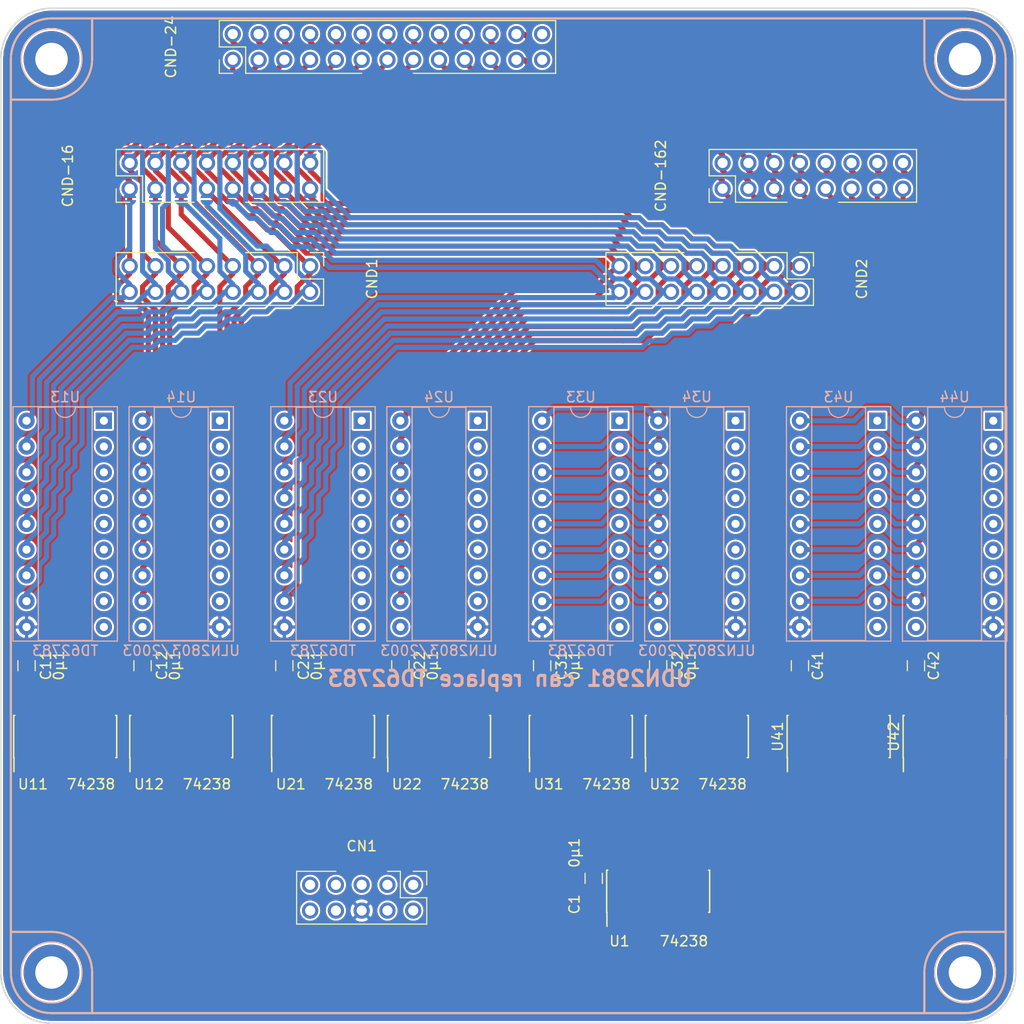
<source format=kicad_pcb>
(kicad_pcb (version 20171130) (host pcbnew "(5.0.2)-1")
  (layers (0 F.Cu signal) (31 B.Cu signal hide) (36 B.SilkS user) (37 F.SilkS user) (38 B.Mask user) (39 F.Mask user) (44 Edge.Cuts user))
  (net 0 "")
  (net 1 VCC)
  (net 2 GND)
  (net 3 +24V)
  (net 4 /UnitY/A2)
  (net 5 /UnitY/A0)
  (net 6 /UnitY/A1)
  (net 7 /UnitY/DATA)
  (net 8 /UnitY/EN)
  (net 9 /UnitY/B0)
  (net 10 /UnitY/B1)
  (net 11 /UnitY/E0L)
  (net 12 /UnitY/E0H)
  (net 13 /UnitY/E1L)
  (net 14 /UnitY/E1H)
  (net 15 /UnitY/E2L)
  (net 16 /UnitY/E2H)
  (net 17 /UnitY/E3L)
  (net 18 /UnitY/E3H)
  (net 19 /UnitY/Group0/YL7)
  (net 20 /UnitY/Group0/YL6)
  (net 21 /UnitY/Group0/YL5)
  (net 22 /UnitY/Group0/YL4)
  (net 23 /UnitY/Group0/YL3)
  (net 24 /UnitY/Group0/YL2)
  (net 25 /UnitY/Group0/YL1)
  (net 26 /UnitY/Group0/YH1)
  (net 27 /UnitY/Group0/YH2)
  (net 28 /UnitY/Group0/YH3)
  (net 29 /UnitY/Group0/YH4)
  (net 30 /UnitY/Group0/YH5)
  (net 31 /UnitY/Group0/YH6)
  (net 32 /UnitY/Group0/YH7)
  (net 33 /UnitY/Group1/YL7)
  (net 34 /UnitY/Group1/YL6)
  (net 35 /UnitY/Group1/YL5)
  (net 36 /UnitY/Group1/YL4)
  (net 37 /UnitY/Group1/YL3)
  (net 38 /UnitY/Group1/YL2)
  (net 39 /UnitY/Group1/YL1)
  (net 40 /UnitY/Group1/YH1)
  (net 41 /UnitY/Group1/YH2)
  (net 42 /UnitY/Group1/YH3)
  (net 43 /UnitY/Group1/YH4)
  (net 44 /UnitY/Group1/YH5)
  (net 45 /UnitY/Group1/YH6)
  (net 46 /UnitY/Group1/YH7)
  (net 47 /UnitY/Group2/YL7)
  (net 48 /UnitY/Group2/YL6)
  (net 49 /UnitY/Group2/YL5)
  (net 50 /UnitY/Group2/YL4)
  (net 51 /UnitY/Group2/YL3)
  (net 52 /UnitY/Group2/YL2)
  (net 53 /UnitY/Group2/YL1)
  (net 54 /UnitY/Group2/YH1)
  (net 55 /UnitY/Group2/YH2)
  (net 56 /UnitY/Group2/YH3)
  (net 57 /UnitY/Group2/YH4)
  (net 58 /UnitY/Group2/YH5)
  (net 59 /UnitY/Group2/YH6)
  (net 60 /UnitY/Group2/YH7)
  (net 61 "Net-(U12-Pad15)")
  (net 62 "Net-(U11-Pad15)")
  (net 63 "Net-(U22-Pad15)")
  (net 64 "Net-(U21-Pad15)")
  (net 65 "Net-(U32-Pad15)")
  (net 66 "Net-(U31-Pad15)")
  (net 67 /Y1)
  (net 68 /Y2)
  (net 69 /Y3)
  (net 70 /Y4)
  (net 71 /Y5)
  (net 72 /Y6)
  (net 73 /Y7)
  (net 74 /Y8)
  (net 75 /Y9)
  (net 76 /Y10)
  (net 77 /Y11)
  (net 78 /Y12)
  (net 79 /Y13)
  (net 80 /Y14)
  (net 81 /Y15)
  (net 82 /Y16)
  (net 83 /Y17)
  (net 84 /Y18)
  (net 85 /Y19)
  (net 86 /Y20)
  (net 87 /Y21)
  (net 88 /Y22)
  (net 89 /Y23)
  (net 90 /Y24)
  (net 91 /SX1)
  (net 92 /SX2)
  (net 93 /SX3)
  (net 94 /SX4)
  (net 95 /SX5)
  (net 96 /SX6)
  (net 97 /SX7)
  (net 98 /SX8)
  (net 99 /SX16)
  (net 100 /SX15)
  (net 101 /SX14)
  (net 102 /SX13)
  (net 103 /SX12)
  (net 104 /SX11)
  (net 105 /SX10)
  (net 106 /SX9)
  (net 107 "Net-(CND-24-Pad25)")
  (net 108 "Net-(CND-24-Pad26)")
  (net 109 /Y25)
  (net 110 /Y26)
  (net 111 /Y27)
  (net 112 /Y28)
  (net 113 /Y29)
  (net 114 /Y30)
  (net 115 /Y31)
  (net 116 /Y32)
  (net 117 "Net-(U41-Pad15)")
  (net 118 /UnitY/Group3/YH1)
  (net 119 /UnitY/Group3/YH2)
  (net 120 /UnitY/Group3/YH3)
  (net 121 /UnitY/Group3/YH4)
  (net 122 /UnitY/Group3/YH5)
  (net 123 /UnitY/Group3/YH6)
  (net 124 /UnitY/Group3/YH7)
  (net 125 /UnitY/Group3/YL7)
  (net 126 /UnitY/Group3/YL6)
  (net 127 /UnitY/Group3/YL5)
  (net 128 /UnitY/Group3/YL4)
  (net 129 /UnitY/Group3/YL3)
  (net 130 /UnitY/Group3/YL2)
  (net 131 /UnitY/Group3/YL1)
  (net 132 "Net-(U42-Pad15)")
  (module Own:Pin_Header_Straight_Shrouded_Locks_2x08_Pitch2.54mm_ConvNumbering (layer F.Cu) (at 81.28 76.2 270)
    (fp_text reference CND1 (at 1.27 -6.096 270) (layer F.SilkS))
    (fp_text value Conn_02x08_Odd_Even hide)
    (pad 1 thru_hole oval (at 0 0 270) (size 1.6 1.6) (drill 1) (layers *.Cu *.Mask) (net 74 /Y8))
    (pad 2 thru_hole oval (at 2.54 0 270) (size 1.6 1.6) (drill 1) (layers *.Cu *.Mask) (net 98 /SX8))
    (pad 3 thru_hole oval (at 0 2.54 270) (size 1.6 1.6) (drill 1) (layers *.Cu *.Mask) (net 73 /Y7))
    (pad 4 thru_hole oval (at 2.54 2.54 270) (size 1.6 1.6) (drill 1) (layers *.Cu *.Mask) (net 97 /SX7))
    (pad 5 thru_hole oval (at 0 5.08 270) (size 1.6 1.6) (drill 1) (layers *.Cu *.Mask) (net 72 /Y6))
    (pad 6 thru_hole oval (at 2.54 5.08 270) (size 1.6 1.6) (drill 1) (layers *.Cu *.Mask) (net 96 /SX6))
    (pad 7 thru_hole oval (at 0 7.62 270) (size 1.6 1.6) (drill 1) (layers *.Cu *.Mask) (net 71 /Y5))
    (pad 8 thru_hole oval (at 2.54 7.62 270) (size 1.6 1.6) (drill 1) (layers *.Cu *.Mask) (net 95 /SX5))
    (pad 9 thru_hole oval (at 0 10.16 270) (size 1.6 1.6) (drill 1) (layers *.Cu *.Mask) (net 70 /Y4))
    (pad 10 thru_hole oval (at 2.54 10.16 270) (size 1.6 1.6) (drill 1) (layers *.Cu *.Mask) (net 94 /SX4))
    (pad 11 thru_hole oval (at 0 12.7 270) (size 1.6 1.6) (drill 1) (layers *.Cu *.Mask) (net 69 /Y3))
    (pad 12 thru_hole oval (at 2.54 12.7 270) (size 1.6 1.6) (drill 1) (layers *.Cu *.Mask) (net 93 /SX3))
    (pad 13 thru_hole oval (at 0 15.24 270) (size 1.6 1.6) (drill 1) (layers *.Cu *.Mask) (net 68 /Y2))
    (pad 14 thru_hole oval (at 2.54 15.24 270) (size 1.6 1.6) (drill 1) (layers *.Cu *.Mask) (net 92 /SX2))
    (pad 15 thru_hole oval (at 0 17.78 270) (size 1.6 1.6) (drill 1) (layers *.Cu *.Mask) (net 67 /Y1))
    (pad 16 thru_hole oval (at 2.54 17.78 270) (size 1.6 1.6) (drill 1) (layers *.Cu *.Mask) (net 91 /SX1))
  )
  (module Housings_DIP:DIP-18_W7.62mm_Socket (layer B.Cu) (at 97.79 91.44 180)
    (fp_text reference U24 (at 3.81 2.33 180) (layer B.SilkS) (effects (justify mirror)))
    (fp_text value ULN2803/2003 (at 3.81 -22.65 180) (layer B.SilkS) (effects (justify mirror)))
    (pad 1 thru_hole rect (at 0 0 180) (size 1.6 1.6) (drill 0.8) (layers *.Cu *.Mask) (net 63 "Net-(U22-Pad15)"))
    (pad 10 thru_hole oval (at 7.62 -20.32 180) (size 1.6 1.6) (drill 0.8) (layers *.Cu *.Mask) (net 3 +24V))
    (pad 2 thru_hole oval (at 0 -2.54 180) (size 1.6 1.6) (drill 0.8) (layers *.Cu *.Mask) (net 39 /UnitY/Group1/YL1))
    (pad 11 thru_hole oval (at 7.62 -17.78 180) (size 1.6 1.6) (drill 0.8) (layers *.Cu *.Mask) (net 82 /Y16))
    (pad 3 thru_hole oval (at 0 -5.08 180) (size 1.6 1.6) (drill 0.8) (layers *.Cu *.Mask) (net 38 /UnitY/Group1/YL2))
    (pad 12 thru_hole oval (at 7.62 -15.24 180) (size 1.6 1.6) (drill 0.8) (layers *.Cu *.Mask) (net 81 /Y15))
    (pad 4 thru_hole oval (at 0 -7.62 180) (size 1.6 1.6) (drill 0.8) (layers *.Cu *.Mask) (net 37 /UnitY/Group1/YL3))
    (pad 13 thru_hole oval (at 7.62 -12.7 180) (size 1.6 1.6) (drill 0.8) (layers *.Cu *.Mask) (net 80 /Y14))
    (pad 5 thru_hole oval (at 0 -10.16 180) (size 1.6 1.6) (drill 0.8) (layers *.Cu *.Mask) (net 36 /UnitY/Group1/YL4))
    (pad 14 thru_hole oval (at 7.62 -10.16 180) (size 1.6 1.6) (drill 0.8) (layers *.Cu *.Mask) (net 79 /Y13))
    (pad 6 thru_hole oval (at 0 -12.7 180) (size 1.6 1.6) (drill 0.8) (layers *.Cu *.Mask) (net 35 /UnitY/Group1/YL5))
    (pad 15 thru_hole oval (at 7.62 -7.62 180) (size 1.6 1.6) (drill 0.8) (layers *.Cu *.Mask) (net 78 /Y12))
    (pad 7 thru_hole oval (at 0 -15.24 180) (size 1.6 1.6) (drill 0.8) (layers *.Cu *.Mask) (net 34 /UnitY/Group1/YL6))
    (pad 16 thru_hole oval (at 7.62 -5.08 180) (size 1.6 1.6) (drill 0.8) (layers *.Cu *.Mask) (net 77 /Y11))
    (pad 8 thru_hole oval (at 0 -17.78 180) (size 1.6 1.6) (drill 0.8) (layers *.Cu *.Mask) (net 33 /UnitY/Group1/YL7))
    (pad 17 thru_hole oval (at 7.62 -2.54 180) (size 1.6 1.6) (drill 0.8) (layers *.Cu *.Mask) (net 76 /Y10))
    (pad 9 thru_hole oval (at 0 -20.32 180) (size 1.6 1.6) (drill 0.8) (layers *.Cu *.Mask) (net 2 GND))
    (pad 18 thru_hole oval (at 7.62 0 180) (size 1.6 1.6) (drill 0.8) (layers *.Cu *.Mask) (net 75 /Y9))
  )
  (module Own:SolderJumper1.3mmNoSilk (layer B.Cu) (at 63.5 69.596 90)
    (fp_text reference JP101 hide)
    (fp_text value Jumper_NO_Small hide)
    (pad 2 smd custom (at 0.50374 0 90) (size 0.2 0.2) (layers B.Cu B.Paste B.Mask) (net 67 /Y1) (options (clearance outline) (anchor circle)) (primitives (gr_poly (pts (xy -0.40094 0.64262) (xy -0.3857 0.64008) (xy -0.373 0.63754) (xy -0.3603 0.635) (xy -0.35014 0.63246) (xy -0.33998 0.62992) (xy -0.32982 0.62738) (xy -0.3222 0.62484) (xy -0.31204 0.6223) (xy -0.30442 0.61976) (xy -0.2968 0.61722) (xy -0.28918 0.61468) (xy -0.28156 0.61214) (xy -0.27394 0.6096) (xy -0.26886 0.60706) (xy -0.26124 0.60452) (xy -0.23076 0.59182) (xy -0.20028 0.57658) (xy -0.17234 0.56134) (xy -0.14694 0.5461) (xy -0.12916 0.5334) (xy -0.11138 0.5207) (xy -0.09106 0.50546) (xy -0.05042 0.4699) (xy -0.02502 0.4445) (xy -0.00978 0.42672) (xy 0.01308 0.39878) (xy 0.03594 0.3683) (xy 0.05372 0.34036) (xy 0.07658 0.29972) (xy 0.0969 0.25654) (xy 0.1096 0.22606) (xy 0.1223 0.18796) (xy 0.135 0.1397) (xy 0.1477 0.0635) (xy 0.15024 0.00508) (xy 0.1477 -0.05588) (xy 0.14262 -0.09906) (xy 0.135 -0.1397) (xy 0.12484 -0.18034) (xy 0.11214 -0.21844) (xy 0.09944 -0.25146) (xy 0.07912 -0.29464) (xy 0.06134 -0.32766) (xy 0.0461 -0.35306) (xy 0.01816 -0.3937) (xy 0.00292 -0.41148) (xy -0.03264 -0.45212) (xy -0.05804 -0.47752) (xy -0.09106 -0.50546) (xy -0.12408 -0.53086) (xy -0.15202 -0.54864) (xy -0.17996 -0.56642) (xy -0.21552 -0.5842) (xy -0.24346 -0.5969) (xy -0.28156 -0.61214) (xy -0.30442 -0.61976) (xy -0.35014 -0.63246) (xy -0.38824 -0.64008) (xy -0.39586 -0.64008) (xy -0.40094 -0.64262)) (width 0.001))))
    (pad 1 smd custom (at -0.500999 0 90) (size 0.2 0.2) (layers B.Cu B.Paste B.Mask) (net 91 /SX1) (options (clearance outline) (anchor circle)) (primitives (gr_poly (pts (xy 0.3984 -0.64262) (xy 0.38316 -0.64008) (xy 0.37046 -0.63754) (xy 0.35776 -0.635) (xy 0.3476 -0.63246) (xy 0.33744 -0.62992) (xy 0.32728 -0.62738) (xy 0.31966 -0.62484) (xy 0.3095 -0.6223) (xy 0.30188 -0.61976) (xy 0.29426 -0.61722) (xy 0.28664 -0.61468) (xy 0.27902 -0.61214) (xy 0.2714 -0.6096) (xy 0.26632 -0.60706) (xy 0.2587 -0.60452) (xy 0.22822 -0.59182) (xy 0.19774 -0.57658) (xy 0.1698 -0.56134) (xy 0.1444 -0.5461) (xy 0.12662 -0.5334) (xy 0.10884 -0.5207) (xy 0.08852 -0.50546) (xy 0.04788 -0.4699) (xy 0.02248 -0.4445) (xy 0.00724 -0.42672) (xy -0.01562 -0.39878) (xy -0.03848 -0.3683) (xy -0.05626 -0.34036) (xy -0.07912 -0.29972) (xy -0.09944 -0.25654) (xy -0.11214 -0.22606) (xy -0.12484 -0.18796) (xy -0.13754 -0.1397) (xy -0.15024 -0.0635) (xy -0.15278 -0.00508) (xy -0.15024 0.05588) (xy -0.14516 0.09906) (xy -0.13754 0.1397) (xy -0.12738 0.18034) (xy -0.11468 0.21844) (xy -0.10198 0.25146) (xy -0.08166 0.29464) (xy -0.06388 0.32766) (xy -0.04864 0.35306) (xy -0.0207 0.3937) (xy -0.00546 0.41148) (xy 0.0301 0.45212) (xy 0.0555 0.47752) (xy 0.08852 0.50546) (xy 0.12154 0.53086) (xy 0.14948 0.54864) (xy 0.17742 0.56642) (xy 0.21298 0.5842) (xy 0.24092 0.5969) (xy 0.27902 0.61214) (xy 0.30188 0.61976) (xy 0.3476 0.63246) (xy 0.3857 0.64008) (xy 0.3984 0.64262)) (width 0.001))))
  )
  (module Own:SolderJumper1.3mmNoSilk (layer B.Cu) (at 63.5 65.024 270)
    (fp_text reference JP102 hide)
    (fp_text value Jumper_NO_Small hide)
    (pad 1 smd custom (at -0.500999 0 270) (size 0.2 0.2) (layers B.Cu B.Paste B.Mask) (net 92 /SX2) (options (clearance outline) (anchor circle)) (primitives (gr_poly (pts (xy 0.3984 -0.64262) (xy 0.38316 -0.64008) (xy 0.37046 -0.63754) (xy 0.35776 -0.635) (xy 0.3476 -0.63246) (xy 0.33744 -0.62992) (xy 0.32728 -0.62738) (xy 0.31966 -0.62484) (xy 0.3095 -0.6223) (xy 0.30188 -0.61976) (xy 0.29426 -0.61722) (xy 0.28664 -0.61468) (xy 0.27902 -0.61214) (xy 0.2714 -0.6096) (xy 0.26632 -0.60706) (xy 0.2587 -0.60452) (xy 0.22822 -0.59182) (xy 0.19774 -0.57658) (xy 0.1698 -0.56134) (xy 0.1444 -0.5461) (xy 0.12662 -0.5334) (xy 0.10884 -0.5207) (xy 0.08852 -0.50546) (xy 0.04788 -0.4699) (xy 0.02248 -0.4445) (xy 0.00724 -0.42672) (xy -0.01562 -0.39878) (xy -0.03848 -0.3683) (xy -0.05626 -0.34036) (xy -0.07912 -0.29972) (xy -0.09944 -0.25654) (xy -0.11214 -0.22606) (xy -0.12484 -0.18796) (xy -0.13754 -0.1397) (xy -0.15024 -0.0635) (xy -0.15278 -0.00508) (xy -0.15024 0.05588) (xy -0.14516 0.09906) (xy -0.13754 0.1397) (xy -0.12738 0.18034) (xy -0.11468 0.21844) (xy -0.10198 0.25146) (xy -0.08166 0.29464) (xy -0.06388 0.32766) (xy -0.04864 0.35306) (xy -0.0207 0.3937) (xy -0.00546 0.41148) (xy 0.0301 0.45212) (xy 0.0555 0.47752) (xy 0.08852 0.50546) (xy 0.12154 0.53086) (xy 0.14948 0.54864) (xy 0.17742 0.56642) (xy 0.21298 0.5842) (xy 0.24092 0.5969) (xy 0.27902 0.61214) (xy 0.30188 0.61976) (xy 0.3476 0.63246) (xy 0.3857 0.64008) (xy 0.3984 0.64262)) (width 0.001))))
    (pad 2 smd custom (at 0.50374 0 270) (size 0.2 0.2) (layers B.Cu B.Paste B.Mask) (net 68 /Y2) (options (clearance outline) (anchor circle)) (primitives (gr_poly (pts (xy -0.40094 0.64262) (xy -0.3857 0.64008) (xy -0.373 0.63754) (xy -0.3603 0.635) (xy -0.35014 0.63246) (xy -0.33998 0.62992) (xy -0.32982 0.62738) (xy -0.3222 0.62484) (xy -0.31204 0.6223) (xy -0.30442 0.61976) (xy -0.2968 0.61722) (xy -0.28918 0.61468) (xy -0.28156 0.61214) (xy -0.27394 0.6096) (xy -0.26886 0.60706) (xy -0.26124 0.60452) (xy -0.23076 0.59182) (xy -0.20028 0.57658) (xy -0.17234 0.56134) (xy -0.14694 0.5461) (xy -0.12916 0.5334) (xy -0.11138 0.5207) (xy -0.09106 0.50546) (xy -0.05042 0.4699) (xy -0.02502 0.4445) (xy -0.00978 0.42672) (xy 0.01308 0.39878) (xy 0.03594 0.3683) (xy 0.05372 0.34036) (xy 0.07658 0.29972) (xy 0.0969 0.25654) (xy 0.1096 0.22606) (xy 0.1223 0.18796) (xy 0.135 0.1397) (xy 0.1477 0.0635) (xy 0.15024 0.00508) (xy 0.1477 -0.05588) (xy 0.14262 -0.09906) (xy 0.135 -0.1397) (xy 0.12484 -0.18034) (xy 0.11214 -0.21844) (xy 0.09944 -0.25146) (xy 0.07912 -0.29464) (xy 0.06134 -0.32766) (xy 0.0461 -0.35306) (xy 0.01816 -0.3937) (xy 0.00292 -0.41148) (xy -0.03264 -0.45212) (xy -0.05804 -0.47752) (xy -0.09106 -0.50546) (xy -0.12408 -0.53086) (xy -0.15202 -0.54864) (xy -0.17996 -0.56642) (xy -0.21552 -0.5842) (xy -0.24346 -0.5969) (xy -0.28156 -0.61214) (xy -0.30442 -0.61976) (xy -0.35014 -0.63246) (xy -0.38824 -0.64008) (xy -0.39586 -0.64008) (xy -0.40094 -0.64262)) (width 0.001))))
  )
  (module Own:SolderJumper1.3mmNoSilk (layer B.Cu) (at 66.04 69.596 90)
    (fp_text reference JP103 hide)
    (fp_text value Jumper_NO_Small hide)
    (pad 2 smd custom (at 0.50374 0 90) (size 0.2 0.2) (layers B.Cu B.Paste B.Mask) (net 69 /Y3) (options (clearance outline) (anchor circle)) (primitives (gr_poly (pts (xy -0.40094 0.64262) (xy -0.3857 0.64008) (xy -0.373 0.63754) (xy -0.3603 0.635) (xy -0.35014 0.63246) (xy -0.33998 0.62992) (xy -0.32982 0.62738) (xy -0.3222 0.62484) (xy -0.31204 0.6223) (xy -0.30442 0.61976) (xy -0.2968 0.61722) (xy -0.28918 0.61468) (xy -0.28156 0.61214) (xy -0.27394 0.6096) (xy -0.26886 0.60706) (xy -0.26124 0.60452) (xy -0.23076 0.59182) (xy -0.20028 0.57658) (xy -0.17234 0.56134) (xy -0.14694 0.5461) (xy -0.12916 0.5334) (xy -0.11138 0.5207) (xy -0.09106 0.50546) (xy -0.05042 0.4699) (xy -0.02502 0.4445) (xy -0.00978 0.42672) (xy 0.01308 0.39878) (xy 0.03594 0.3683) (xy 0.05372 0.34036) (xy 0.07658 0.29972) (xy 0.0969 0.25654) (xy 0.1096 0.22606) (xy 0.1223 0.18796) (xy 0.135 0.1397) (xy 0.1477 0.0635) (xy 0.15024 0.00508) (xy 0.1477 -0.05588) (xy 0.14262 -0.09906) (xy 0.135 -0.1397) (xy 0.12484 -0.18034) (xy 0.11214 -0.21844) (xy 0.09944 -0.25146) (xy 0.07912 -0.29464) (xy 0.06134 -0.32766) (xy 0.0461 -0.35306) (xy 0.01816 -0.3937) (xy 0.00292 -0.41148) (xy -0.03264 -0.45212) (xy -0.05804 -0.47752) (xy -0.09106 -0.50546) (xy -0.12408 -0.53086) (xy -0.15202 -0.54864) (xy -0.17996 -0.56642) (xy -0.21552 -0.5842) (xy -0.24346 -0.5969) (xy -0.28156 -0.61214) (xy -0.30442 -0.61976) (xy -0.35014 -0.63246) (xy -0.38824 -0.64008) (xy -0.39586 -0.64008) (xy -0.40094 -0.64262)) (width 0.001))))
    (pad 1 smd custom (at -0.500999 0 90) (size 0.2 0.2) (layers B.Cu B.Paste B.Mask) (net 93 /SX3) (options (clearance outline) (anchor circle)) (primitives (gr_poly (pts (xy 0.3984 -0.64262) (xy 0.38316 -0.64008) (xy 0.37046 -0.63754) (xy 0.35776 -0.635) (xy 0.3476 -0.63246) (xy 0.33744 -0.62992) (xy 0.32728 -0.62738) (xy 0.31966 -0.62484) (xy 0.3095 -0.6223) (xy 0.30188 -0.61976) (xy 0.29426 -0.61722) (xy 0.28664 -0.61468) (xy 0.27902 -0.61214) (xy 0.2714 -0.6096) (xy 0.26632 -0.60706) (xy 0.2587 -0.60452) (xy 0.22822 -0.59182) (xy 0.19774 -0.57658) (xy 0.1698 -0.56134) (xy 0.1444 -0.5461) (xy 0.12662 -0.5334) (xy 0.10884 -0.5207) (xy 0.08852 -0.50546) (xy 0.04788 -0.4699) (xy 0.02248 -0.4445) (xy 0.00724 -0.42672) (xy -0.01562 -0.39878) (xy -0.03848 -0.3683) (xy -0.05626 -0.34036) (xy -0.07912 -0.29972) (xy -0.09944 -0.25654) (xy -0.11214 -0.22606) (xy -0.12484 -0.18796) (xy -0.13754 -0.1397) (xy -0.15024 -0.0635) (xy -0.15278 -0.00508) (xy -0.15024 0.05588) (xy -0.14516 0.09906) (xy -0.13754 0.1397) (xy -0.12738 0.18034) (xy -0.11468 0.21844) (xy -0.10198 0.25146) (xy -0.08166 0.29464) (xy -0.06388 0.32766) (xy -0.04864 0.35306) (xy -0.0207 0.3937) (xy -0.00546 0.41148) (xy 0.0301 0.45212) (xy 0.0555 0.47752) (xy 0.08852 0.50546) (xy 0.12154 0.53086) (xy 0.14948 0.54864) (xy 0.17742 0.56642) (xy 0.21298 0.5842) (xy 0.24092 0.5969) (xy 0.27902 0.61214) (xy 0.30188 0.61976) (xy 0.3476 0.63246) (xy 0.3857 0.64008) (xy 0.3984 0.64262)) (width 0.001))))
  )
  (module Own:SolderJumper1.3mmNoSilk (layer B.Cu) (at 66.04 65.024 270)
    (fp_text reference JP104 hide)
    (fp_text value Jumper_NO_Small hide)
    (pad 2 smd custom (at 0.50374 0 270) (size 0.2 0.2) (layers B.Cu B.Paste B.Mask) (net 70 /Y4) (options (clearance outline) (anchor circle)) (primitives (gr_poly (pts (xy -0.40094 0.64262) (xy -0.3857 0.64008) (xy -0.373 0.63754) (xy -0.3603 0.635) (xy -0.35014 0.63246) (xy -0.33998 0.62992) (xy -0.32982 0.62738) (xy -0.3222 0.62484) (xy -0.31204 0.6223) (xy -0.30442 0.61976) (xy -0.2968 0.61722) (xy -0.28918 0.61468) (xy -0.28156 0.61214) (xy -0.27394 0.6096) (xy -0.26886 0.60706) (xy -0.26124 0.60452) (xy -0.23076 0.59182) (xy -0.20028 0.57658) (xy -0.17234 0.56134) (xy -0.14694 0.5461) (xy -0.12916 0.5334) (xy -0.11138 0.5207) (xy -0.09106 0.50546) (xy -0.05042 0.4699) (xy -0.02502 0.4445) (xy -0.00978 0.42672) (xy 0.01308 0.39878) (xy 0.03594 0.3683) (xy 0.05372 0.34036) (xy 0.07658 0.29972) (xy 0.0969 0.25654) (xy 0.1096 0.22606) (xy 0.1223 0.18796) (xy 0.135 0.1397) (xy 0.1477 0.0635) (xy 0.15024 0.00508) (xy 0.1477 -0.05588) (xy 0.14262 -0.09906) (xy 0.135 -0.1397) (xy 0.12484 -0.18034) (xy 0.11214 -0.21844) (xy 0.09944 -0.25146) (xy 0.07912 -0.29464) (xy 0.06134 -0.32766) (xy 0.0461 -0.35306) (xy 0.01816 -0.3937) (xy 0.00292 -0.41148) (xy -0.03264 -0.45212) (xy -0.05804 -0.47752) (xy -0.09106 -0.50546) (xy -0.12408 -0.53086) (xy -0.15202 -0.54864) (xy -0.17996 -0.56642) (xy -0.21552 -0.5842) (xy -0.24346 -0.5969) (xy -0.28156 -0.61214) (xy -0.30442 -0.61976) (xy -0.35014 -0.63246) (xy -0.38824 -0.64008) (xy -0.39586 -0.64008) (xy -0.40094 -0.64262)) (width 0.001))))
    (pad 1 smd custom (at -0.501 0 270) (size 0.2 0.2) (layers B.Cu B.Paste B.Mask) (net 94 /SX4) (options (clearance outline) (anchor circle)) (primitives (gr_poly (pts (xy 0.3984 -0.64262) (xy 0.38316 -0.64008) (xy 0.37046 -0.63754) (xy 0.35776 -0.635) (xy 0.3476 -0.63246) (xy 0.33744 -0.62992) (xy 0.32728 -0.62738) (xy 0.31966 -0.62484) (xy 0.3095 -0.6223) (xy 0.30188 -0.61976) (xy 0.29426 -0.61722) (xy 0.28664 -0.61468) (xy 0.27902 -0.61214) (xy 0.2714 -0.6096) (xy 0.26632 -0.60706) (xy 0.2587 -0.60452) (xy 0.22822 -0.59182) (xy 0.19774 -0.57658) (xy 0.1698 -0.56134) (xy 0.1444 -0.5461) (xy 0.12662 -0.5334) (xy 0.10884 -0.5207) (xy 0.08852 -0.50546) (xy 0.04788 -0.4699) (xy 0.02248 -0.4445) (xy 0.00724 -0.42672) (xy -0.01562 -0.39878) (xy -0.03848 -0.3683) (xy -0.05626 -0.34036) (xy -0.07912 -0.29972) (xy -0.09944 -0.25654) (xy -0.11214 -0.22606) (xy -0.12484 -0.18796) (xy -0.13754 -0.1397) (xy -0.15024 -0.0635) (xy -0.15278 -0.00508) (xy -0.15024 0.05588) (xy -0.14516 0.09906) (xy -0.13754 0.1397) (xy -0.12738 0.18034) (xy -0.11468 0.21844) (xy -0.10198 0.25146) (xy -0.08166 0.29464) (xy -0.06388 0.32766) (xy -0.04864 0.35306) (xy -0.0207 0.3937) (xy -0.00546 0.41148) (xy 0.0301 0.45212) (xy 0.0555 0.47752) (xy 0.08852 0.50546) (xy 0.12154 0.53086) (xy 0.14948 0.54864) (xy 0.17742 0.56642) (xy 0.21298 0.5842) (xy 0.24092 0.5969) (xy 0.27902 0.61214) (xy 0.30188 0.61976) (xy 0.3476 0.63246) (xy 0.3857 0.64008) (xy 0.3984 0.64262)) (width 0.001))))
  )
  (module Own:SolderJumper1.3mmNoSilk (layer B.Cu) (at 68.58 69.596 90)
    (fp_text reference JP105 hide)
    (fp_text value Jumper_NO_Small hide)
    (pad 2 smd custom (at 0.50374 0 90) (size 0.2 0.2) (layers B.Cu B.Paste B.Mask) (net 71 /Y5) (options (clearance outline) (anchor circle)) (primitives (gr_poly (pts (xy -0.40094 0.64262) (xy -0.3857 0.64008) (xy -0.373 0.63754) (xy -0.3603 0.635) (xy -0.35014 0.63246) (xy -0.33998 0.62992) (xy -0.32982 0.62738) (xy -0.3222 0.62484) (xy -0.31204 0.6223) (xy -0.30442 0.61976) (xy -0.2968 0.61722) (xy -0.28918 0.61468) (xy -0.28156 0.61214) (xy -0.27394 0.6096) (xy -0.26886 0.60706) (xy -0.26124 0.60452) (xy -0.23076 0.59182) (xy -0.20028 0.57658) (xy -0.17234 0.56134) (xy -0.14694 0.5461) (xy -0.12916 0.5334) (xy -0.11138 0.5207) (xy -0.09106 0.50546) (xy -0.05042 0.4699) (xy -0.02502 0.4445) (xy -0.00978 0.42672) (xy 0.01308 0.39878) (xy 0.03594 0.3683) (xy 0.05372 0.34036) (xy 0.07658 0.29972) (xy 0.0969 0.25654) (xy 0.1096 0.22606) (xy 0.1223 0.18796) (xy 0.135 0.1397) (xy 0.1477 0.0635) (xy 0.15024 0.00508) (xy 0.1477 -0.05588) (xy 0.14262 -0.09906) (xy 0.135 -0.1397) (xy 0.12484 -0.18034) (xy 0.11214 -0.21844) (xy 0.09944 -0.25146) (xy 0.07912 -0.29464) (xy 0.06134 -0.32766) (xy 0.0461 -0.35306) (xy 0.01816 -0.3937) (xy 0.00292 -0.41148) (xy -0.03264 -0.45212) (xy -0.05804 -0.47752) (xy -0.09106 -0.50546) (xy -0.12408 -0.53086) (xy -0.15202 -0.54864) (xy -0.17996 -0.56642) (xy -0.21552 -0.5842) (xy -0.24346 -0.5969) (xy -0.28156 -0.61214) (xy -0.30442 -0.61976) (xy -0.35014 -0.63246) (xy -0.38824 -0.64008) (xy -0.39586 -0.64008) (xy -0.40094 -0.64262)) (width 0.001))))
    (pad 1 smd custom (at -0.501 0 90) (size 0.2 0.2) (layers B.Cu B.Paste B.Mask) (net 95 /SX5) (options (clearance outline) (anchor circle)) (primitives (gr_poly (pts (xy 0.3984 -0.64262) (xy 0.38316 -0.64008) (xy 0.37046 -0.63754) (xy 0.35776 -0.635) (xy 0.3476 -0.63246) (xy 0.33744 -0.62992) (xy 0.32728 -0.62738) (xy 0.31966 -0.62484) (xy 0.3095 -0.6223) (xy 0.30188 -0.61976) (xy 0.29426 -0.61722) (xy 0.28664 -0.61468) (xy 0.27902 -0.61214) (xy 0.2714 -0.6096) (xy 0.26632 -0.60706) (xy 0.2587 -0.60452) (xy 0.22822 -0.59182) (xy 0.19774 -0.57658) (xy 0.1698 -0.56134) (xy 0.1444 -0.5461) (xy 0.12662 -0.5334) (xy 0.10884 -0.5207) (xy 0.08852 -0.50546) (xy 0.04788 -0.4699) (xy 0.02248 -0.4445) (xy 0.00724 -0.42672) (xy -0.01562 -0.39878) (xy -0.03848 -0.3683) (xy -0.05626 -0.34036) (xy -0.07912 -0.29972) (xy -0.09944 -0.25654) (xy -0.11214 -0.22606) (xy -0.12484 -0.18796) (xy -0.13754 -0.1397) (xy -0.15024 -0.0635) (xy -0.15278 -0.00508) (xy -0.15024 0.05588) (xy -0.14516 0.09906) (xy -0.13754 0.1397) (xy -0.12738 0.18034) (xy -0.11468 0.21844) (xy -0.10198 0.25146) (xy -0.08166 0.29464) (xy -0.06388 0.32766) (xy -0.04864 0.35306) (xy -0.0207 0.3937) (xy -0.00546 0.41148) (xy 0.0301 0.45212) (xy 0.0555 0.47752) (xy 0.08852 0.50546) (xy 0.12154 0.53086) (xy 0.14948 0.54864) (xy 0.17742 0.56642) (xy 0.21298 0.5842) (xy 0.24092 0.5969) (xy 0.27902 0.61214) (xy 0.30188 0.61976) (xy 0.3476 0.63246) (xy 0.3857 0.64008) (xy 0.3984 0.64262)) (width 0.001))))
  )
  (module Own:SolderJumper1.3mmNoSilk (layer B.Cu) (at 68.58 65.024 270)
    (fp_text reference JP106 hide)
    (fp_text value Jumper_NO_Small hide)
    (pad 2 smd custom (at 0.50374 0 270) (size 0.2 0.2) (layers B.Cu B.Paste B.Mask) (net 72 /Y6) (options (clearance outline) (anchor circle)) (primitives (gr_poly (pts (xy -0.40094 0.64262) (xy -0.3857 0.64008) (xy -0.373 0.63754) (xy -0.3603 0.635) (xy -0.35014 0.63246) (xy -0.33998 0.62992) (xy -0.32982 0.62738) (xy -0.3222 0.62484) (xy -0.31204 0.6223) (xy -0.30442 0.61976) (xy -0.2968 0.61722) (xy -0.28918 0.61468) (xy -0.28156 0.61214) (xy -0.27394 0.6096) (xy -0.26886 0.60706) (xy -0.26124 0.60452) (xy -0.23076 0.59182) (xy -0.20028 0.57658) (xy -0.17234 0.56134) (xy -0.14694 0.5461) (xy -0.12916 0.5334) (xy -0.11138 0.5207) (xy -0.09106 0.50546) (xy -0.05042 0.4699) (xy -0.02502 0.4445) (xy -0.00978 0.42672) (xy 0.01308 0.39878) (xy 0.03594 0.3683) (xy 0.05372 0.34036) (xy 0.07658 0.29972) (xy 0.0969 0.25654) (xy 0.1096 0.22606) (xy 0.1223 0.18796) (xy 0.135 0.1397) (xy 0.1477 0.0635) (xy 0.15024 0.00508) (xy 0.1477 -0.05588) (xy 0.14262 -0.09906) (xy 0.135 -0.1397) (xy 0.12484 -0.18034) (xy 0.11214 -0.21844) (xy 0.09944 -0.25146) (xy 0.07912 -0.29464) (xy 0.06134 -0.32766) (xy 0.0461 -0.35306) (xy 0.01816 -0.3937) (xy 0.00292 -0.41148) (xy -0.03264 -0.45212) (xy -0.05804 -0.47752) (xy -0.09106 -0.50546) (xy -0.12408 -0.53086) (xy -0.15202 -0.54864) (xy -0.17996 -0.56642) (xy -0.21552 -0.5842) (xy -0.24346 -0.5969) (xy -0.28156 -0.61214) (xy -0.30442 -0.61976) (xy -0.35014 -0.63246) (xy -0.38824 -0.64008) (xy -0.39586 -0.64008) (xy -0.40094 -0.64262)) (width 0.001))))
    (pad 1 smd custom (at -0.501 0 270) (size 0.2 0.2) (layers B.Cu B.Paste B.Mask) (net 96 /SX6) (options (clearance outline) (anchor circle)) (primitives (gr_poly (pts (xy 0.3984 -0.64262) (xy 0.38316 -0.64008) (xy 0.37046 -0.63754) (xy 0.35776 -0.635) (xy 0.3476 -0.63246) (xy 0.33744 -0.62992) (xy 0.32728 -0.62738) (xy 0.31966 -0.62484) (xy 0.3095 -0.6223) (xy 0.30188 -0.61976) (xy 0.29426 -0.61722) (xy 0.28664 -0.61468) (xy 0.27902 -0.61214) (xy 0.2714 -0.6096) (xy 0.26632 -0.60706) (xy 0.2587 -0.60452) (xy 0.22822 -0.59182) (xy 0.19774 -0.57658) (xy 0.1698 -0.56134) (xy 0.1444 -0.5461) (xy 0.12662 -0.5334) (xy 0.10884 -0.5207) (xy 0.08852 -0.50546) (xy 0.04788 -0.4699) (xy 0.02248 -0.4445) (xy 0.00724 -0.42672) (xy -0.01562 -0.39878) (xy -0.03848 -0.3683) (xy -0.05626 -0.34036) (xy -0.07912 -0.29972) (xy -0.09944 -0.25654) (xy -0.11214 -0.22606) (xy -0.12484 -0.18796) (xy -0.13754 -0.1397) (xy -0.15024 -0.0635) (xy -0.15278 -0.00508) (xy -0.15024 0.05588) (xy -0.14516 0.09906) (xy -0.13754 0.1397) (xy -0.12738 0.18034) (xy -0.11468 0.21844) (xy -0.10198 0.25146) (xy -0.08166 0.29464) (xy -0.06388 0.32766) (xy -0.04864 0.35306) (xy -0.0207 0.3937) (xy -0.00546 0.41148) (xy 0.0301 0.45212) (xy 0.0555 0.47752) (xy 0.08852 0.50546) (xy 0.12154 0.53086) (xy 0.14948 0.54864) (xy 0.17742 0.56642) (xy 0.21298 0.5842) (xy 0.24092 0.5969) (xy 0.27902 0.61214) (xy 0.30188 0.61976) (xy 0.3476 0.63246) (xy 0.3857 0.64008) (xy 0.3984 0.64262)) (width 0.001))))
  )
  (module Own:SolderJumper1.3mmNoSilk (layer B.Cu) (at 71.12 69.596 90)
    (fp_text reference JP107 hide)
    (fp_text value Jumper_NO_Small hide)
    (pad 2 smd custom (at 0.50374 0 90) (size 0.2 0.2) (layers B.Cu B.Paste B.Mask) (net 73 /Y7) (options (clearance outline) (anchor circle)) (primitives (gr_poly (pts (xy -0.40094 0.64262) (xy -0.3857 0.64008) (xy -0.373 0.63754) (xy -0.3603 0.635) (xy -0.35014 0.63246) (xy -0.33998 0.62992) (xy -0.32982 0.62738) (xy -0.3222 0.62484) (xy -0.31204 0.6223) (xy -0.30442 0.61976) (xy -0.2968 0.61722) (xy -0.28918 0.61468) (xy -0.28156 0.61214) (xy -0.27394 0.6096) (xy -0.26886 0.60706) (xy -0.26124 0.60452) (xy -0.23076 0.59182) (xy -0.20028 0.57658) (xy -0.17234 0.56134) (xy -0.14694 0.5461) (xy -0.12916 0.5334) (xy -0.11138 0.5207) (xy -0.09106 0.50546) (xy -0.05042 0.4699) (xy -0.02502 0.4445) (xy -0.00978 0.42672) (xy 0.01308 0.39878) (xy 0.03594 0.3683) (xy 0.05372 0.34036) (xy 0.07658 0.29972) (xy 0.0969 0.25654) (xy 0.1096 0.22606) (xy 0.1223 0.18796) (xy 0.135 0.1397) (xy 0.1477 0.0635) (xy 0.15024 0.00508) (xy 0.1477 -0.05588) (xy 0.14262 -0.09906) (xy 0.135 -0.1397) (xy 0.12484 -0.18034) (xy 0.11214 -0.21844) (xy 0.09944 -0.25146) (xy 0.07912 -0.29464) (xy 0.06134 -0.32766) (xy 0.0461 -0.35306) (xy 0.01816 -0.3937) (xy 0.00292 -0.41148) (xy -0.03264 -0.45212) (xy -0.05804 -0.47752) (xy -0.09106 -0.50546) (xy -0.12408 -0.53086) (xy -0.15202 -0.54864) (xy -0.17996 -0.56642) (xy -0.21552 -0.5842) (xy -0.24346 -0.5969) (xy -0.28156 -0.61214) (xy -0.30442 -0.61976) (xy -0.35014 -0.63246) (xy -0.38824 -0.64008) (xy -0.39586 -0.64008) (xy -0.40094 -0.64262)) (width 0.001))))
    (pad 1 smd custom (at -0.501 0 90) (size 0.2 0.2) (layers B.Cu B.Paste B.Mask) (net 97 /SX7) (options (clearance outline) (anchor circle)) (primitives (gr_poly (pts (xy 0.3984 -0.64262) (xy 0.38316 -0.64008) (xy 0.37046 -0.63754) (xy 0.35776 -0.635) (xy 0.3476 -0.63246) (xy 0.33744 -0.62992) (xy 0.32728 -0.62738) (xy 0.31966 -0.62484) (xy 0.3095 -0.6223) (xy 0.30188 -0.61976) (xy 0.29426 -0.61722) (xy 0.28664 -0.61468) (xy 0.27902 -0.61214) (xy 0.2714 -0.6096) (xy 0.26632 -0.60706) (xy 0.2587 -0.60452) (xy 0.22822 -0.59182) (xy 0.19774 -0.57658) (xy 0.1698 -0.56134) (xy 0.1444 -0.5461) (xy 0.12662 -0.5334) (xy 0.10884 -0.5207) (xy 0.08852 -0.50546) (xy 0.04788 -0.4699) (xy 0.02248 -0.4445) (xy 0.00724 -0.42672) (xy -0.01562 -0.39878) (xy -0.03848 -0.3683) (xy -0.05626 -0.34036) (xy -0.07912 -0.29972) (xy -0.09944 -0.25654) (xy -0.11214 -0.22606) (xy -0.12484 -0.18796) (xy -0.13754 -0.1397) (xy -0.15024 -0.0635) (xy -0.15278 -0.00508) (xy -0.15024 0.05588) (xy -0.14516 0.09906) (xy -0.13754 0.1397) (xy -0.12738 0.18034) (xy -0.11468 0.21844) (xy -0.10198 0.25146) (xy -0.08166 0.29464) (xy -0.06388 0.32766) (xy -0.04864 0.35306) (xy -0.0207 0.3937) (xy -0.00546 0.41148) (xy 0.0301 0.45212) (xy 0.0555 0.47752) (xy 0.08852 0.50546) (xy 0.12154 0.53086) (xy 0.14948 0.54864) (xy 0.17742 0.56642) (xy 0.21298 0.5842) (xy 0.24092 0.5969) (xy 0.27902 0.61214) (xy 0.30188 0.61976) (xy 0.3476 0.63246) (xy 0.3857 0.64008) (xy 0.3984 0.64262)) (width 0.001))))
  )
  (module Own:SolderJumper1.3mmNoSilk (layer B.Cu) (at 71.12 65.024 270)
    (fp_text reference JP108 hide)
    (fp_text value Jumper_NO_Small hide)
    (pad 2 smd custom (at 0.50374 0 270) (size 0.2 0.2) (layers B.Cu B.Paste B.Mask) (net 74 /Y8) (options (clearance outline) (anchor circle)) (primitives (gr_poly (pts (xy -0.40094 0.64262) (xy -0.3857 0.64008) (xy -0.373 0.63754) (xy -0.3603 0.635) (xy -0.35014 0.63246) (xy -0.33998 0.62992) (xy -0.32982 0.62738) (xy -0.3222 0.62484) (xy -0.31204 0.6223) (xy -0.30442 0.61976) (xy -0.2968 0.61722) (xy -0.28918 0.61468) (xy -0.28156 0.61214) (xy -0.27394 0.6096) (xy -0.26886 0.60706) (xy -0.26124 0.60452) (xy -0.23076 0.59182) (xy -0.20028 0.57658) (xy -0.17234 0.56134) (xy -0.14694 0.5461) (xy -0.12916 0.5334) (xy -0.11138 0.5207) (xy -0.09106 0.50546) (xy -0.05042 0.4699) (xy -0.02502 0.4445) (xy -0.00978 0.42672) (xy 0.01308 0.39878) (xy 0.03594 0.3683) (xy 0.05372 0.34036) (xy 0.07658 0.29972) (xy 0.0969 0.25654) (xy 0.1096 0.22606) (xy 0.1223 0.18796) (xy 0.135 0.1397) (xy 0.1477 0.0635) (xy 0.15024 0.00508) (xy 0.1477 -0.05588) (xy 0.14262 -0.09906) (xy 0.135 -0.1397) (xy 0.12484 -0.18034) (xy 0.11214 -0.21844) (xy 0.09944 -0.25146) (xy 0.07912 -0.29464) (xy 0.06134 -0.32766) (xy 0.0461 -0.35306) (xy 0.01816 -0.3937) (xy 0.00292 -0.41148) (xy -0.03264 -0.45212) (xy -0.05804 -0.47752) (xy -0.09106 -0.50546) (xy -0.12408 -0.53086) (xy -0.15202 -0.54864) (xy -0.17996 -0.56642) (xy -0.21552 -0.5842) (xy -0.24346 -0.5969) (xy -0.28156 -0.61214) (xy -0.30442 -0.61976) (xy -0.35014 -0.63246) (xy -0.38824 -0.64008) (xy -0.39586 -0.64008) (xy -0.40094 -0.64262)) (width 0.001))))
    (pad 1 smd custom (at -0.501 0 270) (size 0.2 0.2) (layers B.Cu B.Paste B.Mask) (net 98 /SX8) (options (clearance outline) (anchor circle)) (primitives (gr_poly (pts (xy 0.3984 -0.64262) (xy 0.38316 -0.64008) (xy 0.37046 -0.63754) (xy 0.35776 -0.635) (xy 0.3476 -0.63246) (xy 0.33744 -0.62992) (xy 0.32728 -0.62738) (xy 0.31966 -0.62484) (xy 0.3095 -0.6223) (xy 0.30188 -0.61976) (xy 0.29426 -0.61722) (xy 0.28664 -0.61468) (xy 0.27902 -0.61214) (xy 0.2714 -0.6096) (xy 0.26632 -0.60706) (xy 0.2587 -0.60452) (xy 0.22822 -0.59182) (xy 0.19774 -0.57658) (xy 0.1698 -0.56134) (xy 0.1444 -0.5461) (xy 0.12662 -0.5334) (xy 0.10884 -0.5207) (xy 0.08852 -0.50546) (xy 0.04788 -0.4699) (xy 0.02248 -0.4445) (xy 0.00724 -0.42672) (xy -0.01562 -0.39878) (xy -0.03848 -0.3683) (xy -0.05626 -0.34036) (xy -0.07912 -0.29972) (xy -0.09944 -0.25654) (xy -0.11214 -0.22606) (xy -0.12484 -0.18796) (xy -0.13754 -0.1397) (xy -0.15024 -0.0635) (xy -0.15278 -0.00508) (xy -0.15024 0.05588) (xy -0.14516 0.09906) (xy -0.13754 0.1397) (xy -0.12738 0.18034) (xy -0.11468 0.21844) (xy -0.10198 0.25146) (xy -0.08166 0.29464) (xy -0.06388 0.32766) (xy -0.04864 0.35306) (xy -0.0207 0.3937) (xy -0.00546 0.41148) (xy 0.0301 0.45212) (xy 0.0555 0.47752) (xy 0.08852 0.50546) (xy 0.12154 0.53086) (xy 0.14948 0.54864) (xy 0.17742 0.56642) (xy 0.21298 0.5842) (xy 0.24092 0.5969) (xy 0.27902 0.61214) (xy 0.30188 0.61976) (xy 0.3476 0.63246) (xy 0.3857 0.64008) (xy 0.3984 0.64262)) (width 0.001))))
  )
  (module Own:SolderJumper1.3mmNoSilk (layer B.Cu) (at 73.66 69.596 90)
    (fp_text reference JP109 hide)
    (fp_text value Jumper_NO_Small hide)
    (pad 2 smd custom (at 0.50374 0 90) (size 0.2 0.2) (layers B.Cu B.Paste B.Mask) (net 75 /Y9) (options (clearance outline) (anchor circle)) (primitives (gr_poly (pts (xy -0.40094 0.64262) (xy -0.3857 0.64008) (xy -0.373 0.63754) (xy -0.3603 0.635) (xy -0.35014 0.63246) (xy -0.33998 0.62992) (xy -0.32982 0.62738) (xy -0.3222 0.62484) (xy -0.31204 0.6223) (xy -0.30442 0.61976) (xy -0.2968 0.61722) (xy -0.28918 0.61468) (xy -0.28156 0.61214) (xy -0.27394 0.6096) (xy -0.26886 0.60706) (xy -0.26124 0.60452) (xy -0.23076 0.59182) (xy -0.20028 0.57658) (xy -0.17234 0.56134) (xy -0.14694 0.5461) (xy -0.12916 0.5334) (xy -0.11138 0.5207) (xy -0.09106 0.50546) (xy -0.05042 0.4699) (xy -0.02502 0.4445) (xy -0.00978 0.42672) (xy 0.01308 0.39878) (xy 0.03594 0.3683) (xy 0.05372 0.34036) (xy 0.07658 0.29972) (xy 0.0969 0.25654) (xy 0.1096 0.22606) (xy 0.1223 0.18796) (xy 0.135 0.1397) (xy 0.1477 0.0635) (xy 0.15024 0.00508) (xy 0.1477 -0.05588) (xy 0.14262 -0.09906) (xy 0.135 -0.1397) (xy 0.12484 -0.18034) (xy 0.11214 -0.21844) (xy 0.09944 -0.25146) (xy 0.07912 -0.29464) (xy 0.06134 -0.32766) (xy 0.0461 -0.35306) (xy 0.01816 -0.3937) (xy 0.00292 -0.41148) (xy -0.03264 -0.45212) (xy -0.05804 -0.47752) (xy -0.09106 -0.50546) (xy -0.12408 -0.53086) (xy -0.15202 -0.54864) (xy -0.17996 -0.56642) (xy -0.21552 -0.5842) (xy -0.24346 -0.5969) (xy -0.28156 -0.61214) (xy -0.30442 -0.61976) (xy -0.35014 -0.63246) (xy -0.38824 -0.64008) (xy -0.39586 -0.64008) (xy -0.40094 -0.64262)) (width 0.001))))
    (pad 1 smd custom (at -0.501 0 90) (size 0.2 0.2) (layers B.Cu B.Paste B.Mask) (net 106 /SX9) (options (clearance outline) (anchor circle)) (primitives (gr_poly (pts (xy 0.3984 -0.64262) (xy 0.38316 -0.64008) (xy 0.37046 -0.63754) (xy 0.35776 -0.635) (xy 0.3476 -0.63246) (xy 0.33744 -0.62992) (xy 0.32728 -0.62738) (xy 0.31966 -0.62484) (xy 0.3095 -0.6223) (xy 0.30188 -0.61976) (xy 0.29426 -0.61722) (xy 0.28664 -0.61468) (xy 0.27902 -0.61214) (xy 0.2714 -0.6096) (xy 0.26632 -0.60706) (xy 0.2587 -0.60452) (xy 0.22822 -0.59182) (xy 0.19774 -0.57658) (xy 0.1698 -0.56134) (xy 0.1444 -0.5461) (xy 0.12662 -0.5334) (xy 0.10884 -0.5207) (xy 0.08852 -0.50546) (xy 0.04788 -0.4699) (xy 0.02248 -0.4445) (xy 0.00724 -0.42672) (xy -0.01562 -0.39878) (xy -0.03848 -0.3683) (xy -0.05626 -0.34036) (xy -0.07912 -0.29972) (xy -0.09944 -0.25654) (xy -0.11214 -0.22606) (xy -0.12484 -0.18796) (xy -0.13754 -0.1397) (xy -0.15024 -0.0635) (xy -0.15278 -0.00508) (xy -0.15024 0.05588) (xy -0.14516 0.09906) (xy -0.13754 0.1397) (xy -0.12738 0.18034) (xy -0.11468 0.21844) (xy -0.10198 0.25146) (xy -0.08166 0.29464) (xy -0.06388 0.32766) (xy -0.04864 0.35306) (xy -0.0207 0.3937) (xy -0.00546 0.41148) (xy 0.0301 0.45212) (xy 0.0555 0.47752) (xy 0.08852 0.50546) (xy 0.12154 0.53086) (xy 0.14948 0.54864) (xy 0.17742 0.56642) (xy 0.21298 0.5842) (xy 0.24092 0.5969) (xy 0.27902 0.61214) (xy 0.30188 0.61976) (xy 0.3476 0.63246) (xy 0.3857 0.64008) (xy 0.3984 0.64262)) (width 0.001))))
  )
  (module Own:SolderJumper1.3mmNoSilk (layer B.Cu) (at 73.66 65.024 270)
    (fp_text reference JP110 hide)
    (fp_text value Jumper_NO_Small hide)
    (pad 2 smd custom (at 0.50374 0 270) (size 0.2 0.2) (layers B.Cu B.Paste B.Mask) (net 76 /Y10) (options (clearance outline) (anchor circle)) (primitives (gr_poly (pts (xy -0.40094 0.64262) (xy -0.3857 0.64008) (xy -0.373 0.63754) (xy -0.3603 0.635) (xy -0.35014 0.63246) (xy -0.33998 0.62992) (xy -0.32982 0.62738) (xy -0.3222 0.62484) (xy -0.31204 0.6223) (xy -0.30442 0.61976) (xy -0.2968 0.61722) (xy -0.28918 0.61468) (xy -0.28156 0.61214) (xy -0.27394 0.6096) (xy -0.26886 0.60706) (xy -0.26124 0.60452) (xy -0.23076 0.59182) (xy -0.20028 0.57658) (xy -0.17234 0.56134) (xy -0.14694 0.5461) (xy -0.12916 0.5334) (xy -0.11138 0.5207) (xy -0.09106 0.50546) (xy -0.05042 0.4699) (xy -0.02502 0.4445) (xy -0.00978 0.42672) (xy 0.01308 0.39878) (xy 0.03594 0.3683) (xy 0.05372 0.34036) (xy 0.07658 0.29972) (xy 0.0969 0.25654) (xy 0.1096 0.22606) (xy 0.1223 0.18796) (xy 0.135 0.1397) (xy 0.1477 0.0635) (xy 0.15024 0.00508) (xy 0.1477 -0.05588) (xy 0.14262 -0.09906) (xy 0.135 -0.1397) (xy 0.12484 -0.18034) (xy 0.11214 -0.21844) (xy 0.09944 -0.25146) (xy 0.07912 -0.29464) (xy 0.06134 -0.32766) (xy 0.0461 -0.35306) (xy 0.01816 -0.3937) (xy 0.00292 -0.41148) (xy -0.03264 -0.45212) (xy -0.05804 -0.47752) (xy -0.09106 -0.50546) (xy -0.12408 -0.53086) (xy -0.15202 -0.54864) (xy -0.17996 -0.56642) (xy -0.21552 -0.5842) (xy -0.24346 -0.5969) (xy -0.28156 -0.61214) (xy -0.30442 -0.61976) (xy -0.35014 -0.63246) (xy -0.38824 -0.64008) (xy -0.39586 -0.64008) (xy -0.40094 -0.64262)) (width 0.001))))
    (pad 1 smd custom (at -0.501 0 270) (size 0.2 0.2) (layers B.Cu B.Paste B.Mask) (net 105 /SX10) (options (clearance outline) (anchor circle)) (primitives (gr_poly (pts (xy 0.3984 -0.64262) (xy 0.38316 -0.64008) (xy 0.37046 -0.63754) (xy 0.35776 -0.635) (xy 0.3476 -0.63246) (xy 0.33744 -0.62992) (xy 0.32728 -0.62738) (xy 0.31966 -0.62484) (xy 0.3095 -0.6223) (xy 0.30188 -0.61976) (xy 0.29426 -0.61722) (xy 0.28664 -0.61468) (xy 0.27902 -0.61214) (xy 0.2714 -0.6096) (xy 0.26632 -0.60706) (xy 0.2587 -0.60452) (xy 0.22822 -0.59182) (xy 0.19774 -0.57658) (xy 0.1698 -0.56134) (xy 0.1444 -0.5461) (xy 0.12662 -0.5334) (xy 0.10884 -0.5207) (xy 0.08852 -0.50546) (xy 0.04788 -0.4699) (xy 0.02248 -0.4445) (xy 0.00724 -0.42672) (xy -0.01562 -0.39878) (xy -0.03848 -0.3683) (xy -0.05626 -0.34036) (xy -0.07912 -0.29972) (xy -0.09944 -0.25654) (xy -0.11214 -0.22606) (xy -0.12484 -0.18796) (xy -0.13754 -0.1397) (xy -0.15024 -0.0635) (xy -0.15278 -0.00508) (xy -0.15024 0.05588) (xy -0.14516 0.09906) (xy -0.13754 0.1397) (xy -0.12738 0.18034) (xy -0.11468 0.21844) (xy -0.10198 0.25146) (xy -0.08166 0.29464) (xy -0.06388 0.32766) (xy -0.04864 0.35306) (xy -0.0207 0.3937) (xy -0.00546 0.41148) (xy 0.0301 0.45212) (xy 0.0555 0.47752) (xy 0.08852 0.50546) (xy 0.12154 0.53086) (xy 0.14948 0.54864) (xy 0.17742 0.56642) (xy 0.21298 0.5842) (xy 0.24092 0.5969) (xy 0.27902 0.61214) (xy 0.30188 0.61976) (xy 0.3476 0.63246) (xy 0.3857 0.64008) (xy 0.3984 0.64262)) (width 0.001))))
  )
  (module Own:SolderJumper1.3mmNoSilk (layer B.Cu) (at 76.2 69.596 90)
    (fp_text reference JP111 hide)
    (fp_text value Jumper_NO_Small hide)
    (pad 2 smd custom (at 0.50374 0 90) (size 0.2 0.2) (layers B.Cu B.Paste B.Mask) (net 77 /Y11) (options (clearance outline) (anchor circle)) (primitives (gr_poly (pts (xy -0.40094 0.64262) (xy -0.3857 0.64008) (xy -0.373 0.63754) (xy -0.3603 0.635) (xy -0.35014 0.63246) (xy -0.33998 0.62992) (xy -0.32982 0.62738) (xy -0.3222 0.62484) (xy -0.31204 0.6223) (xy -0.30442 0.61976) (xy -0.2968 0.61722) (xy -0.28918 0.61468) (xy -0.28156 0.61214) (xy -0.27394 0.6096) (xy -0.26886 0.60706) (xy -0.26124 0.60452) (xy -0.23076 0.59182) (xy -0.20028 0.57658) (xy -0.17234 0.56134) (xy -0.14694 0.5461) (xy -0.12916 0.5334) (xy -0.11138 0.5207) (xy -0.09106 0.50546) (xy -0.05042 0.4699) (xy -0.02502 0.4445) (xy -0.00978 0.42672) (xy 0.01308 0.39878) (xy 0.03594 0.3683) (xy 0.05372 0.34036) (xy 0.07658 0.29972) (xy 0.0969 0.25654) (xy 0.1096 0.22606) (xy 0.1223 0.18796) (xy 0.135 0.1397) (xy 0.1477 0.0635) (xy 0.15024 0.00508) (xy 0.1477 -0.05588) (xy 0.14262 -0.09906) (xy 0.135 -0.1397) (xy 0.12484 -0.18034) (xy 0.11214 -0.21844) (xy 0.09944 -0.25146) (xy 0.07912 -0.29464) (xy 0.06134 -0.32766) (xy 0.0461 -0.35306) (xy 0.01816 -0.3937) (xy 0.00292 -0.41148) (xy -0.03264 -0.45212) (xy -0.05804 -0.47752) (xy -0.09106 -0.50546) (xy -0.12408 -0.53086) (xy -0.15202 -0.54864) (xy -0.17996 -0.56642) (xy -0.21552 -0.5842) (xy -0.24346 -0.5969) (xy -0.28156 -0.61214) (xy -0.30442 -0.61976) (xy -0.35014 -0.63246) (xy -0.38824 -0.64008) (xy -0.39586 -0.64008) (xy -0.40094 -0.64262)) (width 0.001))))
    (pad 1 smd custom (at -0.501 0 90) (size 0.2 0.2) (layers B.Cu B.Paste B.Mask) (net 104 /SX11) (options (clearance outline) (anchor circle)) (primitives (gr_poly (pts (xy 0.3984 -0.64262) (xy 0.38316 -0.64008) (xy 0.37046 -0.63754) (xy 0.35776 -0.635) (xy 0.3476 -0.63246) (xy 0.33744 -0.62992) (xy 0.32728 -0.62738) (xy 0.31966 -0.62484) (xy 0.3095 -0.6223) (xy 0.30188 -0.61976) (xy 0.29426 -0.61722) (xy 0.28664 -0.61468) (xy 0.27902 -0.61214) (xy 0.2714 -0.6096) (xy 0.26632 -0.60706) (xy 0.2587 -0.60452) (xy 0.22822 -0.59182) (xy 0.19774 -0.57658) (xy 0.1698 -0.56134) (xy 0.1444 -0.5461) (xy 0.12662 -0.5334) (xy 0.10884 -0.5207) (xy 0.08852 -0.50546) (xy 0.04788 -0.4699) (xy 0.02248 -0.4445) (xy 0.00724 -0.42672) (xy -0.01562 -0.39878) (xy -0.03848 -0.3683) (xy -0.05626 -0.34036) (xy -0.07912 -0.29972) (xy -0.09944 -0.25654) (xy -0.11214 -0.22606) (xy -0.12484 -0.18796) (xy -0.13754 -0.1397) (xy -0.15024 -0.0635) (xy -0.15278 -0.00508) (xy -0.15024 0.05588) (xy -0.14516 0.09906) (xy -0.13754 0.1397) (xy -0.12738 0.18034) (xy -0.11468 0.21844) (xy -0.10198 0.25146) (xy -0.08166 0.29464) (xy -0.06388 0.32766) (xy -0.04864 0.35306) (xy -0.0207 0.3937) (xy -0.00546 0.41148) (xy 0.0301 0.45212) (xy 0.0555 0.47752) (xy 0.08852 0.50546) (xy 0.12154 0.53086) (xy 0.14948 0.54864) (xy 0.17742 0.56642) (xy 0.21298 0.5842) (xy 0.24092 0.5969) (xy 0.27902 0.61214) (xy 0.30188 0.61976) (xy 0.3476 0.63246) (xy 0.3857 0.64008) (xy 0.3984 0.64262)) (width 0.001))))
  )
  (module Own:SolderJumper1.3mmNoSilk (layer B.Cu) (at 76.2 65.024 270)
    (fp_text reference JP112 hide)
    (fp_text value Jumper_NO_Small hide)
    (pad 2 smd custom (at 0.50374 0 270) (size 0.2 0.2) (layers B.Cu B.Paste B.Mask) (net 78 /Y12) (options (clearance outline) (anchor circle)) (primitives (gr_poly (pts (xy -0.40094 0.64262) (xy -0.3857 0.64008) (xy -0.373 0.63754) (xy -0.3603 0.635) (xy -0.35014 0.63246) (xy -0.33998 0.62992) (xy -0.32982 0.62738) (xy -0.3222 0.62484) (xy -0.31204 0.6223) (xy -0.30442 0.61976) (xy -0.2968 0.61722) (xy -0.28918 0.61468) (xy -0.28156 0.61214) (xy -0.27394 0.6096) (xy -0.26886 0.60706) (xy -0.26124 0.60452) (xy -0.23076 0.59182) (xy -0.20028 0.57658) (xy -0.17234 0.56134) (xy -0.14694 0.5461) (xy -0.12916 0.5334) (xy -0.11138 0.5207) (xy -0.09106 0.50546) (xy -0.05042 0.4699) (xy -0.02502 0.4445) (xy -0.00978 0.42672) (xy 0.01308 0.39878) (xy 0.03594 0.3683) (xy 0.05372 0.34036) (xy 0.07658 0.29972) (xy 0.0969 0.25654) (xy 0.1096 0.22606) (xy 0.1223 0.18796) (xy 0.135 0.1397) (xy 0.1477 0.0635) (xy 0.15024 0.00508) (xy 0.1477 -0.05588) (xy 0.14262 -0.09906) (xy 0.135 -0.1397) (xy 0.12484 -0.18034) (xy 0.11214 -0.21844) (xy 0.09944 -0.25146) (xy 0.07912 -0.29464) (xy 0.06134 -0.32766) (xy 0.0461 -0.35306) (xy 0.01816 -0.3937) (xy 0.00292 -0.41148) (xy -0.03264 -0.45212) (xy -0.05804 -0.47752) (xy -0.09106 -0.50546) (xy -0.12408 -0.53086) (xy -0.15202 -0.54864) (xy -0.17996 -0.56642) (xy -0.21552 -0.5842) (xy -0.24346 -0.5969) (xy -0.28156 -0.61214) (xy -0.30442 -0.61976) (xy -0.35014 -0.63246) (xy -0.38824 -0.64008) (xy -0.39586 -0.64008) (xy -0.40094 -0.64262)) (width 0.001))))
    (pad 1 smd custom (at -0.501 0 270) (size 0.2 0.2) (layers B.Cu B.Paste B.Mask) (net 103 /SX12) (options (clearance outline) (anchor circle)) (primitives (gr_poly (pts (xy 0.3984 -0.64262) (xy 0.38316 -0.64008) (xy 0.37046 -0.63754) (xy 0.35776 -0.635) (xy 0.3476 -0.63246) (xy 0.33744 -0.62992) (xy 0.32728 -0.62738) (xy 0.31966 -0.62484) (xy 0.3095 -0.6223) (xy 0.30188 -0.61976) (xy 0.29426 -0.61722) (xy 0.28664 -0.61468) (xy 0.27902 -0.61214) (xy 0.2714 -0.6096) (xy 0.26632 -0.60706) (xy 0.2587 -0.60452) (xy 0.22822 -0.59182) (xy 0.19774 -0.57658) (xy 0.1698 -0.56134) (xy 0.1444 -0.5461) (xy 0.12662 -0.5334) (xy 0.10884 -0.5207) (xy 0.08852 -0.50546) (xy 0.04788 -0.4699) (xy 0.02248 -0.4445) (xy 0.00724 -0.42672) (xy -0.01562 -0.39878) (xy -0.03848 -0.3683) (xy -0.05626 -0.34036) (xy -0.07912 -0.29972) (xy -0.09944 -0.25654) (xy -0.11214 -0.22606) (xy -0.12484 -0.18796) (xy -0.13754 -0.1397) (xy -0.15024 -0.0635) (xy -0.15278 -0.00508) (xy -0.15024 0.05588) (xy -0.14516 0.09906) (xy -0.13754 0.1397) (xy -0.12738 0.18034) (xy -0.11468 0.21844) (xy -0.10198 0.25146) (xy -0.08166 0.29464) (xy -0.06388 0.32766) (xy -0.04864 0.35306) (xy -0.0207 0.3937) (xy -0.00546 0.41148) (xy 0.0301 0.45212) (xy 0.0555 0.47752) (xy 0.08852 0.50546) (xy 0.12154 0.53086) (xy 0.14948 0.54864) (xy 0.17742 0.56642) (xy 0.21298 0.5842) (xy 0.24092 0.5969) (xy 0.27902 0.61214) (xy 0.30188 0.61976) (xy 0.3476 0.63246) (xy 0.3857 0.64008) (xy 0.3984 0.64262)) (width 0.001))))
  )
  (module Own:SolderJumper1.3mmNoSilk (layer B.Cu) (at 78.74 69.596 90)
    (fp_text reference JP113 hide)
    (fp_text value Jumper_NO_Small hide)
    (pad 2 smd custom (at 0.50374 0 90) (size 0.2 0.2) (layers B.Cu B.Paste B.Mask) (net 79 /Y13) (options (clearance outline) (anchor circle)) (primitives (gr_poly (pts (xy -0.40094 0.64262) (xy -0.3857 0.64008) (xy -0.373 0.63754) (xy -0.3603 0.635) (xy -0.35014 0.63246) (xy -0.33998 0.62992) (xy -0.32982 0.62738) (xy -0.3222 0.62484) (xy -0.31204 0.6223) (xy -0.30442 0.61976) (xy -0.2968 0.61722) (xy -0.28918 0.61468) (xy -0.28156 0.61214) (xy -0.27394 0.6096) (xy -0.26886 0.60706) (xy -0.26124 0.60452) (xy -0.23076 0.59182) (xy -0.20028 0.57658) (xy -0.17234 0.56134) (xy -0.14694 0.5461) (xy -0.12916 0.5334) (xy -0.11138 0.5207) (xy -0.09106 0.50546) (xy -0.05042 0.4699) (xy -0.02502 0.4445) (xy -0.00978 0.42672) (xy 0.01308 0.39878) (xy 0.03594 0.3683) (xy 0.05372 0.34036) (xy 0.07658 0.29972) (xy 0.0969 0.25654) (xy 0.1096 0.22606) (xy 0.1223 0.18796) (xy 0.135 0.1397) (xy 0.1477 0.0635) (xy 0.15024 0.00508) (xy 0.1477 -0.05588) (xy 0.14262 -0.09906) (xy 0.135 -0.1397) (xy 0.12484 -0.18034) (xy 0.11214 -0.21844) (xy 0.09944 -0.25146) (xy 0.07912 -0.29464) (xy 0.06134 -0.32766) (xy 0.0461 -0.35306) (xy 0.01816 -0.3937) (xy 0.00292 -0.41148) (xy -0.03264 -0.45212) (xy -0.05804 -0.47752) (xy -0.09106 -0.50546) (xy -0.12408 -0.53086) (xy -0.15202 -0.54864) (xy -0.17996 -0.56642) (xy -0.21552 -0.5842) (xy -0.24346 -0.5969) (xy -0.28156 -0.61214) (xy -0.30442 -0.61976) (xy -0.35014 -0.63246) (xy -0.38824 -0.64008) (xy -0.39586 -0.64008) (xy -0.40094 -0.64262)) (width 0.001))))
    (pad 1 smd custom (at -0.501 0 90) (size 0.2 0.2) (layers B.Cu B.Paste B.Mask) (net 102 /SX13) (options (clearance outline) (anchor circle)) (primitives (gr_poly (pts (xy 0.3984 -0.64262) (xy 0.38316 -0.64008) (xy 0.37046 -0.63754) (xy 0.35776 -0.635) (xy 0.3476 -0.63246) (xy 0.33744 -0.62992) (xy 0.32728 -0.62738) (xy 0.31966 -0.62484) (xy 0.3095 -0.6223) (xy 0.30188 -0.61976) (xy 0.29426 -0.61722) (xy 0.28664 -0.61468) (xy 0.27902 -0.61214) (xy 0.2714 -0.6096) (xy 0.26632 -0.60706) (xy 0.2587 -0.60452) (xy 0.22822 -0.59182) (xy 0.19774 -0.57658) (xy 0.1698 -0.56134) (xy 0.1444 -0.5461) (xy 0.12662 -0.5334) (xy 0.10884 -0.5207) (xy 0.08852 -0.50546) (xy 0.04788 -0.4699) (xy 0.02248 -0.4445) (xy 0.00724 -0.42672) (xy -0.01562 -0.39878) (xy -0.03848 -0.3683) (xy -0.05626 -0.34036) (xy -0.07912 -0.29972) (xy -0.09944 -0.25654) (xy -0.11214 -0.22606) (xy -0.12484 -0.18796) (xy -0.13754 -0.1397) (xy -0.15024 -0.0635) (xy -0.15278 -0.00508) (xy -0.15024 0.05588) (xy -0.14516 0.09906) (xy -0.13754 0.1397) (xy -0.12738 0.18034) (xy -0.11468 0.21844) (xy -0.10198 0.25146) (xy -0.08166 0.29464) (xy -0.06388 0.32766) (xy -0.04864 0.35306) (xy -0.0207 0.3937) (xy -0.00546 0.41148) (xy 0.0301 0.45212) (xy 0.0555 0.47752) (xy 0.08852 0.50546) (xy 0.12154 0.53086) (xy 0.14948 0.54864) (xy 0.17742 0.56642) (xy 0.21298 0.5842) (xy 0.24092 0.5969) (xy 0.27902 0.61214) (xy 0.30188 0.61976) (xy 0.3476 0.63246) (xy 0.3857 0.64008) (xy 0.3984 0.64262)) (width 0.001))))
  )
  (module Own:SolderJumper1.3mmNoSilk (layer B.Cu) (at 78.74 65.024 270)
    (fp_text reference JP114 hide)
    (fp_text value Jumper_NO_Small hide)
    (pad 2 smd custom (at 0.50374 0 270) (size 0.2 0.2) (layers B.Cu B.Paste B.Mask) (net 80 /Y14) (options (clearance outline) (anchor circle)) (primitives (gr_poly (pts (xy -0.40094 0.64262) (xy -0.3857 0.64008) (xy -0.373 0.63754) (xy -0.3603 0.635) (xy -0.35014 0.63246) (xy -0.33998 0.62992) (xy -0.32982 0.62738) (xy -0.3222 0.62484) (xy -0.31204 0.6223) (xy -0.30442 0.61976) (xy -0.2968 0.61722) (xy -0.28918 0.61468) (xy -0.28156 0.61214) (xy -0.27394 0.6096) (xy -0.26886 0.60706) (xy -0.26124 0.60452) (xy -0.23076 0.59182) (xy -0.20028 0.57658) (xy -0.17234 0.56134) (xy -0.14694 0.5461) (xy -0.12916 0.5334) (xy -0.11138 0.5207) (xy -0.09106 0.50546) (xy -0.05042 0.4699) (xy -0.02502 0.4445) (xy -0.00978 0.42672) (xy 0.01308 0.39878) (xy 0.03594 0.3683) (xy 0.05372 0.34036) (xy 0.07658 0.29972) (xy 0.0969 0.25654) (xy 0.1096 0.22606) (xy 0.1223 0.18796) (xy 0.135 0.1397) (xy 0.1477 0.0635) (xy 0.15024 0.00508) (xy 0.1477 -0.05588) (xy 0.14262 -0.09906) (xy 0.135 -0.1397) (xy 0.12484 -0.18034) (xy 0.11214 -0.21844) (xy 0.09944 -0.25146) (xy 0.07912 -0.29464) (xy 0.06134 -0.32766) (xy 0.0461 -0.35306) (xy 0.01816 -0.3937) (xy 0.00292 -0.41148) (xy -0.03264 -0.45212) (xy -0.05804 -0.47752) (xy -0.09106 -0.50546) (xy -0.12408 -0.53086) (xy -0.15202 -0.54864) (xy -0.17996 -0.56642) (xy -0.21552 -0.5842) (xy -0.24346 -0.5969) (xy -0.28156 -0.61214) (xy -0.30442 -0.61976) (xy -0.35014 -0.63246) (xy -0.38824 -0.64008) (xy -0.39586 -0.64008) (xy -0.40094 -0.64262)) (width 0.001))))
    (pad 1 smd custom (at -0.501 0 270) (size 0.2 0.2) (layers B.Cu B.Paste B.Mask) (net 101 /SX14) (options (clearance outline) (anchor circle)) (primitives (gr_poly (pts (xy 0.3984 -0.64262) (xy 0.38316 -0.64008) (xy 0.37046 -0.63754) (xy 0.35776 -0.635) (xy 0.3476 -0.63246) (xy 0.33744 -0.62992) (xy 0.32728 -0.62738) (xy 0.31966 -0.62484) (xy 0.3095 -0.6223) (xy 0.30188 -0.61976) (xy 0.29426 -0.61722) (xy 0.28664 -0.61468) (xy 0.27902 -0.61214) (xy 0.2714 -0.6096) (xy 0.26632 -0.60706) (xy 0.2587 -0.60452) (xy 0.22822 -0.59182) (xy 0.19774 -0.57658) (xy 0.1698 -0.56134) (xy 0.1444 -0.5461) (xy 0.12662 -0.5334) (xy 0.10884 -0.5207) (xy 0.08852 -0.50546) (xy 0.04788 -0.4699) (xy 0.02248 -0.4445) (xy 0.00724 -0.42672) (xy -0.01562 -0.39878) (xy -0.03848 -0.3683) (xy -0.05626 -0.34036) (xy -0.07912 -0.29972) (xy -0.09944 -0.25654) (xy -0.11214 -0.22606) (xy -0.12484 -0.18796) (xy -0.13754 -0.1397) (xy -0.15024 -0.0635) (xy -0.15278 -0.00508) (xy -0.15024 0.05588) (xy -0.14516 0.09906) (xy -0.13754 0.1397) (xy -0.12738 0.18034) (xy -0.11468 0.21844) (xy -0.10198 0.25146) (xy -0.08166 0.29464) (xy -0.06388 0.32766) (xy -0.04864 0.35306) (xy -0.0207 0.3937) (xy -0.00546 0.41148) (xy 0.0301 0.45212) (xy 0.0555 0.47752) (xy 0.08852 0.50546) (xy 0.12154 0.53086) (xy 0.14948 0.54864) (xy 0.17742 0.56642) (xy 0.21298 0.5842) (xy 0.24092 0.5969) (xy 0.27902 0.61214) (xy 0.30188 0.61976) (xy 0.3476 0.63246) (xy 0.3857 0.64008) (xy 0.3984 0.64262)) (width 0.001))))
  )
  (module Own:SolderJumper1.3mmNoSilk (layer B.Cu) (at 81.28 69.596 90)
    (fp_text reference JP115 hide)
    (fp_text value Jumper_NO_Small hide)
    (pad 2 smd custom (at 0.50374 0 90) (size 0.2 0.2) (layers B.Cu B.Paste B.Mask) (net 81 /Y15) (options (clearance outline) (anchor circle)) (primitives (gr_poly (pts (xy -0.40094 0.64262) (xy -0.3857 0.64008) (xy -0.373 0.63754) (xy -0.3603 0.635) (xy -0.35014 0.63246) (xy -0.33998 0.62992) (xy -0.32982 0.62738) (xy -0.3222 0.62484) (xy -0.31204 0.6223) (xy -0.30442 0.61976) (xy -0.2968 0.61722) (xy -0.28918 0.61468) (xy -0.28156 0.61214) (xy -0.27394 0.6096) (xy -0.26886 0.60706) (xy -0.26124 0.60452) (xy -0.23076 0.59182) (xy -0.20028 0.57658) (xy -0.17234 0.56134) (xy -0.14694 0.5461) (xy -0.12916 0.5334) (xy -0.11138 0.5207) (xy -0.09106 0.50546) (xy -0.05042 0.4699) (xy -0.02502 0.4445) (xy -0.00978 0.42672) (xy 0.01308 0.39878) (xy 0.03594 0.3683) (xy 0.05372 0.34036) (xy 0.07658 0.29972) (xy 0.0969 0.25654) (xy 0.1096 0.22606) (xy 0.1223 0.18796) (xy 0.135 0.1397) (xy 0.1477 0.0635) (xy 0.15024 0.00508) (xy 0.1477 -0.05588) (xy 0.14262 -0.09906) (xy 0.135 -0.1397) (xy 0.12484 -0.18034) (xy 0.11214 -0.21844) (xy 0.09944 -0.25146) (xy 0.07912 -0.29464) (xy 0.06134 -0.32766) (xy 0.0461 -0.35306) (xy 0.01816 -0.3937) (xy 0.00292 -0.41148) (xy -0.03264 -0.45212) (xy -0.05804 -0.47752) (xy -0.09106 -0.50546) (xy -0.12408 -0.53086) (xy -0.15202 -0.54864) (xy -0.17996 -0.56642) (xy -0.21552 -0.5842) (xy -0.24346 -0.5969) (xy -0.28156 -0.61214) (xy -0.30442 -0.61976) (xy -0.35014 -0.63246) (xy -0.38824 -0.64008) (xy -0.39586 -0.64008) (xy -0.40094 -0.64262)) (width 0.001))))
    (pad 1 smd custom (at -0.501 0 90) (size 0.2 0.2) (layers B.Cu B.Paste B.Mask) (net 100 /SX15) (options (clearance outline) (anchor circle)) (primitives (gr_poly (pts (xy 0.3984 -0.64262) (xy 0.38316 -0.64008) (xy 0.37046 -0.63754) (xy 0.35776 -0.635) (xy 0.3476 -0.63246) (xy 0.33744 -0.62992) (xy 0.32728 -0.62738) (xy 0.31966 -0.62484) (xy 0.3095 -0.6223) (xy 0.30188 -0.61976) (xy 0.29426 -0.61722) (xy 0.28664 -0.61468) (xy 0.27902 -0.61214) (xy 0.2714 -0.6096) (xy 0.26632 -0.60706) (xy 0.2587 -0.60452) (xy 0.22822 -0.59182) (xy 0.19774 -0.57658) (xy 0.1698 -0.56134) (xy 0.1444 -0.5461) (xy 0.12662 -0.5334) (xy 0.10884 -0.5207) (xy 0.08852 -0.50546) (xy 0.04788 -0.4699) (xy 0.02248 -0.4445) (xy 0.00724 -0.42672) (xy -0.01562 -0.39878) (xy -0.03848 -0.3683) (xy -0.05626 -0.34036) (xy -0.07912 -0.29972) (xy -0.09944 -0.25654) (xy -0.11214 -0.22606) (xy -0.12484 -0.18796) (xy -0.13754 -0.1397) (xy -0.15024 -0.0635) (xy -0.15278 -0.00508) (xy -0.15024 0.05588) (xy -0.14516 0.09906) (xy -0.13754 0.1397) (xy -0.12738 0.18034) (xy -0.11468 0.21844) (xy -0.10198 0.25146) (xy -0.08166 0.29464) (xy -0.06388 0.32766) (xy -0.04864 0.35306) (xy -0.0207 0.3937) (xy -0.00546 0.41148) (xy 0.0301 0.45212) (xy 0.0555 0.47752) (xy 0.08852 0.50546) (xy 0.12154 0.53086) (xy 0.14948 0.54864) (xy 0.17742 0.56642) (xy 0.21298 0.5842) (xy 0.24092 0.5969) (xy 0.27902 0.61214) (xy 0.30188 0.61976) (xy 0.3476 0.63246) (xy 0.3857 0.64008) (xy 0.3984 0.64262)) (width 0.001))))
  )
  (module Own:SolderJumper1.3mmNoSilk (layer B.Cu) (at 81.28 65.024 270)
    (fp_text reference JP116 hide)
    (fp_text value Jumper_NO_Small hide)
    (pad 2 smd custom (at 0.50374 0 270) (size 0.2 0.2) (layers B.Cu B.Paste B.Mask) (net 82 /Y16) (options (clearance outline) (anchor circle)) (primitives (gr_poly (pts (xy -0.40094 0.64262) (xy -0.3857 0.64008) (xy -0.373 0.63754) (xy -0.3603 0.635) (xy -0.35014 0.63246) (xy -0.33998 0.62992) (xy -0.32982 0.62738) (xy -0.3222 0.62484) (xy -0.31204 0.6223) (xy -0.30442 0.61976) (xy -0.2968 0.61722) (xy -0.28918 0.61468) (xy -0.28156 0.61214) (xy -0.27394 0.6096) (xy -0.26886 0.60706) (xy -0.26124 0.60452) (xy -0.23076 0.59182) (xy -0.20028 0.57658) (xy -0.17234 0.56134) (xy -0.14694 0.5461) (xy -0.12916 0.5334) (xy -0.11138 0.5207) (xy -0.09106 0.50546) (xy -0.05042 0.4699) (xy -0.02502 0.4445) (xy -0.00978 0.42672) (xy 0.01308 0.39878) (xy 0.03594 0.3683) (xy 0.05372 0.34036) (xy 0.07658 0.29972) (xy 0.0969 0.25654) (xy 0.1096 0.22606) (xy 0.1223 0.18796) (xy 0.135 0.1397) (xy 0.1477 0.0635) (xy 0.15024 0.00508) (xy 0.1477 -0.05588) (xy 0.14262 -0.09906) (xy 0.135 -0.1397) (xy 0.12484 -0.18034) (xy 0.11214 -0.21844) (xy 0.09944 -0.25146) (xy 0.07912 -0.29464) (xy 0.06134 -0.32766) (xy 0.0461 -0.35306) (xy 0.01816 -0.3937) (xy 0.00292 -0.41148) (xy -0.03264 -0.45212) (xy -0.05804 -0.47752) (xy -0.09106 -0.50546) (xy -0.12408 -0.53086) (xy -0.15202 -0.54864) (xy -0.17996 -0.56642) (xy -0.21552 -0.5842) (xy -0.24346 -0.5969) (xy -0.28156 -0.61214) (xy -0.30442 -0.61976) (xy -0.35014 -0.63246) (xy -0.38824 -0.64008) (xy -0.39586 -0.64008) (xy -0.40094 -0.64262)) (width 0.001))))
    (pad 1 smd custom (at -0.501 0 270) (size 0.2 0.2) (layers B.Cu B.Paste B.Mask) (net 99 /SX16) (options (clearance outline) (anchor circle)) (primitives (gr_poly (pts (xy 0.3984 -0.64262) (xy 0.38316 -0.64008) (xy 0.37046 -0.63754) (xy 0.35776 -0.635) (xy 0.3476 -0.63246) (xy 0.33744 -0.62992) (xy 0.32728 -0.62738) (xy 0.31966 -0.62484) (xy 0.3095 -0.6223) (xy 0.30188 -0.61976) (xy 0.29426 -0.61722) (xy 0.28664 -0.61468) (xy 0.27902 -0.61214) (xy 0.2714 -0.6096) (xy 0.26632 -0.60706) (xy 0.2587 -0.60452) (xy 0.22822 -0.59182) (xy 0.19774 -0.57658) (xy 0.1698 -0.56134) (xy 0.1444 -0.5461) (xy 0.12662 -0.5334) (xy 0.10884 -0.5207) (xy 0.08852 -0.50546) (xy 0.04788 -0.4699) (xy 0.02248 -0.4445) (xy 0.00724 -0.42672) (xy -0.01562 -0.39878) (xy -0.03848 -0.3683) (xy -0.05626 -0.34036) (xy -0.07912 -0.29972) (xy -0.09944 -0.25654) (xy -0.11214 -0.22606) (xy -0.12484 -0.18796) (xy -0.13754 -0.1397) (xy -0.15024 -0.0635) (xy -0.15278 -0.00508) (xy -0.15024 0.05588) (xy -0.14516 0.09906) (xy -0.13754 0.1397) (xy -0.12738 0.18034) (xy -0.11468 0.21844) (xy -0.10198 0.25146) (xy -0.08166 0.29464) (xy -0.06388 0.32766) (xy -0.04864 0.35306) (xy -0.0207 0.3937) (xy -0.00546 0.41148) (xy 0.0301 0.45212) (xy 0.0555 0.47752) (xy 0.08852 0.50546) (xy 0.12154 0.53086) (xy 0.14948 0.54864) (xy 0.17742 0.56642) (xy 0.21298 0.5842) (xy 0.24092 0.5969) (xy 0.27902 0.61214) (xy 0.30188 0.61976) (xy 0.3476 0.63246) (xy 0.3857 0.64008) (xy 0.3984 0.64262)) (width 0.001))))
  )
  (module Capacitors_SMD:C_0805_HandSoldering (layer F.Cu) (at 109.22 136.525 270)
    (fp_text reference C1 (at 2.56 1.905 270) (layer F.SilkS))
    (fp_text value 0μ1 (at -2.52 1.905 270) (layer F.SilkS))
    (pad 1 smd rect (at -1.25 0 270) (size 1.5 1.25) (layers F.Cu F.Paste F.Mask) (net 1 VCC))
    (pad 2 smd rect (at 1.25 0 270) (size 1.5 1.25) (layers F.Cu F.Paste F.Mask) (net 2 GND))
  )
  (module Capacitors_SMD:C_0805_HandSoldering (layer F.Cu) (at 64.77 115.57 90)
    (fp_text reference C12 (at 0.02 1.905 90) (layer F.SilkS))
    (fp_text value 0μ1 (at 0.02 3.175 90) (layer F.SilkS))
    (pad 1 smd rect (at -1.25 0 90) (size 1.5 1.25) (layers F.Cu F.Paste F.Mask) (net 1 VCC))
    (pad 2 smd rect (at 1.25 0 90) (size 1.5 1.25) (layers F.Cu F.Paste F.Mask) (net 2 GND))
  )
  (module Capacitors_SMD:C_0805_HandSoldering (layer F.Cu) (at 53.34 115.57 90)
    (fp_text reference C11 (at 0.02 1.905 90) (layer F.SilkS))
    (fp_text value 0μ1 (at 0.02 3.175 90) (layer F.SilkS))
    (pad 2 smd rect (at 1.25 0 90) (size 1.5 1.25) (layers F.Cu F.Paste F.Mask) (net 2 GND))
    (pad 1 smd rect (at -1.25 0 90) (size 1.5 1.25) (layers F.Cu F.Paste F.Mask) (net 1 VCC))
  )
  (module Capacitors_SMD:C_0805_HandSoldering (layer F.Cu) (at 90.17 115.57 90)
    (fp_text reference C22 (at 0.02 1.905 90) (layer F.SilkS))
    (fp_text value 0μ1 (at 0.02 3.175 90) (layer F.SilkS))
    (pad 2 smd rect (at 1.25 0 90) (size 1.5 1.25) (layers F.Cu F.Paste F.Mask) (net 2 GND))
    (pad 1 smd rect (at -1.25 0 90) (size 1.5 1.25) (layers F.Cu F.Paste F.Mask) (net 1 VCC))
  )
  (module Capacitors_SMD:C_0805_HandSoldering (layer F.Cu) (at 78.74 115.57 90)
    (fp_text reference C21 (at 0.02 1.905 90) (layer F.SilkS))
    (fp_text value 0μ1 (at 0.02 3.175 90) (layer F.SilkS))
    (pad 2 smd rect (at 1.25 0 90) (size 1.5 1.25) (layers F.Cu F.Paste F.Mask) (net 2 GND))
    (pad 1 smd rect (at -1.25 0 90) (size 1.5 1.25) (layers F.Cu F.Paste F.Mask) (net 1 VCC))
  )
  (module Capacitors_SMD:C_0805_HandSoldering (layer F.Cu) (at 115.57 115.57 90)
    (fp_text reference C32 (at 0.02 1.905 90) (layer F.SilkS))
    (fp_text value 0μ1 (at 0.02 3.175 90) (layer F.SilkS))
    (pad 1 smd rect (at -1.25 0 90) (size 1.5 1.25) (layers F.Cu F.Paste F.Mask) (net 1 VCC))
    (pad 2 smd rect (at 1.25 0 90) (size 1.5 1.25) (layers F.Cu F.Paste F.Mask) (net 2 GND))
  )
  (module Capacitors_SMD:C_0805_HandSoldering (layer F.Cu) (at 104.14 115.57 90)
    (fp_text reference C31 (at 0.02 1.905 90) (layer F.SilkS))
    (fp_text value 0μ1 (at 0.02 3.175 90) (layer F.SilkS))
    (pad 2 smd rect (at 1.25 0 90) (size 1.5 1.25) (layers F.Cu F.Paste F.Mask) (net 2 GND))
    (pad 1 smd rect (at -1.25 0 90) (size 1.5 1.25) (layers F.Cu F.Paste F.Mask) (net 1 VCC))
  )
  (module Housings_DIP:DIP-18_W7.62mm_Socket (layer B.Cu) (at 72.39 91.44 180)
    (fp_text reference U14 (at 3.81 2.33 180) (layer B.SilkS) (effects (justify mirror)))
    (fp_text value ULN2803/2003 (at 3.81 -22.65 180) (layer B.SilkS) (effects (justify mirror)))
    (pad 1 thru_hole rect (at 0 0 180) (size 1.6 1.6) (drill 0.8) (layers *.Cu *.Mask) (net 61 "Net-(U12-Pad15)"))
    (pad 10 thru_hole oval (at 7.62 -20.32 180) (size 1.6 1.6) (drill 0.8) (layers *.Cu *.Mask) (net 3 +24V))
    (pad 2 thru_hole oval (at 0 -2.54 180) (size 1.6 1.6) (drill 0.8) (layers *.Cu *.Mask) (net 25 /UnitY/Group0/YL1))
    (pad 11 thru_hole oval (at 7.62 -17.78 180) (size 1.6 1.6) (drill 0.8) (layers *.Cu *.Mask) (net 74 /Y8))
    (pad 3 thru_hole oval (at 0 -5.08 180) (size 1.6 1.6) (drill 0.8) (layers *.Cu *.Mask) (net 24 /UnitY/Group0/YL2))
    (pad 12 thru_hole oval (at 7.62 -15.24 180) (size 1.6 1.6) (drill 0.8) (layers *.Cu *.Mask) (net 73 /Y7))
    (pad 4 thru_hole oval (at 0 -7.62 180) (size 1.6 1.6) (drill 0.8) (layers *.Cu *.Mask) (net 23 /UnitY/Group0/YL3))
    (pad 13 thru_hole oval (at 7.62 -12.7 180) (size 1.6 1.6) (drill 0.8) (layers *.Cu *.Mask) (net 72 /Y6))
    (pad 5 thru_hole oval (at 0 -10.16 180) (size 1.6 1.6) (drill 0.8) (layers *.Cu *.Mask) (net 22 /UnitY/Group0/YL4))
    (pad 14 thru_hole oval (at 7.62 -10.16 180) (size 1.6 1.6) (drill 0.8) (layers *.Cu *.Mask) (net 71 /Y5))
    (pad 6 thru_hole oval (at 0 -12.7 180) (size 1.6 1.6) (drill 0.8) (layers *.Cu *.Mask) (net 21 /UnitY/Group0/YL5))
    (pad 15 thru_hole oval (at 7.62 -7.62 180) (size 1.6 1.6) (drill 0.8) (layers *.Cu *.Mask) (net 70 /Y4))
    (pad 7 thru_hole oval (at 0 -15.24 180) (size 1.6 1.6) (drill 0.8) (layers *.Cu *.Mask) (net 20 /UnitY/Group0/YL6))
    (pad 16 thru_hole oval (at 7.62 -5.08 180) (size 1.6 1.6) (drill 0.8) (layers *.Cu *.Mask) (net 69 /Y3))
    (pad 8 thru_hole oval (at 0 -17.78 180) (size 1.6 1.6) (drill 0.8) (layers *.Cu *.Mask) (net 19 /UnitY/Group0/YL7))
    (pad 17 thru_hole oval (at 7.62 -2.54 180) (size 1.6 1.6) (drill 0.8) (layers *.Cu *.Mask) (net 68 /Y2))
    (pad 9 thru_hole oval (at 0 -20.32 180) (size 1.6 1.6) (drill 0.8) (layers *.Cu *.Mask) (net 2 GND))
    (pad 18 thru_hole oval (at 7.62 0 180) (size 1.6 1.6) (drill 0.8) (layers *.Cu *.Mask) (net 67 /Y1))
  )
  (module Housings_DIP:DIP-18_W7.62mm_Socket (layer B.Cu) (at 60.96 91.44 180)
    (fp_text reference U13 (at 3.81 2.33 180) (layer B.SilkS) (effects (justify mirror)))
    (fp_text value TD62783 (at 3.81 -22.65 180) (layer B.SilkS) (effects (justify mirror)))
    (pad 1 thru_hole rect (at 0 0 180) (size 1.6 1.6) (drill 0.8) (layers *.Cu *.Mask) (net 62 "Net-(U11-Pad15)"))
    (pad 10 thru_hole oval (at 7.62 -20.32 180) (size 1.6 1.6) (drill 0.8) (layers *.Cu *.Mask) (net 2 GND))
    (pad 2 thru_hole oval (at 0 -2.54 180) (size 1.6 1.6) (drill 0.8) (layers *.Cu *.Mask) (net 26 /UnitY/Group0/YH1))
    (pad 11 thru_hole oval (at 7.62 -17.78 180) (size 1.6 1.6) (drill 0.8) (layers *.Cu *.Mask) (net 98 /SX8))
    (pad 3 thru_hole oval (at 0 -5.08 180) (size 1.6 1.6) (drill 0.8) (layers *.Cu *.Mask) (net 27 /UnitY/Group0/YH2))
    (pad 12 thru_hole oval (at 7.62 -15.24 180) (size 1.6 1.6) (drill 0.8) (layers *.Cu *.Mask) (net 97 /SX7))
    (pad 4 thru_hole oval (at 0 -7.62 180) (size 1.6 1.6) (drill 0.8) (layers *.Cu *.Mask) (net 28 /UnitY/Group0/YH3))
    (pad 13 thru_hole oval (at 7.62 -12.7 180) (size 1.6 1.6) (drill 0.8) (layers *.Cu *.Mask) (net 96 /SX6))
    (pad 5 thru_hole oval (at 0 -10.16 180) (size 1.6 1.6) (drill 0.8) (layers *.Cu *.Mask) (net 29 /UnitY/Group0/YH4))
    (pad 14 thru_hole oval (at 7.62 -10.16 180) (size 1.6 1.6) (drill 0.8) (layers *.Cu *.Mask) (net 95 /SX5))
    (pad 6 thru_hole oval (at 0 -12.7 180) (size 1.6 1.6) (drill 0.8) (layers *.Cu *.Mask) (net 30 /UnitY/Group0/YH5))
    (pad 15 thru_hole oval (at 7.62 -7.62 180) (size 1.6 1.6) (drill 0.8) (layers *.Cu *.Mask) (net 94 /SX4))
    (pad 7 thru_hole oval (at 0 -15.24 180) (size 1.6 1.6) (drill 0.8) (layers *.Cu *.Mask) (net 31 /UnitY/Group0/YH6))
    (pad 16 thru_hole oval (at 7.62 -5.08 180) (size 1.6 1.6) (drill 0.8) (layers *.Cu *.Mask) (net 93 /SX3))
    (pad 8 thru_hole oval (at 0 -17.78 180) (size 1.6 1.6) (drill 0.8) (layers *.Cu *.Mask) (net 32 /UnitY/Group0/YH7))
    (pad 17 thru_hole oval (at 7.62 -2.54 180) (size 1.6 1.6) (drill 0.8) (layers *.Cu *.Mask) (net 92 /SX2))
    (pad 9 thru_hole oval (at 0 -20.32 180) (size 1.6 1.6) (drill 0.8) (layers *.Cu *.Mask) (net 3 +24V))
    (pad 18 thru_hole oval (at 7.62 0 180) (size 1.6 1.6) (drill 0.8) (layers *.Cu *.Mask) (net 91 /SX1))
  )
  (module Housings_DIP:DIP-18_W7.62mm_Socket (layer B.Cu) (at 86.36 91.44 180)
    (fp_text reference U23 (at 3.81 2.33 180) (layer B.SilkS) (effects (justify mirror)))
    (fp_text value TD62783 (at 3.81 -22.65 180) (layer B.SilkS) (effects (justify mirror)))
    (pad 18 thru_hole oval (at 7.62 0 180) (size 1.6 1.6) (drill 0.8) (layers *.Cu *.Mask) (net 106 /SX9))
    (pad 9 thru_hole oval (at 0 -20.32 180) (size 1.6 1.6) (drill 0.8) (layers *.Cu *.Mask) (net 3 +24V))
    (pad 17 thru_hole oval (at 7.62 -2.54 180) (size 1.6 1.6) (drill 0.8) (layers *.Cu *.Mask) (net 105 /SX10))
    (pad 8 thru_hole oval (at 0 -17.78 180) (size 1.6 1.6) (drill 0.8) (layers *.Cu *.Mask) (net 46 /UnitY/Group1/YH7))
    (pad 16 thru_hole oval (at 7.62 -5.08 180) (size 1.6 1.6) (drill 0.8) (layers *.Cu *.Mask) (net 104 /SX11))
    (pad 7 thru_hole oval (at 0 -15.24 180) (size 1.6 1.6) (drill 0.8) (layers *.Cu *.Mask) (net 45 /UnitY/Group1/YH6))
    (pad 15 thru_hole oval (at 7.62 -7.62 180) (size 1.6 1.6) (drill 0.8) (layers *.Cu *.Mask) (net 103 /SX12))
    (pad 6 thru_hole oval (at 0 -12.7 180) (size 1.6 1.6) (drill 0.8) (layers *.Cu *.Mask) (net 44 /UnitY/Group1/YH5))
    (pad 14 thru_hole oval (at 7.62 -10.16 180) (size 1.6 1.6) (drill 0.8) (layers *.Cu *.Mask) (net 102 /SX13))
    (pad 5 thru_hole oval (at 0 -10.16 180) (size 1.6 1.6) (drill 0.8) (layers *.Cu *.Mask) (net 43 /UnitY/Group1/YH4))
    (pad 13 thru_hole oval (at 7.62 -12.7 180) (size 1.6 1.6) (drill 0.8) (layers *.Cu *.Mask) (net 101 /SX14))
    (pad 4 thru_hole oval (at 0 -7.62 180) (size 1.6 1.6) (drill 0.8) (layers *.Cu *.Mask) (net 42 /UnitY/Group1/YH3))
    (pad 12 thru_hole oval (at 7.62 -15.24 180) (size 1.6 1.6) (drill 0.8) (layers *.Cu *.Mask) (net 100 /SX15))
    (pad 3 thru_hole oval (at 0 -5.08 180) (size 1.6 1.6) (drill 0.8) (layers *.Cu *.Mask) (net 41 /UnitY/Group1/YH2))
    (pad 11 thru_hole oval (at 7.62 -17.78 180) (size 1.6 1.6) (drill 0.8) (layers *.Cu *.Mask) (net 99 /SX16))
    (pad 2 thru_hole oval (at 0 -2.54 180) (size 1.6 1.6) (drill 0.8) (layers *.Cu *.Mask) (net 40 /UnitY/Group1/YH1))
    (pad 10 thru_hole oval (at 7.62 -20.32 180) (size 1.6 1.6) (drill 0.8) (layers *.Cu *.Mask) (net 2 GND))
    (pad 1 thru_hole rect (at 0 0 180) (size 1.6 1.6) (drill 0.8) (layers *.Cu *.Mask) (net 64 "Net-(U21-Pad15)"))
  )
  (module Housings_DIP:DIP-18_W7.62mm_Socket (layer B.Cu) (at 123.19 91.44 180)
    (fp_text reference U34 (at 3.81 2.3495 180) (layer B.SilkS) (effects (justify mirror)))
    (fp_text value ULN2803/2003 (at 3.81 -22.65 180) (layer B.SilkS) (effects (justify mirror)))
    (pad 18 thru_hole oval (at 7.62 0 180) (size 1.6 1.6) (drill 0.8) (layers *.Cu *.Mask) (net 83 /Y17))
    (pad 9 thru_hole oval (at 0 -20.32 180) (size 1.6 1.6) (drill 0.8) (layers *.Cu *.Mask) (net 2 GND))
    (pad 17 thru_hole oval (at 7.62 -2.54 180) (size 1.6 1.6) (drill 0.8) (layers *.Cu *.Mask) (net 84 /Y18))
    (pad 8 thru_hole oval (at 0 -17.78 180) (size 1.6 1.6) (drill 0.8) (layers *.Cu *.Mask) (net 47 /UnitY/Group2/YL7))
    (pad 16 thru_hole oval (at 7.62 -5.08 180) (size 1.6 1.6) (drill 0.8) (layers *.Cu *.Mask) (net 85 /Y19))
    (pad 7 thru_hole oval (at 0 -15.24 180) (size 1.6 1.6) (drill 0.8) (layers *.Cu *.Mask) (net 48 /UnitY/Group2/YL6))
    (pad 15 thru_hole oval (at 7.62 -7.62 180) (size 1.6 1.6) (drill 0.8) (layers *.Cu *.Mask) (net 86 /Y20))
    (pad 6 thru_hole oval (at 0 -12.7 180) (size 1.6 1.6) (drill 0.8) (layers *.Cu *.Mask) (net 49 /UnitY/Group2/YL5))
    (pad 14 thru_hole oval (at 7.62 -10.16 180) (size 1.6 1.6) (drill 0.8) (layers *.Cu *.Mask) (net 87 /Y21))
    (pad 5 thru_hole oval (at 0 -10.16 180) (size 1.6 1.6) (drill 0.8) (layers *.Cu *.Mask) (net 50 /UnitY/Group2/YL4))
    (pad 13 thru_hole oval (at 7.62 -12.7 180) (size 1.6 1.6) (drill 0.8) (layers *.Cu *.Mask) (net 88 /Y22))
    (pad 4 thru_hole oval (at 0 -7.62 180) (size 1.6 1.6) (drill 0.8) (layers *.Cu *.Mask) (net 51 /UnitY/Group2/YL3))
    (pad 12 thru_hole oval (at 7.62 -15.24 180) (size 1.6 1.6) (drill 0.8) (layers *.Cu *.Mask) (net 89 /Y23))
    (pad 3 thru_hole oval (at 0 -5.08 180) (size 1.6 1.6) (drill 0.8) (layers *.Cu *.Mask) (net 52 /UnitY/Group2/YL2))
    (pad 11 thru_hole oval (at 7.62 -17.78 180) (size 1.6 1.6) (drill 0.8) (layers *.Cu *.Mask) (net 90 /Y24))
    (pad 2 thru_hole oval (at 0 -2.54 180) (size 1.6 1.6) (drill 0.8) (layers *.Cu *.Mask) (net 53 /UnitY/Group2/YL1))
    (pad 10 thru_hole oval (at 7.62 -20.32 180) (size 1.6 1.6) (drill 0.8) (layers *.Cu *.Mask) (net 3 +24V))
    (pad 1 thru_hole rect (at 0 0 180) (size 1.6 1.6) (drill 0.8) (layers *.Cu *.Mask) (net 65 "Net-(U32-Pad15)"))
  )
  (module Housings_DIP:DIP-18_W7.62mm_Socket (layer B.Cu) (at 111.76 91.44 180)
    (fp_text reference U33 (at 3.81 2.33 180) (layer B.SilkS) (effects (justify mirror)))
    (fp_text value TD62783 (at 3.81 -22.65 180) (layer B.SilkS) (effects (justify mirror)))
    (pad 18 thru_hole oval (at 7.62 0 180) (size 1.6 1.6) (drill 0.8) (layers *.Cu *.Mask) (net 83 /Y17))
    (pad 9 thru_hole oval (at 0 -20.32 180) (size 1.6 1.6) (drill 0.8) (layers *.Cu *.Mask) (net 3 +24V))
    (pad 17 thru_hole oval (at 7.62 -2.54 180) (size 1.6 1.6) (drill 0.8) (layers *.Cu *.Mask) (net 84 /Y18))
    (pad 8 thru_hole oval (at 0 -17.78 180) (size 1.6 1.6) (drill 0.8) (layers *.Cu *.Mask) (net 60 /UnitY/Group2/YH7))
    (pad 16 thru_hole oval (at 7.62 -5.08 180) (size 1.6 1.6) (drill 0.8) (layers *.Cu *.Mask) (net 85 /Y19))
    (pad 7 thru_hole oval (at 0 -15.24 180) (size 1.6 1.6) (drill 0.8) (layers *.Cu *.Mask) (net 59 /UnitY/Group2/YH6))
    (pad 15 thru_hole oval (at 7.62 -7.62 180) (size 1.6 1.6) (drill 0.8) (layers *.Cu *.Mask) (net 86 /Y20))
    (pad 6 thru_hole oval (at 0 -12.7 180) (size 1.6 1.6) (drill 0.8) (layers *.Cu *.Mask) (net 58 /UnitY/Group2/YH5))
    (pad 14 thru_hole oval (at 7.62 -10.16 180) (size 1.6 1.6) (drill 0.8) (layers *.Cu *.Mask) (net 87 /Y21))
    (pad 5 thru_hole oval (at 0 -10.16 180) (size 1.6 1.6) (drill 0.8) (layers *.Cu *.Mask) (net 57 /UnitY/Group2/YH4))
    (pad 13 thru_hole oval (at 7.62 -12.7 180) (size 1.6 1.6) (drill 0.8) (layers *.Cu *.Mask) (net 88 /Y22))
    (pad 4 thru_hole oval (at 0 -7.62 180) (size 1.6 1.6) (drill 0.8) (layers *.Cu *.Mask) (net 56 /UnitY/Group2/YH3))
    (pad 12 thru_hole oval (at 7.62 -15.24 180) (size 1.6 1.6) (drill 0.8) (layers *.Cu *.Mask) (net 89 /Y23))
    (pad 3 thru_hole oval (at 0 -5.08 180) (size 1.6 1.6) (drill 0.8) (layers *.Cu *.Mask) (net 55 /UnitY/Group2/YH2))
    (pad 11 thru_hole oval (at 7.62 -17.78 180) (size 1.6 1.6) (drill 0.8) (layers *.Cu *.Mask) (net 90 /Y24))
    (pad 2 thru_hole oval (at 0 -2.54 180) (size 1.6 1.6) (drill 0.8) (layers *.Cu *.Mask) (net 54 /UnitY/Group2/YH1))
    (pad 10 thru_hole oval (at 7.62 -20.32 180) (size 1.6 1.6) (drill 0.8) (layers *.Cu *.Mask) (net 2 GND))
    (pad 1 thru_hole rect (at 0 0 180) (size 1.6 1.6) (drill 0.8) (layers *.Cu *.Mask) (net 66 "Net-(U31-Pad15)"))
  )
  (module Housings_SOIC:SOIC-16_3.9x9.9mm_Pitch1.27mm (layer F.Cu) (at 115.57 137.795 90)
    (fp_text reference U1 (at -4.92 -3.81 180) (layer F.SilkS))
    (fp_text value 74238 (at -4.92 2.54 180) (layer F.SilkS))
    (pad 16 smd rect (at 2.7 -4.445 90) (size 1.5 0.6) (layers F.Cu F.Paste F.Mask) (net 1 VCC))
    (pad 15 smd rect (at 2.7 -3.175 90) (size 1.5 0.6) (layers F.Cu F.Paste F.Mask) (net 11 /UnitY/E0L))
    (pad 14 smd rect (at 2.7 -1.905 90) (size 1.5 0.6) (layers F.Cu F.Paste F.Mask) (net 12 /UnitY/E0H))
    (pad 13 smd rect (at 2.7 -0.635 90) (size 1.5 0.6) (layers F.Cu F.Paste F.Mask) (net 13 /UnitY/E1L))
    (pad 12 smd rect (at 2.7 0.635 90) (size 1.5 0.6) (layers F.Cu F.Paste F.Mask) (net 14 /UnitY/E1H))
    (pad 11 smd rect (at 2.7 1.905 90) (size 1.5 0.6) (layers F.Cu F.Paste F.Mask) (net 15 /UnitY/E2L))
    (pad 10 smd rect (at 2.7 3.175 90) (size 1.5 0.6) (layers F.Cu F.Paste F.Mask) (net 16 /UnitY/E2H))
    (pad 9 smd rect (at 2.7 4.445 90) (size 1.5 0.6) (layers F.Cu F.Paste F.Mask) (net 17 /UnitY/E3L))
    (pad 8 smd rect (at -2.7 4.445 90) (size 1.5 0.6) (layers F.Cu F.Paste F.Mask) (net 2 GND))
    (pad 7 smd rect (at -2.7 3.175 90) (size 1.5 0.6) (layers F.Cu F.Paste F.Mask) (net 18 /UnitY/E3H))
    (pad 6 smd rect (at -2.7 1.905 90) (size 1.5 0.6) (layers F.Cu F.Paste F.Mask) (net 8 /UnitY/EN))
    (pad 5 smd rect (at -2.7 0.635 90) (size 1.5 0.6) (layers F.Cu F.Paste F.Mask) (net 2 GND))
    (pad 4 smd rect (at -2.7 -0.635 90) (size 1.5 0.6) (layers F.Cu F.Paste F.Mask) (net 2 GND))
    (pad 3 smd rect (at -2.7 -1.905 90) (size 1.5 0.6) (layers F.Cu F.Paste F.Mask) (net 10 /UnitY/B1))
    (pad 2 smd rect (at -2.7 -3.175 90) (size 1.5 0.6) (layers F.Cu F.Paste F.Mask) (net 9 /UnitY/B0))
    (pad 1 smd rect (at -2.7 -4.445 90) (size 1.5 0.6) (layers F.Cu F.Paste F.Mask) (net 7 /UnitY/DATA))
  )
  (module Housings_SOIC:SOIC-16_3.9x9.9mm_Pitch1.27mm (layer F.Cu) (at 68.58 122.555 90)
    (fp_text reference U12 (at -4.699 -3.175 180) (layer F.SilkS))
    (fp_text value 74238 (at -4.699 2.54 180) (layer F.SilkS))
    (pad 1 smd rect (at -2.7 -4.445 90) (size 1.5 0.6) (layers F.Cu F.Paste F.Mask) (net 5 /UnitY/A0))
    (pad 2 smd rect (at -2.7 -3.175 90) (size 1.5 0.6) (layers F.Cu F.Paste F.Mask) (net 6 /UnitY/A1))
    (pad 3 smd rect (at -2.7 -1.905 90) (size 1.5 0.6) (layers F.Cu F.Paste F.Mask) (net 4 /UnitY/A2))
    (pad 4 smd rect (at -2.7 -0.635 90) (size 1.5 0.6) (layers F.Cu F.Paste F.Mask) (net 2 GND))
    (pad 5 smd rect (at -2.7 0.635 90) (size 1.5 0.6) (layers F.Cu F.Paste F.Mask) (net 2 GND))
    (pad 6 smd rect (at -2.7 1.905 90) (size 1.5 0.6) (layers F.Cu F.Paste F.Mask) (net 11 /UnitY/E0L))
    (pad 7 smd rect (at -2.7 3.175 90) (size 1.5 0.6) (layers F.Cu F.Paste F.Mask) (net 19 /UnitY/Group0/YL7))
    (pad 8 smd rect (at -2.7 4.445 90) (size 1.5 0.6) (layers F.Cu F.Paste F.Mask) (net 2 GND))
    (pad 9 smd rect (at 2.7 4.445 90) (size 1.5 0.6) (layers F.Cu F.Paste F.Mask) (net 20 /UnitY/Group0/YL6))
    (pad 10 smd rect (at 2.7 3.175 90) (size 1.5 0.6) (layers F.Cu F.Paste F.Mask) (net 21 /UnitY/Group0/YL5))
    (pad 11 smd rect (at 2.7 1.905 90) (size 1.5 0.6) (layers F.Cu F.Paste F.Mask) (net 22 /UnitY/Group0/YL4))
    (pad 12 smd rect (at 2.7 0.635 90) (size 1.5 0.6) (layers F.Cu F.Paste F.Mask) (net 23 /UnitY/Group0/YL3))
    (pad 13 smd rect (at 2.7 -0.635 90) (size 1.5 0.6) (layers F.Cu F.Paste F.Mask) (net 24 /UnitY/Group0/YL2))
    (pad 14 smd rect (at 2.7 -1.905 90) (size 1.5 0.6) (layers F.Cu F.Paste F.Mask) (net 25 /UnitY/Group0/YL1))
    (pad 15 smd rect (at 2.7 -3.175 90) (size 1.5 0.6) (layers F.Cu F.Paste F.Mask) (net 61 "Net-(U12-Pad15)"))
    (pad 16 smd rect (at 2.7 -4.445 90) (size 1.5 0.6) (layers F.Cu F.Paste F.Mask) (net 1 VCC))
  )
  (module Housings_SOIC:SOIC-16_3.9x9.9mm_Pitch1.27mm (layer F.Cu) (at 57.15 122.555 90)
    (fp_text reference U11 (at -4.699 -3.175 180) (layer F.SilkS))
    (fp_text value 74238 (at -4.699 2.54 180) (layer F.SilkS))
    (pad 16 smd rect (at 2.7 -4.445 90) (size 1.5 0.6) (layers F.Cu F.Paste F.Mask) (net 1 VCC))
    (pad 15 smd rect (at 2.7 -3.175 90) (size 1.5 0.6) (layers F.Cu F.Paste F.Mask) (net 62 "Net-(U11-Pad15)"))
    (pad 14 smd rect (at 2.7 -1.905 90) (size 1.5 0.6) (layers F.Cu F.Paste F.Mask) (net 26 /UnitY/Group0/YH1))
    (pad 13 smd rect (at 2.7 -0.635 90) (size 1.5 0.6) (layers F.Cu F.Paste F.Mask) (net 27 /UnitY/Group0/YH2))
    (pad 12 smd rect (at 2.7 0.635 90) (size 1.5 0.6) (layers F.Cu F.Paste F.Mask) (net 28 /UnitY/Group0/YH3))
    (pad 11 smd rect (at 2.7 1.905 90) (size 1.5 0.6) (layers F.Cu F.Paste F.Mask) (net 29 /UnitY/Group0/YH4))
    (pad 10 smd rect (at 2.7 3.175 90) (size 1.5 0.6) (layers F.Cu F.Paste F.Mask) (net 30 /UnitY/Group0/YH5))
    (pad 9 smd rect (at 2.7 4.445 90) (size 1.5 0.6) (layers F.Cu F.Paste F.Mask) (net 31 /UnitY/Group0/YH6))
    (pad 8 smd rect (at -2.7 4.445 90) (size 1.5 0.6) (layers F.Cu F.Paste F.Mask) (net 2 GND))
    (pad 7 smd rect (at -2.7 3.175 90) (size 1.5 0.6) (layers F.Cu F.Paste F.Mask) (net 32 /UnitY/Group0/YH7))
    (pad 6 smd rect (at -2.7 1.905 90) (size 1.5 0.6) (layers F.Cu F.Paste F.Mask) (net 12 /UnitY/E0H))
    (pad 5 smd rect (at -2.7 0.635 90) (size 1.5 0.6) (layers F.Cu F.Paste F.Mask) (net 2 GND))
    (pad 4 smd rect (at -2.7 -0.635 90) (size 1.5 0.6) (layers F.Cu F.Paste F.Mask) (net 2 GND))
    (pad 3 smd rect (at -2.7 -1.905 90) (size 1.5 0.6) (layers F.Cu F.Paste F.Mask) (net 4 /UnitY/A2))
    (pad 2 smd rect (at -2.7 -3.175 90) (size 1.5 0.6) (layers F.Cu F.Paste F.Mask) (net 6 /UnitY/A1))
    (pad 1 smd rect (at -2.7 -4.445 90) (size 1.5 0.6) (layers F.Cu F.Paste F.Mask) (net 5 /UnitY/A0))
  )
  (module Housings_SOIC:SOIC-16_3.9x9.9mm_Pitch1.27mm (layer F.Cu) (at 93.98 122.555 90)
    (fp_text reference U22 (at -4.699 -3.175 180) (layer F.SilkS))
    (fp_text value 74238 (at -4.699 2.54 180) (layer F.SilkS))
    (pad 1 smd rect (at -2.7 -4.445 90) (size 1.5 0.6) (layers F.Cu F.Paste F.Mask) (net 5 /UnitY/A0))
    (pad 2 smd rect (at -2.7 -3.175 90) (size 1.5 0.6) (layers F.Cu F.Paste F.Mask) (net 6 /UnitY/A1))
    (pad 3 smd rect (at -2.7 -1.905 90) (size 1.5 0.6) (layers F.Cu F.Paste F.Mask) (net 4 /UnitY/A2))
    (pad 4 smd rect (at -2.7 -0.635 90) (size 1.5 0.6) (layers F.Cu F.Paste F.Mask) (net 2 GND))
    (pad 5 smd rect (at -2.7 0.635 90) (size 1.5 0.6) (layers F.Cu F.Paste F.Mask) (net 2 GND))
    (pad 6 smd rect (at -2.7 1.905 90) (size 1.5 0.6) (layers F.Cu F.Paste F.Mask) (net 13 /UnitY/E1L))
    (pad 7 smd rect (at -2.7 3.175 90) (size 1.5 0.6) (layers F.Cu F.Paste F.Mask) (net 33 /UnitY/Group1/YL7))
    (pad 8 smd rect (at -2.7 4.445 90) (size 1.5 0.6) (layers F.Cu F.Paste F.Mask) (net 2 GND))
    (pad 9 smd rect (at 2.7 4.445 90) (size 1.5 0.6) (layers F.Cu F.Paste F.Mask) (net 34 /UnitY/Group1/YL6))
    (pad 10 smd rect (at 2.7 3.175 90) (size 1.5 0.6) (layers F.Cu F.Paste F.Mask) (net 35 /UnitY/Group1/YL5))
    (pad 11 smd rect (at 2.7 1.905 90) (size 1.5 0.6) (layers F.Cu F.Paste F.Mask) (net 36 /UnitY/Group1/YL4))
    (pad 12 smd rect (at 2.7 0.635 90) (size 1.5 0.6) (layers F.Cu F.Paste F.Mask) (net 37 /UnitY/Group1/YL3))
    (pad 13 smd rect (at 2.7 -0.635 90) (size 1.5 0.6) (layers F.Cu F.Paste F.Mask) (net 38 /UnitY/Group1/YL2))
    (pad 14 smd rect (at 2.7 -1.905 90) (size 1.5 0.6) (layers F.Cu F.Paste F.Mask) (net 39 /UnitY/Group1/YL1))
    (pad 15 smd rect (at 2.7 -3.175 90) (size 1.5 0.6) (layers F.Cu F.Paste F.Mask) (net 63 "Net-(U22-Pad15)"))
    (pad 16 smd rect (at 2.7 -4.445 90) (size 1.5 0.6) (layers F.Cu F.Paste F.Mask) (net 1 VCC))
  )
  (module Housings_SOIC:SOIC-16_3.9x9.9mm_Pitch1.27mm (layer F.Cu) (at 82.55 122.555 90)
    (fp_text reference U21 (at -4.699 -3.175 180) (layer F.SilkS))
    (fp_text value 74238 (at -4.699 2.54 180) (layer F.SilkS))
    (pad 16 smd rect (at 2.7 -4.445 90) (size 1.5 0.6) (layers F.Cu F.Paste F.Mask) (net 1 VCC))
    (pad 15 smd rect (at 2.7 -3.175 90) (size 1.5 0.6) (layers F.Cu F.Paste F.Mask) (net 64 "Net-(U21-Pad15)"))
    (pad 14 smd rect (at 2.7 -1.905 90) (size 1.5 0.6) (layers F.Cu F.Paste F.Mask) (net 40 /UnitY/Group1/YH1))
    (pad 13 smd rect (at 2.7 -0.635 90) (size 1.5 0.6) (layers F.Cu F.Paste F.Mask) (net 41 /UnitY/Group1/YH2))
    (pad 12 smd rect (at 2.7 0.635 90) (size 1.5 0.6) (layers F.Cu F.Paste F.Mask) (net 42 /UnitY/Group1/YH3))
    (pad 11 smd rect (at 2.7 1.905 90) (size 1.5 0.6) (layers F.Cu F.Paste F.Mask) (net 43 /UnitY/Group1/YH4))
    (pad 10 smd rect (at 2.7 3.175 90) (size 1.5 0.6) (layers F.Cu F.Paste F.Mask) (net 44 /UnitY/Group1/YH5))
    (pad 9 smd rect (at 2.7 4.445 90) (size 1.5 0.6) (layers F.Cu F.Paste F.Mask) (net 45 /UnitY/Group1/YH6))
    (pad 8 smd rect (at -2.7 4.445 90) (size 1.5 0.6) (layers F.Cu F.Paste F.Mask) (net 2 GND))
    (pad 7 smd rect (at -2.7 3.175 90) (size 1.5 0.6) (layers F.Cu F.Paste F.Mask) (net 46 /UnitY/Group1/YH7))
    (pad 6 smd rect (at -2.7 1.905 90) (size 1.5 0.6) (layers F.Cu F.Paste F.Mask) (net 14 /UnitY/E1H))
    (pad 5 smd rect (at -2.7 0.635 90) (size 1.5 0.6) (layers F.Cu F.Paste F.Mask) (net 2 GND))
    (pad 4 smd rect (at -2.7 -0.635 90) (size 1.5 0.6) (layers F.Cu F.Paste F.Mask) (net 2 GND))
    (pad 3 smd rect (at -2.7 -1.905 90) (size 1.5 0.6) (layers F.Cu F.Paste F.Mask) (net 4 /UnitY/A2))
    (pad 2 smd rect (at -2.7 -3.175 90) (size 1.5 0.6) (layers F.Cu F.Paste F.Mask) (net 6 /UnitY/A1))
    (pad 1 smd rect (at -2.7 -4.445 90) (size 1.5 0.6) (layers F.Cu F.Paste F.Mask) (net 5 /UnitY/A0))
  )
  (module Housings_SOIC:SOIC-16_3.9x9.9mm_Pitch1.27mm (layer F.Cu) (at 119.38 122.555 90)
    (fp_text reference U32 (at -4.699 -3.175 180) (layer F.SilkS))
    (fp_text value 74238 (at -4.699 2.54 180) (layer F.SilkS))
    (pad 1 smd rect (at -2.7 -4.445 90) (size 1.5 0.6) (layers F.Cu F.Paste F.Mask) (net 5 /UnitY/A0))
    (pad 2 smd rect (at -2.7 -3.175 90) (size 1.5 0.6) (layers F.Cu F.Paste F.Mask) (net 6 /UnitY/A1))
    (pad 3 smd rect (at -2.7 -1.905 90) (size 1.5 0.6) (layers F.Cu F.Paste F.Mask) (net 4 /UnitY/A2))
    (pad 4 smd rect (at -2.7 -0.635 90) (size 1.5 0.6) (layers F.Cu F.Paste F.Mask) (net 2 GND))
    (pad 5 smd rect (at -2.7 0.635 90) (size 1.5 0.6) (layers F.Cu F.Paste F.Mask) (net 2 GND))
    (pad 6 smd rect (at -2.7 1.905 90) (size 1.5 0.6) (layers F.Cu F.Paste F.Mask) (net 15 /UnitY/E2L))
    (pad 7 smd rect (at -2.7 3.175 90) (size 1.5 0.6) (layers F.Cu F.Paste F.Mask) (net 47 /UnitY/Group2/YL7))
    (pad 8 smd rect (at -2.7 4.445 90) (size 1.5 0.6) (layers F.Cu F.Paste F.Mask) (net 2 GND))
    (pad 9 smd rect (at 2.7 4.445 90) (size 1.5 0.6) (layers F.Cu F.Paste F.Mask) (net 48 /UnitY/Group2/YL6))
    (pad 10 smd rect (at 2.7 3.175 90) (size 1.5 0.6) (layers F.Cu F.Paste F.Mask) (net 49 /UnitY/Group2/YL5))
    (pad 11 smd rect (at 2.7 1.905 90) (size 1.5 0.6) (layers F.Cu F.Paste F.Mask) (net 50 /UnitY/Group2/YL4))
    (pad 12 smd rect (at 2.7 0.635 90) (size 1.5 0.6) (layers F.Cu F.Paste F.Mask) (net 51 /UnitY/Group2/YL3))
    (pad 13 smd rect (at 2.7 -0.635 90) (size 1.5 0.6) (layers F.Cu F.Paste F.Mask) (net 52 /UnitY/Group2/YL2))
    (pad 14 smd rect (at 2.7 -1.905 90) (size 1.5 0.6) (layers F.Cu F.Paste F.Mask) (net 53 /UnitY/Group2/YL1))
    (pad 15 smd rect (at 2.7 -3.175 90) (size 1.5 0.6) (layers F.Cu F.Paste F.Mask) (net 65 "Net-(U32-Pad15)"))
    (pad 16 smd rect (at 2.7 -4.445 90) (size 1.5 0.6) (layers F.Cu F.Paste F.Mask) (net 1 VCC))
  )
  (module Housings_SOIC:SOIC-16_3.9x9.9mm_Pitch1.27mm (layer F.Cu) (at 107.95 122.555 90)
    (fp_text reference U31 (at -4.699 -3.175 180) (layer F.SilkS))
    (fp_text value 74238 (at -4.699 2.54 180) (layer F.SilkS))
    (pad 16 smd rect (at 2.7 -4.445 90) (size 1.5 0.6) (layers F.Cu F.Paste F.Mask) (net 1 VCC))
    (pad 15 smd rect (at 2.7 -3.175 90) (size 1.5 0.6) (layers F.Cu F.Paste F.Mask) (net 66 "Net-(U31-Pad15)"))
    (pad 14 smd rect (at 2.7 -1.905 90) (size 1.5 0.6) (layers F.Cu F.Paste F.Mask) (net 54 /UnitY/Group2/YH1))
    (pad 13 smd rect (at 2.7 -0.635 90) (size 1.5 0.6) (layers F.Cu F.Paste F.Mask) (net 55 /UnitY/Group2/YH2))
    (pad 12 smd rect (at 2.7 0.635 90) (size 1.5 0.6) (layers F.Cu F.Paste F.Mask) (net 56 /UnitY/Group2/YH3))
    (pad 11 smd rect (at 2.7 1.905 90) (size 1.5 0.6) (layers F.Cu F.Paste F.Mask) (net 57 /UnitY/Group2/YH4))
    (pad 10 smd rect (at 2.7 3.175 90) (size 1.5 0.6) (layers F.Cu F.Paste F.Mask) (net 58 /UnitY/Group2/YH5))
    (pad 9 smd rect (at 2.7 4.445 90) (size 1.5 0.6) (layers F.Cu F.Paste F.Mask) (net 59 /UnitY/Group2/YH6))
    (pad 8 smd rect (at -2.7 4.445 90) (size 1.5 0.6) (layers F.Cu F.Paste F.Mask) (net 2 GND))
    (pad 7 smd rect (at -2.7 3.175 90) (size 1.5 0.6) (layers F.Cu F.Paste F.Mask) (net 60 /UnitY/Group2/YH7))
    (pad 6 smd rect (at -2.7 1.905 90) (size 1.5 0.6) (layers F.Cu F.Paste F.Mask) (net 16 /UnitY/E2H))
    (pad 5 smd rect (at -2.7 0.635 90) (size 1.5 0.6) (layers F.Cu F.Paste F.Mask) (net 2 GND))
    (pad 4 smd rect (at -2.7 -0.635 90) (size 1.5 0.6) (layers F.Cu F.Paste F.Mask) (net 2 GND))
    (pad 3 smd rect (at -2.7 -1.905 90) (size 1.5 0.6) (layers F.Cu F.Paste F.Mask) (net 4 /UnitY/A2))
    (pad 2 smd rect (at -2.7 -3.175 90) (size 1.5 0.6) (layers F.Cu F.Paste F.Mask) (net 6 /UnitY/A1))
    (pad 1 smd rect (at -2.7 -4.445 90) (size 1.5 0.6) (layers F.Cu F.Paste F.Mask) (net 5 /UnitY/A0))
  )
  (module Own:Pin_Header_Angle_Shrouded_2x05_Pitch2.54mm_ConvNumbering (layer F.Cu) (at 91.44 137.16 270)
    (fp_text reference CN1 (at -3.81 5.08) (layer F.SilkS))
    (fp_text value UFP2810 hide)
    (pad 1 thru_hole oval (at 0 0 270) (size 1.6 1.6) (drill 1) (layers *.Cu *.Mask) (net 10 /UnitY/B1))
    (pad 2 thru_hole oval (at 2.54 0 270) (size 1.6 1.6) (drill 1) (layers *.Cu *.Mask) (net 9 /UnitY/B0))
    (pad 3 thru_hole oval (at 0 2.54 270) (size 1.6 1.6) (drill 1) (layers *.Cu *.Mask) (net 8 /UnitY/EN))
    (pad 4 thru_hole oval (at 2.54 2.54 270) (size 1.6 1.6) (drill 1) (layers *.Cu *.Mask) (net 7 /UnitY/DATA))
    (pad 5 thru_hole oval (at 0 5.08 270) (size 1.6 1.6) (drill 1) (layers *.Cu *.Mask) (net 3 +24V))
    (pad 6 thru_hole oval (at 2.54 5.08 315) (size 1.6 1.6) (drill 1) (layers *.Cu *.Mask) (net 2 GND))
    (pad 7 thru_hole oval (at 0 7.62 270) (size 1.6 1.6) (drill 1) (layers *.Cu *.Mask) (net 1 VCC))
    (pad 8 thru_hole oval (at 2.54 7.62 270) (size 1.6 1.6) (drill 1) (layers *.Cu *.Mask) (net 6 /UnitY/A1))
    (pad 9 thru_hole oval (at 0 10.16 270) (size 1.6 1.6) (drill 1) (layers *.Cu *.Mask) (net 5 /UnitY/A0))
    (pad 10 thru_hole oval (at 2.54 10.16 270) (size 1.6 1.6) (drill 1) (layers *.Cu *.Mask) (net 4 /UnitY/A2))
  )
  (module Mounting_Holes:MountingHole_3.2mm_M3_ISO14580_Pad (layer F.Cu) (at 145.8 145.8)
    (fp_text reference H101 hide)
    (fp_text value MountingHole hide)
    (pad 1 thru_hole circle (at 0 0) (size 5.5 5.5) (drill 3.2) (layers *.Cu *.Mask))
  )
  (module Mounting_Holes:MountingHole_3.2mm_M3_ISO14580_Pad (layer F.Cu) (at 55.8 145.8)
    (fp_text reference H102 hide)
    (fp_text value MountingHole hide)
    (pad 1 thru_hole circle (at 0 0) (size 5.5 5.5) (drill 3.2) (layers *.Cu *.Mask))
  )
  (module Mounting_Holes:MountingHole_3.2mm_M3_ISO14580_Pad (layer F.Cu) (at 55.8 55.8)
    (fp_text reference H103 hide)
    (fp_text value MountingHole hide)
    (pad 1 thru_hole circle (at 0 0) (size 5.5 5.5) (drill 3.2) (layers *.Cu *.Mask))
  )
  (module Mounting_Holes:MountingHole_3.2mm_M3_ISO14580_Pad (layer F.Cu) (at 145.8 55.8)
    (fp_text reference H104 hide)
    (fp_text value MountingHole hide)
    (pad 1 thru_hole circle (at 0 0) (size 5.5 5.5) (drill 3.2) (layers *.Cu *.Mask))
  )
  (module Own:Pin_Header_Straight_Shrouded_Locks_2x08_Pitch2.54mm_ConvNumbering (layer F.Cu) (at 129.54 76.2 270)
    (fp_text reference CND2 (at 1.27 -6.096 270) (layer F.SilkS))
    (fp_text value Conn_02x08_Odd_Even hide)
    (pad 16 thru_hole oval (at 2.54 17.78 270) (size 1.6 1.6) (drill 1) (layers *.Cu *.Mask) (net 106 /SX9))
    (pad 15 thru_hole oval (at 0 17.78 270) (size 1.6 1.6) (drill 1) (layers *.Cu *.Mask) (net 75 /Y9))
    (pad 14 thru_hole oval (at 2.54 15.24 270) (size 1.6 1.6) (drill 1) (layers *.Cu *.Mask) (net 105 /SX10))
    (pad 13 thru_hole oval (at 0 15.24 270) (size 1.6 1.6) (drill 1) (layers *.Cu *.Mask) (net 76 /Y10))
    (pad 12 thru_hole oval (at 2.54 12.7 270) (size 1.6 1.6) (drill 1) (layers *.Cu *.Mask) (net 104 /SX11))
    (pad 11 thru_hole oval (at 0 12.7 270) (size 1.6 1.6) (drill 1) (layers *.Cu *.Mask) (net 77 /Y11))
    (pad 10 thru_hole oval (at 2.54 10.16 270) (size 1.6 1.6) (drill 1) (layers *.Cu *.Mask) (net 103 /SX12))
    (pad 9 thru_hole oval (at 0 10.16 270) (size 1.6 1.6) (drill 1) (layers *.Cu *.Mask) (net 78 /Y12))
    (pad 8 thru_hole oval (at 2.54 7.62 270) (size 1.6 1.6) (drill 1) (layers *.Cu *.Mask) (net 102 /SX13))
    (pad 7 thru_hole oval (at 0 7.62 270) (size 1.6 1.6) (drill 1) (layers *.Cu *.Mask) (net 79 /Y13))
    (pad 6 thru_hole oval (at 2.54 5.08 270) (size 1.6 1.6) (drill 1) (layers *.Cu *.Mask) (net 101 /SX14))
    (pad 5 thru_hole oval (at 0 5.08 270) (size 1.6 1.6) (drill 1) (layers *.Cu *.Mask) (net 80 /Y14))
    (pad 4 thru_hole oval (at 2.54 2.54 270) (size 1.6 1.6) (drill 1) (layers *.Cu *.Mask) (net 100 /SX15))
    (pad 3 thru_hole oval (at 0 2.54 270) (size 1.6 1.6) (drill 1) (layers *.Cu *.Mask) (net 81 /Y15))
    (pad 2 thru_hole oval (at 2.54 0 270) (size 1.6 1.6) (drill 1) (layers *.Cu *.Mask) (net 99 /SX16))
    (pad 1 thru_hole oval (at 0 0 270) (size 1.6 1.6) (drill 1) (layers *.Cu *.Mask) (net 82 /Y16))
  )
  (module Own:Pin_Header_Straight_Shrouded_Locks_2x08_Pitch2.54mm_ConvNumbering (layer F.Cu) (at 63.5 68.58 90)
    (fp_text reference CND-16 (at 1.27 -6.096 90) (layer F.SilkS))
    (fp_text value Conn_02x08_Odd_Even hide)
    (pad 16 thru_hole oval (at 2.54 17.78 90) (size 1.6 1.6) (drill 1) (layers *.Cu *.Mask) (net 82 /Y16))
    (pad 15 thru_hole oval (at 0 17.78 90) (size 1.6 1.6) (drill 1) (layers *.Cu *.Mask) (net 81 /Y15))
    (pad 14 thru_hole oval (at 2.54 15.24 90) (size 1.6 1.6) (drill 1) (layers *.Cu *.Mask) (net 80 /Y14))
    (pad 13 thru_hole oval (at 0 15.24 90) (size 1.6 1.6) (drill 1) (layers *.Cu *.Mask) (net 79 /Y13))
    (pad 12 thru_hole oval (at 2.54 12.7 90) (size 1.6 1.6) (drill 1) (layers *.Cu *.Mask) (net 78 /Y12))
    (pad 11 thru_hole oval (at 0 12.7 90) (size 1.6 1.6) (drill 1) (layers *.Cu *.Mask) (net 77 /Y11))
    (pad 10 thru_hole oval (at 2.54 10.16 90) (size 1.6 1.6) (drill 1) (layers *.Cu *.Mask) (net 76 /Y10))
    (pad 9 thru_hole oval (at 0 10.16 90) (size 1.6 1.6) (drill 1) (layers *.Cu *.Mask) (net 75 /Y9))
    (pad 8 thru_hole oval (at 2.54 7.62 90) (size 1.6 1.6) (drill 1) (layers *.Cu *.Mask) (net 74 /Y8))
    (pad 7 thru_hole oval (at 0 7.62 90) (size 1.6 1.6) (drill 1) (layers *.Cu *.Mask) (net 73 /Y7))
    (pad 6 thru_hole oval (at 2.54 5.08 90) (size 1.6 1.6) (drill 1) (layers *.Cu *.Mask) (net 72 /Y6))
    (pad 5 thru_hole oval (at 0 5.08 90) (size 1.6 1.6) (drill 1) (layers *.Cu *.Mask) (net 71 /Y5))
    (pad 4 thru_hole oval (at 2.54 2.54 90) (size 1.6 1.6) (drill 1) (layers *.Cu *.Mask) (net 70 /Y4))
    (pad 3 thru_hole oval (at 0 2.54 90) (size 1.6 1.6) (drill 1) (layers *.Cu *.Mask) (net 69 /Y3))
    (pad 2 thru_hole oval (at 2.54 0 90) (size 1.6 1.6) (drill 1) (layers *.Cu *.Mask) (net 68 /Y2))
    (pad 1 thru_hole oval (at 0 0 90) (size 1.6 1.6) (drill 1) (layers *.Cu *.Mask) (net 67 /Y1))
  )
  (module Own:Pin_Header_Straight_Shrouded_Locks_2x13_Pitch2.54mm_ConvNumbering (layer F.Cu) (at 73.66 55.88 90)
    (fp_text reference CND-24 (at 1.27 -6.096 90) (layer F.SilkS))
    (fp_text value Conn_02x13_Odd_Even hide)
    (pad 1 thru_hole oval (at 0 0 90) (size 1.6 1.6) (drill 1) (layers *.Cu *.Mask) (net 67 /Y1))
    (pad 2 thru_hole oval (at 2.54 0 90) (size 1.6 1.6) (drill 1) (layers *.Cu *.Mask) (net 68 /Y2))
    (pad 3 thru_hole oval (at 0 2.54 90) (size 1.6 1.6) (drill 1) (layers *.Cu *.Mask) (net 69 /Y3))
    (pad 4 thru_hole oval (at 2.54 2.54 90) (size 1.6 1.6) (drill 1) (layers *.Cu *.Mask) (net 70 /Y4))
    (pad 5 thru_hole oval (at 0 5.08 90) (size 1.6 1.6) (drill 1) (layers *.Cu *.Mask) (net 71 /Y5))
    (pad 6 thru_hole oval (at 2.54 5.08 90) (size 1.6 1.6) (drill 1) (layers *.Cu *.Mask) (net 72 /Y6))
    (pad 7 thru_hole oval (at 0 7.62 90) (size 1.6 1.6) (drill 1) (layers *.Cu *.Mask) (net 73 /Y7))
    (pad 8 thru_hole oval (at 2.54 7.62 90) (size 1.6 1.6) (drill 1) (layers *.Cu *.Mask) (net 74 /Y8))
    (pad 9 thru_hole oval (at 0 10.16 90) (size 1.6 1.6) (drill 1) (layers *.Cu *.Mask) (net 75 /Y9))
    (pad 10 thru_hole oval (at 2.54 10.16 90) (size 1.6 1.6) (drill 1) (layers *.Cu *.Mask) (net 76 /Y10))
    (pad 11 thru_hole oval (at 0 12.7 90) (size 1.6 1.6) (drill 1) (layers *.Cu *.Mask) (net 77 /Y11))
    (pad 12 thru_hole oval (at 2.54 12.7 90) (size 1.6 1.6) (drill 1) (layers *.Cu *.Mask) (net 78 /Y12))
    (pad 13 thru_hole oval (at 0 15.24 90) (size 1.6 1.6) (drill 1) (layers *.Cu *.Mask) (net 79 /Y13))
    (pad 14 thru_hole oval (at 2.54 15.24 90) (size 1.6 1.6) (drill 1) (layers *.Cu *.Mask) (net 80 /Y14))
    (pad 15 thru_hole oval (at 0 17.78 90) (size 1.6 1.6) (drill 1) (layers *.Cu *.Mask) (net 81 /Y15))
    (pad 16 thru_hole oval (at 2.54 17.78 90) (size 1.6 1.6) (drill 1) (layers *.Cu *.Mask) (net 82 /Y16))
    (pad 17 thru_hole oval (at 0 20.32 90) (size 1.6 1.6) (drill 1) (layers *.Cu *.Mask) (net 83 /Y17))
    (pad 18 thru_hole oval (at 2.54 20.32 90) (size 1.6 1.6) (drill 1) (layers *.Cu *.Mask) (net 84 /Y18))
    (pad 19 thru_hole oval (at 0 22.86 90) (size 1.6 1.6) (drill 1) (layers *.Cu *.Mask) (net 85 /Y19))
    (pad 20 thru_hole oval (at 2.54 22.86 90) (size 1.6 1.6) (drill 1) (layers *.Cu *.Mask) (net 86 /Y20))
    (pad 21 thru_hole oval (at 0 25.4 90) (size 1.6 1.6) (drill 1) (layers *.Cu *.Mask) (net 87 /Y21))
    (pad 22 thru_hole oval (at 2.54 25.4 90) (size 1.6 1.6) (drill 1) (layers *.Cu *.Mask) (net 88 /Y22))
    (pad 23 thru_hole oval (at 0 27.94 90) (size 1.6 1.6) (drill 1) (layers *.Cu *.Mask) (net 89 /Y23))
    (pad 24 thru_hole oval (at 2.54 27.94 90) (size 1.6 1.6) (drill 1) (layers *.Cu *.Mask) (net 90 /Y24))
    (pad 25 thru_hole oval (at 0 30.48 90) (size 1.6 1.6) (drill 1) (layers *.Cu *.Mask) (net 107 "Net-(CND-24-Pad25)"))
    (pad 26 thru_hole oval (at 2.54 30.48 90) (size 1.6 1.6) (drill 1) (layers *.Cu *.Mask) (net 108 "Net-(CND-24-Pad26)"))
  )
  (module Capacitors_SMD:C_0805_HandSoldering (layer F.Cu) (at 129.54 115.57 270)
    (fp_text reference C41 (at 0 -1.75 270) (layer F.SilkS))
    (fp_text value 0μ1)
    (pad 2 smd rect (at 1.25 0 270) (size 1.5 1.25) (layers F.Cu F.Paste F.Mask) (net 2 GND))
    (pad 1 smd rect (at -1.25 0 270) (size 1.5 1.25) (layers F.Cu F.Paste F.Mask) (net 1 VCC))
  )
  (module Capacitors_SMD:C_0805_HandSoldering (layer F.Cu) (at 140.97 115.57 270)
    (fp_text reference C42 (at 0 -1.75 270) (layer F.SilkS))
    (fp_text value 0μ1)
    (pad 1 smd rect (at -1.25 0 270) (size 1.5 1.25) (layers F.Cu F.Paste F.Mask) (net 1 VCC))
    (pad 2 smd rect (at 1.25 0 270) (size 1.5 1.25) (layers F.Cu F.Paste F.Mask) (net 2 GND))
  )
  (module Own:Pin_Header_Straight_Shrouded_Locks_2x08_Pitch2.54mm_ConvNumbering (layer F.Cu) (at 121.92 68.58 90)
    (fp_text reference CND-162 (at 1.27 -6.096 90) (layer F.SilkS))
    (fp_text value Conn_02x08_Odd_Even hide)
    (pad 1 thru_hole oval (at 0 0 90) (size 1.6 1.6) (drill 1) (layers *.Cu *.Mask) (net 83 /Y17))
    (pad 2 thru_hole oval (at 2.54 0 90) (size 1.6 1.6) (drill 1) (layers *.Cu *.Mask) (net 84 /Y18))
    (pad 3 thru_hole oval (at 0 2.54 90) (size 1.6 1.6) (drill 1) (layers *.Cu *.Mask) (net 85 /Y19))
    (pad 4 thru_hole oval (at 2.54 2.54 90) (size 1.6 1.6) (drill 1) (layers *.Cu *.Mask) (net 86 /Y20))
    (pad 5 thru_hole oval (at 0 5.08 90) (size 1.6 1.6) (drill 1) (layers *.Cu *.Mask) (net 87 /Y21))
    (pad 6 thru_hole oval (at 2.54 5.08 90) (size 1.6 1.6) (drill 1) (layers *.Cu *.Mask) (net 88 /Y22))
    (pad 7 thru_hole oval (at 0 7.62 90) (size 1.6 1.6) (drill 1) (layers *.Cu *.Mask) (net 89 /Y23))
    (pad 8 thru_hole oval (at 2.54 7.62 90) (size 1.6 1.6) (drill 1) (layers *.Cu *.Mask) (net 90 /Y24))
    (pad 9 thru_hole oval (at 0 10.16 90) (size 1.6 1.6) (drill 1) (layers *.Cu *.Mask) (net 109 /Y25))
    (pad 10 thru_hole oval (at 2.54 10.16 90) (size 1.6 1.6) (drill 1) (layers *.Cu *.Mask) (net 110 /Y26))
    (pad 11 thru_hole oval (at 0 12.7 90) (size 1.6 1.6) (drill 1) (layers *.Cu *.Mask) (net 111 /Y27))
    (pad 12 thru_hole oval (at 2.54 12.7 90) (size 1.6 1.6) (drill 1) (layers *.Cu *.Mask) (net 112 /Y28))
    (pad 13 thru_hole oval (at 0 15.24 90) (size 1.6 1.6) (drill 1) (layers *.Cu *.Mask) (net 113 /Y29))
    (pad 14 thru_hole oval (at 2.54 15.24 90) (size 1.6 1.6) (drill 1) (layers *.Cu *.Mask) (net 114 /Y30))
    (pad 15 thru_hole oval (at 0 17.78 90) (size 1.6 1.6) (drill 1) (layers *.Cu *.Mask) (net 115 /Y31))
    (pad 16 thru_hole oval (at 2.54 17.78 90) (size 1.6 1.6) (drill 1) (layers *.Cu *.Mask) (net 116 /Y32))
  )
  (module Housings_SOIC:SOIC-16_3.9x9.9mm_Pitch1.27mm (layer F.Cu) (at 133.35 122.555 90)
    (fp_text reference U41 (at 0 -6 90) (layer F.SilkS))
    (fp_text value 74238)
    (pad 16 smd rect (at 2.7 -4.445 90) (size 1.5 0.6) (layers F.Cu F.Paste F.Mask) (net 1 VCC))
    (pad 15 smd rect (at 2.7 -3.175 90) (size 1.5 0.6) (layers F.Cu F.Paste F.Mask) (net 117 "Net-(U41-Pad15)"))
    (pad 14 smd rect (at 2.7 -1.905 90) (size 1.5 0.6) (layers F.Cu F.Paste F.Mask) (net 118 /UnitY/Group3/YH1))
    (pad 13 smd rect (at 2.7 -0.635 90) (size 1.5 0.6) (layers F.Cu F.Paste F.Mask) (net 119 /UnitY/Group3/YH2))
    (pad 12 smd rect (at 2.7 0.635 90) (size 1.5 0.6) (layers F.Cu F.Paste F.Mask) (net 120 /UnitY/Group3/YH3))
    (pad 11 smd rect (at 2.7 1.905 90) (size 1.5 0.6) (layers F.Cu F.Paste F.Mask) (net 121 /UnitY/Group3/YH4))
    (pad 10 smd rect (at 2.7 3.175 90) (size 1.5 0.6) (layers F.Cu F.Paste F.Mask) (net 122 /UnitY/Group3/YH5))
    (pad 9 smd rect (at 2.7 4.445 90) (size 1.5 0.6) (layers F.Cu F.Paste F.Mask) (net 123 /UnitY/Group3/YH6))
    (pad 8 smd rect (at -2.7 4.445 90) (size 1.5 0.6) (layers F.Cu F.Paste F.Mask) (net 2 GND))
    (pad 7 smd rect (at -2.7 3.175 90) (size 1.5 0.6) (layers F.Cu F.Paste F.Mask) (net 124 /UnitY/Group3/YH7))
    (pad 6 smd rect (at -2.7 1.905 90) (size 1.5 0.6) (layers F.Cu F.Paste F.Mask) (net 18 /UnitY/E3H))
    (pad 5 smd rect (at -2.7 0.635 90) (size 1.5 0.6) (layers F.Cu F.Paste F.Mask) (net 2 GND))
    (pad 4 smd rect (at -2.7 -0.635 90) (size 1.5 0.6) (layers F.Cu F.Paste F.Mask) (net 2 GND))
    (pad 3 smd rect (at -2.7 -1.905 90) (size 1.5 0.6) (layers F.Cu F.Paste F.Mask) (net 4 /UnitY/A2))
    (pad 2 smd rect (at -2.7 -3.175 90) (size 1.5 0.6) (layers F.Cu F.Paste F.Mask) (net 6 /UnitY/A1))
    (pad 1 smd rect (at -2.7 -4.445 90) (size 1.5 0.6) (layers F.Cu F.Paste F.Mask) (net 5 /UnitY/A0))
  )
  (module Housings_SOIC:SOIC-16_3.9x9.9mm_Pitch1.27mm (layer F.Cu) (at 144.78 122.555 90)
    (fp_text reference U42 (at 0 -6 90) (layer F.SilkS))
    (fp_text value 74238)
    (pad 1 smd rect (at -2.7 -4.445 90) (size 1.5 0.6) (layers F.Cu F.Paste F.Mask) (net 5 /UnitY/A0))
    (pad 2 smd rect (at -2.7 -3.175 90) (size 1.5 0.6) (layers F.Cu F.Paste F.Mask) (net 6 /UnitY/A1))
    (pad 3 smd rect (at -2.7 -1.905 90) (size 1.5 0.6) (layers F.Cu F.Paste F.Mask) (net 4 /UnitY/A2))
    (pad 4 smd rect (at -2.7 -0.635 90) (size 1.5 0.6) (layers F.Cu F.Paste F.Mask) (net 2 GND))
    (pad 5 smd rect (at -2.7 0.635 90) (size 1.5 0.6) (layers F.Cu F.Paste F.Mask) (net 2 GND))
    (pad 6 smd rect (at -2.7 1.905 90) (size 1.5 0.6) (layers F.Cu F.Paste F.Mask) (net 17 /UnitY/E3L))
    (pad 7 smd rect (at -2.7 3.175 90) (size 1.5 0.6) (layers F.Cu F.Paste F.Mask) (net 125 /UnitY/Group3/YL7))
    (pad 8 smd rect (at -2.7 4.445 90) (size 1.5 0.6) (layers F.Cu F.Paste F.Mask) (net 2 GND))
    (pad 9 smd rect (at 2.7 4.445 90) (size 1.5 0.6) (layers F.Cu F.Paste F.Mask) (net 126 /UnitY/Group3/YL6))
    (pad 10 smd rect (at 2.7 3.175 90) (size 1.5 0.6) (layers F.Cu F.Paste F.Mask) (net 127 /UnitY/Group3/YL5))
    (pad 11 smd rect (at 2.7 1.905 90) (size 1.5 0.6) (layers F.Cu F.Paste F.Mask) (net 128 /UnitY/Group3/YL4))
    (pad 12 smd rect (at 2.7 0.635 90) (size 1.5 0.6) (layers F.Cu F.Paste F.Mask) (net 129 /UnitY/Group3/YL3))
    (pad 13 smd rect (at 2.7 -0.635 90) (size 1.5 0.6) (layers F.Cu F.Paste F.Mask) (net 130 /UnitY/Group3/YL2))
    (pad 14 smd rect (at 2.7 -1.905 90) (size 1.5 0.6) (layers F.Cu F.Paste F.Mask) (net 131 /UnitY/Group3/YL1))
    (pad 15 smd rect (at 2.7 -3.175 90) (size 1.5 0.6) (layers F.Cu F.Paste F.Mask) (net 132 "Net-(U42-Pad15)"))
    (pad 16 smd rect (at 2.7 -4.445 90) (size 1.5 0.6) (layers F.Cu F.Paste F.Mask) (net 1 VCC))
  )
  (module Housings_DIP:DIP-18_W7.62mm_Socket (layer B.Cu) (at 137.16 91.44 180)
    (fp_text reference U43 (at 3.81 2.33 180) (layer B.SilkS) (effects (justify mirror)))
    (fp_text value TD62783)
    (pad 1 thru_hole rect (at 0 0 180) (size 1.6 1.6) (drill 0.8) (layers *.Cu *.Mask) (net 117 "Net-(U41-Pad15)"))
    (pad 10 thru_hole oval (at 7.62 -20.32 180) (size 1.6 1.6) (drill 0.8) (layers *.Cu *.Mask) (net 2 GND))
    (pad 2 thru_hole oval (at 0 -2.54 180) (size 1.6 1.6) (drill 0.8) (layers *.Cu *.Mask) (net 118 /UnitY/Group3/YH1))
    (pad 11 thru_hole oval (at 7.62 -17.78 180) (size 1.6 1.6) (drill 0.8) (layers *.Cu *.Mask) (net 116 /Y32))
    (pad 3 thru_hole oval (at 0 -5.08 180) (size 1.6 1.6) (drill 0.8) (layers *.Cu *.Mask) (net 119 /UnitY/Group3/YH2))
    (pad 12 thru_hole oval (at 7.62 -15.24 180) (size 1.6 1.6) (drill 0.8) (layers *.Cu *.Mask) (net 115 /Y31))
    (pad 4 thru_hole oval (at 0 -7.62 180) (size 1.6 1.6) (drill 0.8) (layers *.Cu *.Mask) (net 120 /UnitY/Group3/YH3))
    (pad 13 thru_hole oval (at 7.62 -12.7 180) (size 1.6 1.6) (drill 0.8) (layers *.Cu *.Mask) (net 114 /Y30))
    (pad 5 thru_hole oval (at 0 -10.16 180) (size 1.6 1.6) (drill 0.8) (layers *.Cu *.Mask) (net 121 /UnitY/Group3/YH4))
    (pad 14 thru_hole oval (at 7.62 -10.16 180) (size 1.6 1.6) (drill 0.8) (layers *.Cu *.Mask) (net 113 /Y29))
    (pad 6 thru_hole oval (at 0 -12.7 180) (size 1.6 1.6) (drill 0.8) (layers *.Cu *.Mask) (net 122 /UnitY/Group3/YH5))
    (pad 15 thru_hole oval (at 7.62 -7.62 180) (size 1.6 1.6) (drill 0.8) (layers *.Cu *.Mask) (net 112 /Y28))
    (pad 7 thru_hole oval (at 0 -15.24 180) (size 1.6 1.6) (drill 0.8) (layers *.Cu *.Mask) (net 123 /UnitY/Group3/YH6))
    (pad 16 thru_hole oval (at 7.62 -5.08 180) (size 1.6 1.6) (drill 0.8) (layers *.Cu *.Mask) (net 111 /Y27))
    (pad 8 thru_hole oval (at 0 -17.78 180) (size 1.6 1.6) (drill 0.8) (layers *.Cu *.Mask) (net 124 /UnitY/Group3/YH7))
    (pad 17 thru_hole oval (at 7.62 -2.54 180) (size 1.6 1.6) (drill 0.8) (layers *.Cu *.Mask) (net 110 /Y26))
    (pad 9 thru_hole oval (at 0 -20.32 180) (size 1.6 1.6) (drill 0.8) (layers *.Cu *.Mask) (net 3 +24V))
    (pad 18 thru_hole oval (at 7.62 0 180) (size 1.6 1.6) (drill 0.8) (layers *.Cu *.Mask) (net 109 /Y25))
  )
  (module Housings_DIP:DIP-18_W7.62mm_Socket (layer B.Cu) (at 148.59 91.44 180)
    (fp_text reference U44 (at 3.81 2.33 180) (layer B.SilkS) (effects (justify mirror)))
    (fp_text value ULN2803/2003)
    (pad 18 thru_hole oval (at 7.62 0 180) (size 1.6 1.6) (drill 0.8) (layers *.Cu *.Mask) (net 109 /Y25))
    (pad 9 thru_hole oval (at 0 -20.32 180) (size 1.6 1.6) (drill 0.8) (layers *.Cu *.Mask) (net 2 GND))
    (pad 17 thru_hole oval (at 7.62 -2.54 180) (size 1.6 1.6) (drill 0.8) (layers *.Cu *.Mask) (net 110 /Y26))
    (pad 8 thru_hole oval (at 0 -17.78 180) (size 1.6 1.6) (drill 0.8) (layers *.Cu *.Mask) (net 125 /UnitY/Group3/YL7))
    (pad 16 thru_hole oval (at 7.62 -5.08 180) (size 1.6 1.6) (drill 0.8) (layers *.Cu *.Mask) (net 111 /Y27))
    (pad 7 thru_hole oval (at 0 -15.24 180) (size 1.6 1.6) (drill 0.8) (layers *.Cu *.Mask) (net 126 /UnitY/Group3/YL6))
    (pad 15 thru_hole oval (at 7.62 -7.62 180) (size 1.6 1.6) (drill 0.8) (layers *.Cu *.Mask) (net 112 /Y28))
    (pad 6 thru_hole oval (at 0 -12.7 180) (size 1.6 1.6) (drill 0.8) (layers *.Cu *.Mask) (net 127 /UnitY/Group3/YL5))
    (pad 14 thru_hole oval (at 7.62 -10.16 180) (size 1.6 1.6) (drill 0.8) (layers *.Cu *.Mask) (net 113 /Y29))
    (pad 5 thru_hole oval (at 0 -10.16 180) (size 1.6 1.6) (drill 0.8) (layers *.Cu *.Mask) (net 128 /UnitY/Group3/YL4))
    (pad 13 thru_hole oval (at 7.62 -12.7 180) (size 1.6 1.6) (drill 0.8) (layers *.Cu *.Mask) (net 114 /Y30))
    (pad 4 thru_hole oval (at 0 -7.62 180) (size 1.6 1.6) (drill 0.8) (layers *.Cu *.Mask) (net 129 /UnitY/Group3/YL3))
    (pad 12 thru_hole oval (at 7.62 -15.24 180) (size 1.6 1.6) (drill 0.8) (layers *.Cu *.Mask) (net 115 /Y31))
    (pad 3 thru_hole oval (at 0 -5.08 180) (size 1.6 1.6) (drill 0.8) (layers *.Cu *.Mask) (net 130 /UnitY/Group3/YL2))
    (pad 11 thru_hole oval (at 7.62 -17.78 180) (size 1.6 1.6) (drill 0.8) (layers *.Cu *.Mask) (net 116 /Y32))
    (pad 2 thru_hole oval (at 0 -2.54 180) (size 1.6 1.6) (drill 0.8) (layers *.Cu *.Mask) (net 131 /UnitY/Group3/YL1))
    (pad 10 thru_hole oval (at 7.62 -20.32 180) (size 1.6 1.6) (drill 0.8) (layers *.Cu *.Mask) (net 3 +24V))
    (pad 1 thru_hole rect (at 0 0 180) (size 1.6 1.6) (drill 0.8) (layers *.Cu *.Mask) (net 132 "Net-(U42-Pad15)"))
  )
  (gr_circle (center 145.8 145.8) (end 148.8 145.8) (layer F.SilkS) (width 0.11))
  (gr_circle (center 145.8 145.8) (end 148.8 145.8) (layer B.SilkS) (width 0.11))
  (gr_circle (center 145.8 55.8) (end 145.8 52.8) (layer B.SilkS) (width 0.11))
  (gr_circle (center 145.8 55.8) (end 145.8 52.8) (layer F.SilkS) (width 0.11))
  (gr_circle (center 55.8 55.8) (end 55.8 52.8) (layer F.SilkS) (width 0.11))
  (gr_circle (center 55.8 55.8) (end 58.8 55.8) (layer B.SilkS) (width 0.11))
  (gr_line (start 145.8 59.8) (end 149.8 59.8) (layer B.SilkS) (width 0.2))
  (gr_circle (center 55.8 145.8) (end 55.8 142.8) (layer F.SilkS) (width 0.11))
  (gr_circle (center 55.8 145.8) (end 55.8 142.8) (layer B.SilkS) (width 0.11))
  (gr_line (start 51.8 55.8) (end 51.8 145.8) (layer B.SilkS) (width 0.2))
  (gr_line (start 55.8 59.8) (end 51.8 59.8) (layer B.SilkS) (width 0.2))
  (gr_line (start 59.8 51.8) (end 59.8 55.8) (layer B.SilkS) (width 0.2))
  (gr_line (start 145.8 51.8) (end 55.8 51.8) (layer B.SilkS) (width 0.2))
  (gr_line (start 141.8 55.8) (end 141.8 51.8) (layer B.SilkS) (width 0.2))
  (gr_line (start 149.8 145.8) (end 149.8 55.8) (layer B.SilkS) (width 0.2))
  (gr_line (start 145.8 141.8) (end 149.8 141.8) (layer B.SilkS) (width 0.2))
  (gr_line (start 141.8 145.8) (end 141.8 149.8) (layer B.SilkS) (width 0.2))
  (gr_line (start 55.8 149.8) (end 145.8 149.8) (layer B.SilkS) (width 0.2))
  (gr_line (start 55.8 141.8) (end 51.8 141.8) (layer B.SilkS) (width 0.2))
  (gr_line (start 59.8 145.8) (end 59.8 149.8) (layer B.SilkS) (width 0.2))
  (gr_arc (start 55.8 145.8) (end 51.8 145.8) (angle -90) (layer B.SilkS) (width 0.2))
  (gr_arc (start 55.8 145.8) (end 59.8 145.8) (angle -90) (layer B.SilkS) (width 0.2))
  (gr_arc (start 145.8 145.8) (end 145.8 141.8) (angle -90) (layer B.SilkS) (width 0.2))
  (gr_arc (start 145.8 145.8) (end 145.8 149.8) (angle -90) (layer B.SilkS) (width 0.2))
  (gr_arc (start 145.8 55.8) (end 141.8 55.8) (angle -90) (layer B.SilkS) (width 0.2))
  (gr_arc (start 145.8 55.8) (end 149.8 55.8) (angle -90) (layer B.SilkS) (width 0.2))
  (gr_arc (start 55.8 55.8) (end 55.8 51.8) (angle -90) (layer B.SilkS) (width 0.2))
  (gr_arc (start 55.8 55.8) (end 55.8 59.8) (angle -90) (layer B.SilkS) (width 0.2))
  (gr_line (start 145.8 141.8) (end 149.8 141.8) (layer F.SilkS) (width 0.2))
  (gr_arc (start 145.8 145.8) (end 141.8 145.8) (angle 90) (layer F.SilkS) (width 0.2))
  (gr_text "UDN2981 can replace TD62783" (at 100.965 116.84) (layer B.SilkS) (effects (font (size 1.5 1.5) (thickness 0.3)) (justify mirror)))
  (gr_line (start 149.8 141.8) (end 149.8 145.8) (layer F.SilkS) (width 0.2))
  (gr_arc (start 55.8 145.8) (end 55.8 141.8) (angle 90) (layer F.SilkS) (width 0.2))
  (gr_arc (start 55.8 55.8) (end 59.8 55.8) (angle 90) (layer F.SilkS) (width 0.2))
  (gr_line (start 59.8 51.8) (end 59.8 55.8) (angle 90) (layer F.SilkS) (width 0.2))
  (gr_line (start 51.8 59.8) (end 55.8 59.8) (angle 90) (layer F.SilkS) (width 0.2))
  (gr_line (start 51.8 141.8) (end 55.8 141.8) (angle 90) (layer F.SilkS) (width 0.2))
  (gr_line (start 59.8 149.8) (end 59.8 145.8) (angle 90) (layer F.SilkS) (width 0.2))
  (gr_line (start 141.8 145.8) (end 141.8 149.8) (angle 90) (layer F.SilkS) (width 0.2))
  (gr_line (start 141.8 55.8) (end 141.8 51.8) (angle 90) (layer F.SilkS) (width 0.2))
  (gr_line (start 145.8 59.8) (end 149.8 59.8) (angle 90) (layer F.SilkS) (width 0.2))
  (gr_arc (start 145.8 55.8) (end 145.8 59.8) (angle 90) (layer F.SilkS) (width 0.2))
  (gr_arc (start 145.8 55.8) (end 145.8 51.8) (angle 90) (layer F.SilkS) (width 0.2))
  (gr_arc (start 145.8 145.8) (end 149.8 145.8) (angle 90) (layer F.SilkS) (width 0.2))
  (gr_arc (start 55.8 145.8) (end 55.8 149.8) (angle 90) (layer F.SilkS) (width 0.2))
  (gr_arc (start 55.8 55.8) (end 51.8 55.8) (angle 90) (layer F.SilkS) (width 0.2))
  (gr_line (start 51.8 55.8) (end 51.8 145.8) (angle 90) (layer F.SilkS) (width 0.2))
  (gr_line (start 145.8 51.8) (end 55.8 51.8) (angle 90) (layer F.SilkS) (width 0.2))
  (gr_line (start 149.8 141.8) (end 149.8 55.8) (angle 90) (layer F.SilkS) (width 0.2))
  (gr_line (start 55.8 149.8) (end 145.8 149.8) (angle 90) (layer F.SilkS) (width 0.2))
  (gr_arc (start 145.8 145.8) (end 150.8 145.8) (angle 90) (layer Edge.Cuts) (width 0.15))
  (gr_arc (start 55.8 145.8) (end 55.8 150.8) (angle 90) (layer Edge.Cuts) (width 0.15))
  (gr_arc (start 55.8 55.8) (end 50.8 55.8) (angle 90) (layer Edge.Cuts) (width 0.15))
  (gr_arc (start 145.8 55.8) (end 145.8 50.8) (angle 90) (layer Edge.Cuts) (width 0.15))
  (gr_line (start 50.8 145.8) (end 50.8 55.8) (angle 90) (layer Edge.Cuts) (width 0.15))
  (gr_line (start 145.8 150.8) (end 55.8 150.8) (angle 90) (layer Edge.Cuts) (width 0.15))
  (gr_line (start 150.8 55.8) (end 150.8 145.8) (angle 90) (layer Edge.Cuts) (width 0.15))
  (gr_line (start 55.8 50.8) (end 145.8 50.8) (angle 90) (layer Edge.Cuts) (width 0.15))
  (segment (start 63.5 76.2) (end 63.5 68.58) (width 0.5) (layer F.Cu) (net 67))
  (segment (start 63.5 76.2) (end 63.5 76.962) (width 0.5) (layer F.Cu) (net 67))
  (segment (start 64.77 91.44) (end 65.339998 90.870002) (width 0.5) (layer F.Cu) (net 67))
  (segment (start 65.339998 90.870002) (end 65.339998 89.535) (width 0.5) (layer F.Cu) (net 67))
  (segment (start 63.5 76.2) (end 63.5 76.962) (width 0.5) (layer F.Cu) (net 67))
  (segment (start 63.5 76.962) (end 62.23 78.232) (width 0.5) (layer F.Cu) (net 67))
  (segment (start 65.339998 83.058) (end 65.339998 89.535) (width 0.5) (layer F.Cu) (net 67))
  (segment (start 62.23 78.232) (end 62.23 79.248) (width 0.5) (layer F.Cu) (net 67))
  (segment (start 62.23 65.532) (end 62.4205 65.3415) (width 0.5) (layer F.Cu) (net 67))
  (segment (start 63.5 68.58) (end 63.5 67.818) (width 0.5) (layer F.Cu) (net 67))
  (segment (start 62.992 64.77) (end 63.552096 64.77) (width 0.5) (layer F.Cu) (net 67))
  (segment (start 63.552096 64.77) (end 64.9521 63.369996) (width 0.5) (layer F.Cu) (net 67))
  (segment (start 64.9521 63.369996) (end 65.512196 63.369996) (width 0.5) (layer F.Cu) (net 67))
  (segment (start 65.512196 63.369996) (end 66.9122 61.969992) (width 0.5) (layer F.Cu) (net 67))
  (segment (start 66.9122 61.969992) (end 67.472296 61.969992) (width 0.5) (layer F.Cu) (net 67))
  (segment (start 67.472296 61.969992) (end 68.8723 60.569988) (width 0.5) (layer F.Cu) (net 67))
  (segment (start 62.4205 65.3415) (end 62.992 64.77) (width 0.5) (layer F.Cu) (net 67))
  (segment (start 63.5 67.818) (end 62.23 66.548) (width 0.5) (layer F.Cu) (net 67))
  (segment (start 62.23 66.548) (end 62.23 65.532) (width 0.5) (layer F.Cu) (net 67))
  (segment (start 68.970012 60.569988) (end 68.8723 60.569988) (width 0.5) (layer F.Cu) (net 67))
  (segment (start 69.432396 60.569988) (end 69.16225 60.569988) (width 0.5) (layer F.Cu) (net 67))
  (segment (start 70.8324 59.169984) (end 69.432396 60.569988) (width 0.5) (layer F.Cu) (net 67))
  (segment (start 72.01224 58.55024) (end 72.27894 58.28354) (width 0.5) (layer F.Cu) (net 67))
  (segment (start 71.392496 59.169984) (end 70.8324 59.169984) (width 0.5) (layer F.Cu) (net 67))
  (segment (start 71.392496 59.169984) (end 72.01224 58.55024) (width 0.5) (layer F.Cu) (net 67))
  (segment (start 69.432396 60.569988) (end 68.8723 60.569988) (width 0.5) (layer F.Cu) (net 67))
  (segment (start 65.339998 83.058) (end 65.339998 80.80795) (width 0.5) (layer F.Cu) (net 67))
  (segment (start 62.992 80.01) (end 62.23 79.248) (width 0.5) (layer F.Cu) (net 67))
  (segment (start 64.542048 80.01) (end 62.992 80.01) (width 0.5) (layer F.Cu) (net 67))
  (segment (start 65.339998 80.80795) (end 64.542048 80.01) (width 0.5) (layer F.Cu) (net 67))
  (segment (start 73.66 55.88) (end 73.66 56.90248) (width 0.5) (layer F.Cu) (net 67))
  (segment (start 73.66 56.90248) (end 72.27894 58.28354) (width 0.5) (layer F.Cu) (net 67))
  (segment (start 64.750001 67.979998) (end 63.5 66.729997) (width 0.5) (layer F.Cu) (net 68))
  (segment (start 63.5 66.729997) (end 63.5 66.04) (width 0.5) (layer F.Cu) (net 68))
  (segment (start 64.750001 74.910001) (end 64.750001 67.979998) (width 0.5) (layer F.Cu) (net 68))
  (segment (start 66.04 76.2) (end 64.750001 74.910001) (width 0.5) (layer F.Cu) (net 68))
  (segment (start 64.77 93.98) (end 64.77 93.218) (width 0.5) (layer F.Cu) (net 68))
  (segment (start 66.04 82.068048) (end 66.04 83.82) (width 0.5) (layer F.Cu) (net 68))
  (segment (start 66.04 91.948) (end 66.04 83.82) (width 0.5) (layer F.Cu) (net 68))
  (segment (start 64.77 93.218) (end 66.04 91.948) (width 0.5) (layer F.Cu) (net 68))
  (segment (start 66.04 76.962) (end 66.04 76.2) (width 0.5) (layer F.Cu) (net 68))
  (segment (start 66.04 76.2) (end 66.04 76.962) (width 0.5) (layer F.Cu) (net 68))
  (segment (start 66.04 76.962) (end 64.77 78.232) (width 0.5) (layer F.Cu) (net 68))
  (segment (start 64.77 78.232) (end 64.77 78.74) (width 0.5) (layer F.Cu) (net 68))
  (segment (start 63.5 66.04) (end 63.5 65.812048) (width 0.5) (layer F.Cu) (net 68))
  (segment (start 71.682446 59.869986) (end 72.608816 58.943616) (width 0.5) (layer F.Cu) (net 68))
  (segment (start 71.448014 59.869986) (end 71.682446 59.869986) (width 0.5) (layer F.Cu) (net 68))
  (segment (start 71.12235 59.869986) (end 71.448014 59.869986) (width 0.5) (layer F.Cu) (net 68))
  (segment (start 70.385668 60.606668) (end 71.12235 59.869986) (width 0.5) (layer F.Cu) (net 68))
  (segment (start 63.5 65.812048) (end 65.24205 64.069998) (width 0.5) (layer F.Cu) (net 68))
  (segment (start 65.24205 64.069998) (end 65.802146 64.069998) (width 0.5) (layer F.Cu) (net 68))
  (segment (start 65.802146 64.069998) (end 67.20215 62.669994) (width 0.5) (layer F.Cu) (net 68))
  (segment (start 67.20215 62.669994) (end 67.762246 62.669994) (width 0.5) (layer F.Cu) (net 68))
  (segment (start 67.762246 62.669994) (end 69.16225 61.26999) (width 0.5) (layer F.Cu) (net 68))
  (segment (start 69.16225 61.26999) (end 69.722346 61.26999) (width 0.5) (layer F.Cu) (net 68))
  (segment (start 69.722346 61.26999) (end 70.385668 60.606668) (width 0.5) (layer F.Cu) (net 68))
  (segment (start 73.66 54.102) (end 73.66 53.34) (width 0.5) (layer F.Cu) (net 68))
  (segment (start 74.93 55.372) (end 73.66 54.102) (width 0.5) (layer F.Cu) (net 68))
  (segment (start 74.93 55.88) (end 74.93 56.007) (width 0.5) (layer F.Cu) (net 68))
  (segment (start 74.93 56.622432) (end 74.93 56.007) (width 0.5) (layer F.Cu) (net 68))
  (segment (start 74.93 56.622432) (end 72.608816 58.943616) (width 0.5) (layer F.Cu) (net 68))
  (segment (start 74.93 55.88) (end 74.93 55.372) (width 0.5) (layer F.Cu) (net 68))
  (segment (start 64.77 78.74) (end 64.77 79.248) (width 0.5) (layer F.Cu) (net 68))
  (segment (start 66.04 80.518) (end 66.04 82.068048) (width 0.5) (layer F.Cu) (net 68))
  (segment (start 64.77 79.248) (end 66.04 80.518) (width 0.5) (layer F.Cu) (net 68))
  (segment (start 66.04 73.66) (end 66.04 68.58) (width 0.5) (layer F.Cu) (net 69))
  (segment (start 68.58 76.2) (end 66.04 73.66) (width 0.5) (layer F.Cu) (net 69))
  (segment (start 68.58 76.2) (end 68.58 76.962) (width 0.5) (layer F.Cu) (net 69))
  (segment (start 64.77 95.758) (end 64.77 96.52) (width 0.5) (layer F.Cu) (net 69))
  (segment (start 66.740002 83.693) (end 66.740002 92.23795) (width 0.5) (layer F.Cu) (net 69))
  (segment (start 66.740002 92.23795) (end 66.04 92.937952) (width 0.5) (layer F.Cu) (net 69))
  (segment (start 66.04 92.937952) (end 66.04 94.488) (width 0.5) (layer F.Cu) (net 69))
  (segment (start 66.04 94.488) (end 64.77 95.758) (width 0.5) (layer F.Cu) (net 69))
  (segment (start 68.58 76.2) (end 68.58 76.962) (width 0.5) (layer F.Cu) (net 69))
  (segment (start 68.58 76.962) (end 67.31 78.232) (width 0.5) (layer F.Cu) (net 69))
  (segment (start 67.31 78.867) (end 67.31 79.248) (width 0.5) (layer F.Cu) (net 69))
  (segment (start 67.31 78.232) (end 67.31 78.867) (width 0.5) (layer F.Cu) (net 69))
  (segment (start 66.04 68.58) (end 66.04 67.818) (width 0.5) (layer F.Cu) (net 69))
  (segment (start 71.4123 60.569988) (end 70.012296 61.969992) (width 0.5) (layer F.Cu) (net 69))
  (segment (start 70.012296 61.969992) (end 69.4522 61.969992) (width 0.5) (layer F.Cu) (net 69))
  (segment (start 69.4522 61.969992) (end 68.052196 63.369996) (width 0.5) (layer F.Cu) (net 69))
  (segment (start 68.052196 63.369996) (end 67.4921 63.369996) (width 0.5) (layer F.Cu) (net 69))
  (segment (start 67.4921 63.369996) (end 66.092096 64.77) (width 0.5) (layer F.Cu) (net 69))
  (segment (start 66.092096 64.77) (end 65.532 64.77) (width 0.5) (layer F.Cu) (net 69))
  (segment (start 64.77 65.532) (end 65.532 64.77) (width 0.5) (layer F.Cu) (net 69))
  (segment (start 64.77 66.548) (end 64.77 65.532) (width 0.5) (layer F.Cu) (net 69))
  (segment (start 66.04 67.818) (end 64.77 66.548) (width 0.5) (layer F.Cu) (net 69))
  (segment (start 71.4123 60.569988) (end 71.972396 60.569988) (width 0.5) (layer F.Cu) (net 69))
  (segment (start 71.972396 60.569988) (end 73.218092 59.324292) (width 0.5) (layer F.Cu) (net 69))
  (segment (start 66.740002 81.915) (end 66.740002 83.693) (width 0.5) (layer F.Cu) (net 69))
  (segment (start 66.740002 81.407) (end 66.740002 81.915) (width 0.5) (layer F.Cu) (net 69))
  (segment (start 66.740002 81.407) (end 66.740002 80.516498) (width 0.5) (layer F.Cu) (net 69))
  (segment (start 67.31 79.9465) (end 67.31 79.248) (width 0.5) (layer F.Cu) (net 69))
  (segment (start 66.740002 80.516498) (end 67.31 79.9465) (width 0.5) (layer F.Cu) (net 69))
  (segment (start 76.2 55.88) (end 76.2 56.342384) (width 0.5) (layer F.Cu) (net 69))
  (segment (start 76.2 56.342384) (end 73.218092 59.324292) (width 0.5) (layer F.Cu) (net 69))
  (segment (start 64.77 99.06) (end 64.77 98.298) (width 0.5) (layer F.Cu) (net 70))
  (segment (start 64.77 98.298) (end 66.04 97.028) (width 0.5) (layer F.Cu) (net 70))
  (segment (start 66.04 97.028) (end 66.04 95.477952) (width 0.5) (layer F.Cu) (net 70))
  (segment (start 66.04 95.477952) (end 66.740002 94.77795) (width 0.5) (layer F.Cu) (net 70))
  (segment (start 66.740002 94.77795) (end 66.740002 93.227902) (width 0.5) (layer F.Cu) (net 70))
  (segment (start 66.740002 93.227902) (end 67.440004 92.5279) (width 0.5) (layer F.Cu) (net 70))
  (segment (start 67.440004 92.5279) (end 67.440004 84.963) (width 0.5) (layer F.Cu) (net 70))
  (segment (start 71.12 76.962) (end 71.12 76.2) (width 0.5) (layer F.Cu) (net 70))
  (segment (start 71.12 76.2) (end 71.12 76.962) (width 0.5) (layer F.Cu) (net 70))
  (segment (start 71.12 76.962) (end 69.85 78.232) (width 0.5) (layer F.Cu) (net 70))
  (segment (start 69.85 78.232) (end 69.85 79.248) (width 0.5) (layer F.Cu) (net 70))
  (segment (start 69.85 79.248) (end 69.088 80.01) (width 0.5) (layer F.Cu) (net 70))
  (segment (start 67.440004 82.296) (end 67.440004 84.963) (width 0.5) (layer F.Cu) (net 70))
  (segment (start 66.04 66.04) (end 66.04 66.802) (width 0.5) (layer F.Cu) (net 70))
  (segment (start 67.31 72.39) (end 71.12 76.2) (width 0.5) (layer F.Cu) (net 70))
  (segment (start 67.31 68.072) (end 67.31 72.39) (width 0.5) (layer F.Cu) (net 70))
  (segment (start 66.04 66.802) (end 67.31 68.072) (width 0.5) (layer F.Cu) (net 70))
  (segment (start 76.2 53.34) (end 76.2 54.102) (width 0.5) (layer F.Cu) (net 70))
  (segment (start 77.47 55.372) (end 77.47 55.8292) (width 0.5) (layer F.Cu) (net 70))
  (segment (start 77.47 55.8292) (end 77.47 56.134) (width 0.5) (layer F.Cu) (net 70))
  (segment (start 76.2 54.102) (end 77.47 55.372) (width 0.5) (layer F.Cu) (net 70))
  (segment (start 66.04 66.04) (end 66.04 65.812048) (width 0.5) (layer F.Cu) (net 70))
  (segment (start 72.262346 61.26999) (end 73.66235 59.869986) (width 0.5) (layer F.Cu) (net 70))
  (segment (start 71.70225 61.26999) (end 72.262346 61.26999) (width 0.5) (layer F.Cu) (net 70))
  (segment (start 70.302246 62.669994) (end 71.70225 61.26999) (width 0.5) (layer F.Cu) (net 70))
  (segment (start 70.0321 62.669994) (end 70.302246 62.669994) (width 0.5) (layer F.Cu) (net 70))
  (segment (start 66.04 65.812048) (end 67.78205 64.069998) (width 0.5) (layer F.Cu) (net 70))
  (segment (start 67.78205 64.069998) (end 68.342146 64.069998) (width 0.5) (layer F.Cu) (net 70))
  (segment (start 68.342146 64.069998) (end 69.74215 62.669994) (width 0.5) (layer F.Cu) (net 70))
  (segment (start 69.74215 62.669994) (end 70.0321 62.669994) (width 0.5) (layer F.Cu) (net 70))
  (segment (start 67.440004 82.296) (end 67.440004 81.8515) (width 0.5) (layer F.Cu) (net 70))
  (segment (start 67.440004 81.8515) (end 67.440004 80.806448) (width 0.5) (layer F.Cu) (net 70))
  (segment (start 68.236452 80.01) (end 69.088 80.01) (width 0.5) (layer F.Cu) (net 70))
  (segment (start 67.440004 80.806448) (end 68.236452 80.01) (width 0.5) (layer F.Cu) (net 70))
  (segment (start 77.47 55.8292) (end 77.47 56.388) (width 0.5) (layer F.Cu) (net 70))
  (segment (start 73.988014 59.869986) (end 73.66235 59.869986) (width 0.5) (layer F.Cu) (net 70))
  (segment (start 77.47 56.388) (end 73.988014 59.869986) (width 0.5) (layer F.Cu) (net 70))
  (segment (start 68.58 71.12) (end 73.66 76.2) (width 0.5) (layer F.Cu) (net 71))
  (segment (start 68.58 68.58) (end 68.58 71.12) (width 0.5) (layer F.Cu) (net 71))
  (segment (start 73.66 76.2) (end 73.66 76.962) (width 0.5) (layer F.Cu) (net 71))
  (segment (start 64.77 100.838) (end 64.77 101.6) (width 0.5) (layer F.Cu) (net 71))
  (segment (start 66.04 99.568) (end 64.77 100.838) (width 0.5) (layer F.Cu) (net 71))
  (segment (start 66.04 98.017952) (end 66.04 99.568) (width 0.5) (layer F.Cu) (net 71))
  (segment (start 66.740002 97.31795) (end 66.04 98.017952) (width 0.5) (layer F.Cu) (net 71))
  (segment (start 66.740002 95.767902) (end 66.740002 97.31795) (width 0.5) (layer F.Cu) (net 71))
  (segment (start 67.440004 95.0679) (end 66.740002 95.767902) (width 0.5) (layer F.Cu) (net 71))
  (segment (start 67.440004 93.517852) (end 67.440004 95.0679) (width 0.5) (layer F.Cu) (net 71))
  (segment (start 68.140006 92.81785) (end 67.440004 93.517852) (width 0.5) (layer F.Cu) (net 71))
  (segment (start 68.140006 91.186) (end 68.140006 92.81785) (width 0.5) (layer F.Cu) (net 71))
  (segment (start 73.66 76.2) (end 73.66 76.962) (width 0.5) (layer F.Cu) (net 71))
  (segment (start 73.66 76.962) (end 72.39 78.232) (width 0.5) (layer F.Cu) (net 71))
  (segment (start 72.39 78.232) (end 72.39 78.867) (width 0.5) (layer F.Cu) (net 71))
  (segment (start 68.58 68.58) (end 68.58 67.818) (width 0.5) (layer F.Cu) (net 71))
  (segment (start 67.31 66.548) (end 67.31 65.786) (width 0.5) (layer F.Cu) (net 71))
  (segment (start 68.58 67.818) (end 67.31 66.548) (width 0.5) (layer F.Cu) (net 71))
  (segment (start 67.31 65.786) (end 67.31 65.532) (width 0.5) (layer F.Cu) (net 71))
  (segment (start 73.166644 61.355644) (end 73.9523 60.569988) (width 0.5) (layer F.Cu) (net 71))
  (segment (start 67.31 65.532) (end 68.072 64.77) (width 0.5) (layer F.Cu) (net 71))
  (segment (start 68.072 64.77) (end 68.632096 64.77) (width 0.5) (layer F.Cu) (net 71))
  (segment (start 68.632096 64.77) (end 70.0321 63.369996) (width 0.5) (layer F.Cu) (net 71))
  (segment (start 70.0321 63.369996) (end 70.592196 63.369996) (width 0.5) (layer F.Cu) (net 71))
  (segment (start 70.592196 63.369996) (end 71.9922 61.969992) (width 0.5) (layer F.Cu) (net 71))
  (segment (start 71.9922 61.969992) (end 72.552296 61.969992) (width 0.5) (layer F.Cu) (net 71))
  (segment (start 72.552296 61.969992) (end 73.166644 61.355644) (width 0.5) (layer F.Cu) (net 71))
  (segment (start 72.39 78.867) (end 72.39 83.898144) (width 0.5) (layer F.Cu) (net 71))
  (segment (start 68.140006 88.148138) (end 68.140006 91.186) (width 0.5) (layer F.Cu) (net 71))
  (segment (start 72.39 83.898144) (end 68.140006 88.148138) (width 0.5) (layer F.Cu) (net 71))
  (segment (start 78.74 55.88) (end 78.74 56.107952) (width 0.5) (layer F.Cu) (net 71))
  (segment (start 74.277964 60.569988) (end 73.9523 60.569988) (width 0.5) (layer F.Cu) (net 71))
  (segment (start 78.74 56.107952) (end 74.277964 60.569988) (width 0.5) (layer F.Cu) (net 71))
  (segment (start 75.400001 75.400001) (end 76.2 76.2) (width 0.5) (layer F.Cu) (net 72))
  (segment (start 71.247 71.247) (end 75.400001 75.400001) (width 0.5) (layer F.Cu) (net 72))
  (segment (start 64.77 104.14) (end 64.77 103.378) (width 0.5) (layer F.Cu) (net 72))
  (segment (start 68.840008 93.1078) (end 68.840008 91.313) (width 0.5) (layer F.Cu) (net 72))
  (segment (start 68.140006 93.807802) (end 68.840008 93.1078) (width 0.5) (layer F.Cu) (net 72))
  (segment (start 68.140006 95.35785) (end 68.140006 93.807802) (width 0.5) (layer F.Cu) (net 72))
  (segment (start 67.440004 96.057852) (end 68.140006 95.35785) (width 0.5) (layer F.Cu) (net 72))
  (segment (start 67.440004 97.6079) (end 67.440004 96.057852) (width 0.5) (layer F.Cu) (net 72))
  (segment (start 66.740002 98.307902) (end 67.440004 97.6079) (width 0.5) (layer F.Cu) (net 72))
  (segment (start 66.740002 99.85795) (end 66.740002 98.307902) (width 0.5) (layer F.Cu) (net 72))
  (segment (start 66.04 100.557952) (end 66.740002 99.85795) (width 0.5) (layer F.Cu) (net 72))
  (segment (start 66.04 102.108) (end 66.04 100.557952) (width 0.5) (layer F.Cu) (net 72))
  (segment (start 64.77 103.378) (end 66.04 102.108) (width 0.5) (layer F.Cu) (net 72))
  (segment (start 76.2 76.962) (end 76.2 76.2) (width 0.5) (layer F.Cu) (net 72))
  (segment (start 76.2 76.2) (end 76.2 76.962) (width 0.5) (layer F.Cu) (net 72))
  (segment (start 76.2 76.962) (end 74.93 78.232) (width 0.5) (layer F.Cu) (net 72))
  (segment (start 74.93 78.232) (end 74.93 78.74) (width 0.5) (layer F.Cu) (net 72))
  (segment (start 68.58 66.04) (end 68.58 66.802) (width 0.5) (layer F.Cu) (net 72))
  (segment (start 69.85 69.85) (end 71.247 71.247) (width 0.5) (layer F.Cu) (net 72))
  (segment (start 69.85 68.072) (end 69.85 69.85) (width 0.5) (layer F.Cu) (net 72))
  (segment (start 68.58 66.802) (end 69.85 68.072) (width 0.5) (layer F.Cu) (net 72))
  (segment (start 68.58 66.04) (end 68.58 65.812048) (width 0.5) (layer F.Cu) (net 72))
  (segment (start 74.24225 61.26999) (end 74.2696 61.26999) (width 0.5) (layer F.Cu) (net 72))
  (segment (start 72.842246 62.669994) (end 74.24225 61.26999) (width 0.5) (layer F.Cu) (net 72))
  (segment (start 72.28215 62.669994) (end 72.842246 62.669994) (width 0.5) (layer F.Cu) (net 72))
  (segment (start 70.882146 64.069998) (end 72.28215 62.669994) (width 0.5) (layer F.Cu) (net 72))
  (segment (start 70.32205 64.069998) (end 70.882146 64.069998) (width 0.5) (layer F.Cu) (net 72))
  (segment (start 68.58 65.812048) (end 70.32205 64.069998) (width 0.5) (layer F.Cu) (net 72))
  (segment (start 78.74 53.34) (end 78.74 54.102) (width 0.5) (layer F.Cu) (net 72))
  (segment (start 75.618068 60.454268) (end 74.802346 61.26999) (width 0.5) (layer F.Cu) (net 72))
  (segment (start 76.537516 59.860484) (end 76.211852 59.860484) (width 0.5) (layer F.Cu) (net 72))
  (segment (start 76.211852 59.860484) (end 75.618068 60.454268) (width 0.5) (layer F.Cu) (net 72))
  (segment (start 79.4004 56.9976) (end 76.537516 59.860484) (width 0.5) (layer F.Cu) (net 72))
  (segment (start 78.74 54.102) (end 79.375 54.737) (width 0.5) (layer F.Cu) (net 72))
  (segment (start 79.375 54.737) (end 80.01 55.372) (width 0.5) (layer F.Cu) (net 72))
  (segment (start 80.01 55.372) (end 80.01 56.007) (width 0.5) (layer F.Cu) (net 72))
  (segment (start 80.01 56.007) (end 80.01 56.388) (width 0.5) (layer F.Cu) (net 72))
  (segment (start 80.01 56.388) (end 79.4004 56.9976) (width 0.5) (layer F.Cu) (net 72))
  (segment (start 68.840008 88.438088) (end 68.840008 91.313) (width 0.5) (layer F.Cu) (net 72))
  (segment (start 72.289048 84.989048) (end 68.840008 88.438088) (width 0.5) (layer F.Cu) (net 72))
  (segment (start 72.289048 84.989048) (end 73.090002 84.188094) (width 0.5) (layer F.Cu) (net 72))
  (segment (start 74.93 79.248) (end 74.93 78.74) (width 0.5) (layer F.Cu) (net 72))
  (segment (start 74.422 79.756) (end 74.93 79.248) (width 0.5) (layer F.Cu) (net 72))
  (segment (start 73.090002 84.188094) (end 73.090002 81.087998) (width 0.5) (layer F.Cu) (net 72))
  (segment (start 73.090002 81.087998) (end 74.422 79.756) (width 0.5) (layer F.Cu) (net 72))
  (segment (start 74.2696 61.26999) (end 74.802346 61.26999) (width 0.5) (layer F.Cu) (net 72))
  (segment (start 71.12 68.58) (end 71.12 68.879967) (width 0.5) (layer F.Cu) (net 73))
  (segment (start 78.440033 76.2) (end 78.74 76.2) (width 0.5) (layer F.Cu) (net 73))
  (segment (start 64.77 106.68) (end 64.77 105.918) (width 0.5) (layer F.Cu) (net 73))
  (segment (start 69.54001 93.39775) (end 69.54001 90.932) (width 0.5) (layer F.Cu) (net 73))
  (segment (start 68.840008 94.097752) (end 69.54001 93.39775) (width 0.5) (layer F.Cu) (net 73))
  (segment (start 68.840008 95.6478) (end 68.840008 94.097752) (width 0.5) (layer F.Cu) (net 73))
  (segment (start 68.140006 96.347802) (end 68.840008 95.6478) (width 0.5) (layer F.Cu) (net 73))
  (segment (start 68.140006 97.89785) (end 68.140006 96.347802) (width 0.5) (layer F.Cu) (net 73))
  (segment (start 67.440004 98.597852) (end 68.140006 97.89785) (width 0.5) (layer F.Cu) (net 73))
  (segment (start 67.440004 100.1479) (end 67.440004 98.597852) (width 0.5) (layer F.Cu) (net 73))
  (segment (start 66.740002 100.847902) (end 67.440004 100.1479) (width 0.5) (layer F.Cu) (net 73))
  (segment (start 66.740002 102.39795) (end 66.740002 100.847902) (width 0.5) (layer F.Cu) (net 73))
  (segment (start 66.04 103.097952) (end 66.740002 102.39795) (width 0.5) (layer F.Cu) (net 73))
  (segment (start 66.04 104.648) (end 66.04 103.097952) (width 0.5) (layer F.Cu) (net 73))
  (segment (start 64.77 105.918) (end 66.04 104.648) (width 0.5) (layer F.Cu) (net 73))
  (segment (start 78.74 76.962) (end 78.74 76.2) (width 0.5) (layer F.Cu) (net 73))
  (segment (start 78.74 76.2) (end 78.74 76.962) (width 0.5) (layer F.Cu) (net 73))
  (segment (start 78.74 76.962) (end 77.47 78.232) (width 0.5) (layer F.Cu) (net 73))
  (segment (start 71.12 68.58) (end 71.12 67.818) (width 0.5) (layer F.Cu) (net 73))
  (segment (start 71.12 67.818) (end 69.85 66.548) (width 0.5) (layer F.Cu) (net 73))
  (segment (start 69.85 66.548) (end 69.85 65.532) (width 0.5) (layer F.Cu) (net 73))
  (segment (start 69.85 65.532) (end 70.612 64.77) (width 0.5) (layer F.Cu) (net 73))
  (segment (start 70.612 64.77) (end 71.172096 64.77) (width 0.5) (layer F.Cu) (net 73))
  (segment (start 71.172096 64.77) (end 72.5721 63.369996) (width 0.5) (layer F.Cu) (net 73))
  (segment (start 72.5721 63.369996) (end 73.132196 63.369996) (width 0.5) (layer F.Cu) (net 73))
  (segment (start 73.132196 63.369996) (end 73.788296 62.713896) (width 0.5) (layer F.Cu) (net 73))
  (segment (start 73.788296 62.713896) (end 74.5322 61.969992) (width 0.5) (layer F.Cu) (net 73))
  (segment (start 81.28 56.107952) (end 81.28 55.88) (width 0.5) (layer F.Cu) (net 73))
  (segment (start 79.895376 57.492576) (end 81.28 56.107952) (width 0.5) (layer F.Cu) (net 73))
  (segment (start 71.12 68.58) (end 71.12 68.807952) (width 0.5) (layer F.Cu) (net 73))
  (segment (start 78.512048 76.2) (end 78.74 76.2) (width 0.5) (layer F.Cu) (net 73))
  (segment (start 71.12 68.807952) (end 78.512048 76.2) (width 0.5) (layer F.Cu) (net 73))
  (segment (start 69.54001 88.728038) (end 69.54001 90.932) (width 0.5) (layer F.Cu) (net 73))
  (segment (start 73.101524 85.166524) (end 69.54001 88.728038) (width 0.5) (layer F.Cu) (net 73))
  (segment (start 73.101524 85.166524) (end 73.790004 84.478044) (width 0.5) (layer F.Cu) (net 73))
  (segment (start 77.47 79.248) (end 77.47 78.232) (width 0.5) (layer F.Cu) (net 73))
  (segment (start 76.708 80.01) (end 77.47 79.248) (width 0.5) (layer F.Cu) (net 73))
  (segment (start 75.157952 80.01) (end 76.708 80.01) (width 0.5) (layer F.Cu) (net 73))
  (segment (start 73.790004 81.377948) (end 75.157952 80.01) (width 0.5) (layer F.Cu) (net 73))
  (segment (start 73.790004 84.478044) (end 73.790004 81.377948) (width 0.5) (layer F.Cu) (net 73))
  (segment (start 79.895376 57.492576) (end 76.827466 60.560486) (width 0.5) (layer F.Cu) (net 73))
  (segment (start 76.501802 60.560486) (end 75.643144 61.419144) (width 0.5) (layer F.Cu) (net 73))
  (segment (start 76.827466 60.560486) (end 76.501802 60.560486) (width 0.5) (layer F.Cu) (net 73))
  (segment (start 75.643144 61.419144) (end 75.092296 61.969992) (width 0.5) (layer F.Cu) (net 73))
  (segment (start 75.092296 61.969992) (end 74.5322 61.969992) (width 0.5) (layer F.Cu) (net 73))
  (segment (start 74.5322 61.969992) (end 73.788296 62.713896) (width 0.5) (layer F.Cu) (net 73))
  (segment (start 81.28 76.2) (end 81.28 76.962) (width 0.5) (layer F.Cu) (net 74))
  (segment (start 64.77 108.458) (end 64.77 109.22) (width 0.5) (layer F.Cu) (net 74))
  (segment (start 66.04 107.188) (end 64.77 108.458) (width 0.5) (layer F.Cu) (net 74))
  (segment (start 66.04 105.637952) (end 66.04 107.188) (width 0.5) (layer F.Cu) (net 74))
  (segment (start 66.740002 104.93795) (end 66.04 105.637952) (width 0.5) (layer F.Cu) (net 74))
  (segment (start 66.740002 103.387902) (end 66.740002 104.93795) (width 0.5) (layer F.Cu) (net 74))
  (segment (start 67.440004 102.6879) (end 66.740002 103.387902) (width 0.5) (layer F.Cu) (net 74))
  (segment (start 67.440004 101.137852) (end 67.440004 102.6879) (width 0.5) (layer F.Cu) (net 74))
  (segment (start 68.140006 100.43785) (end 67.440004 101.137852) (width 0.5) (layer F.Cu) (net 74))
  (segment (start 68.140006 98.887802) (end 68.140006 100.43785) (width 0.5) (layer F.Cu) (net 74))
  (segment (start 68.840008 98.1878) (end 68.140006 98.887802) (width 0.5) (layer F.Cu) (net 74))
  (segment (start 68.840008 96.637752) (end 68.840008 98.1878) (width 0.5) (layer F.Cu) (net 74))
  (segment (start 69.54001 95.93775) (end 68.840008 96.637752) (width 0.5) (layer F.Cu) (net 74))
  (segment (start 69.54001 94.387702) (end 69.54001 95.93775) (width 0.5) (layer F.Cu) (net 74))
  (segment (start 70.240012 93.6877) (end 69.54001 94.387702) (width 0.5) (layer F.Cu) (net 74))
  (segment (start 70.240012 92.202) (end 70.240012 93.6877) (width 0.5) (layer F.Cu) (net 74))
  (segment (start 81.28 76.2) (end 81.28 76.962) (width 0.5) (layer F.Cu) (net 74))
  (segment (start 81.28 76.962) (end 80.01 78.232) (width 0.5) (layer F.Cu) (net 74))
  (segment (start 70.240012 89.017988) (end 70.240012 92.202) (width 0.5) (layer F.Cu) (net 74))
  (segment (start 73.5965 85.6615) (end 70.240012 89.017988) (width 0.5) (layer F.Cu) (net 74))
  (segment (start 80.01 78.232) (end 80.01 79.248) (width 0.5) (layer F.Cu) (net 74))
  (segment (start 71.12 66.04) (end 71.12 65.812048) (width 0.5) (layer F.Cu) (net 74))
  (segment (start 81.28 54.102) (end 81.28 53.34) (width 0.5) (layer F.Cu) (net 74))
  (segment (start 82.55 55.372) (end 81.28 54.102) (width 0.5) (layer F.Cu) (net 74))
  (segment (start 82.55 56.388) (end 82.55 55.372) (width 0.5) (layer F.Cu) (net 74))
  (segment (start 81.788 57.15) (end 82.55 56.388) (width 0.5) (layer F.Cu) (net 74))
  (segment (start 73.422146 64.069998) (end 74.82215 62.669994) (width 0.5) (layer F.Cu) (net 74))
  (segment (start 72.86205 64.069998) (end 73.422146 64.069998) (width 0.5) (layer F.Cu) (net 74))
  (segment (start 71.12 65.812048) (end 72.86205 64.069998) (width 0.5) (layer F.Cu) (net 74))
  (segment (start 71.12 66.04) (end 71.12 66.802) (width 0.5) (layer F.Cu) (net 74))
  (segment (start 72.39 68.072) (end 72.39 69.088) (width 0.5) (layer F.Cu) (net 74))
  (segment (start 71.12 66.802) (end 72.39 68.072) (width 0.5) (layer F.Cu) (net 74))
  (segment (start 74.82215 62.669994) (end 75.149086 62.669994) (width 0.5) (layer F.Cu) (net 74))
  (segment (start 81.227904 57.15) (end 81.788 57.15) (width 0.5) (layer F.Cu) (net 74))
  (segment (start 80.199852 58.178052) (end 81.227904 57.15) (width 0.5) (layer F.Cu) (net 74))
  (segment (start 81.28 76.2) (end 81.182288 76.2) (width 0.5) (layer F.Cu) (net 74))
  (segment (start 73.152 69.85) (end 72.39 69.088) (width 0.5) (layer F.Cu) (net 74))
  (segment (start 73.712096 69.85) (end 73.152 69.85) (width 0.5) (layer F.Cu) (net 74))
  (segment (start 75.1121 71.250004) (end 73.712096 69.85) (width 0.5) (layer F.Cu) (net 74))
  (segment (start 75.672196 71.250004) (end 75.1121 71.250004) (width 0.5) (layer F.Cu) (net 74))
  (segment (start 77.0722 72.650008) (end 75.672196 71.250004) (width 0.5) (layer F.Cu) (net 74))
  (segment (start 77.632296 72.650008) (end 77.0722 72.650008) (width 0.5) (layer F.Cu) (net 74))
  (segment (start 81.182288 76.2) (end 77.632296 72.650008) (width 0.5) (layer F.Cu) (net 74))
  (segment (start 73.5965 85.6615) (end 74.490006 84.767994) (width 0.5) (layer F.Cu) (net 74))
  (segment (start 79.248 80.01) (end 80.01 79.248) (width 0.5) (layer F.Cu) (net 74))
  (segment (start 77.697952 80.01) (end 79.248 80.01) (width 0.5) (layer F.Cu) (net 74))
  (segment (start 76.99795 80.710002) (end 77.697952 80.01) (width 0.5) (layer F.Cu) (net 74))
  (segment (start 75.447902 80.710002) (end 76.99795 80.710002) (width 0.5) (layer F.Cu) (net 74))
  (segment (start 74.490006 81.667898) (end 75.447902 80.710002) (width 0.5) (layer F.Cu) (net 74))
  (segment (start 74.490006 84.767994) (end 74.490006 81.667898) (width 0.5) (layer F.Cu) (net 74))
  (segment (start 75.149086 62.669994) (end 75.382246 62.669994) (width 0.5) (layer F.Cu) (net 74))
  (segment (start 77.117416 61.260488) (end 80.199852 58.178052) (width 0.5) (layer F.Cu) (net 74))
  (segment (start 76.791752 61.260488) (end 77.117416 61.260488) (width 0.5) (layer F.Cu) (net 74))
  (segment (start 75.382246 62.669994) (end 76.791752 61.260488) (width 0.5) (layer F.Cu) (net 74))
  (segment (start 73.66 68.58) (end 73.66 67.890002) (width 0.5) (layer F.Cu) (net 75))
  (segment (start 93.944168 86.070168) (end 93.055168 86.959168) (width 0.5) (layer F.Cu) (net 75))
  (segment (start 91.404168 88.610168) (end 93.055168 86.959168) (width 0.5) (layer F.Cu) (net 75))
  (segment (start 91.404168 88.610168) (end 90.739998 89.274338) (width 0.5) (layer F.Cu) (net 75))
  (segment (start 90.739998 90.870002) (end 90.17 91.44) (width 0.5) (layer F.Cu) (net 75))
  (segment (start 90.739998 89.274338) (end 90.739998 90.870002) (width 0.5) (layer F.Cu) (net 75))
  (segment (start 73.66 68.58) (end 73.66 68.807952) (width 0.5) (layer F.Cu) (net 75))
  (segment (start 73.66 68.807952) (end 74.752524 69.900476) (width 0.5) (layer F.Cu) (net 75))
  (segment (start 75.40205 70.550002) (end 74.752524 69.900476) (width 0.5) (layer F.Cu) (net 75))
  (segment (start 75.962146 70.550002) (end 75.40205 70.550002) (width 0.5) (layer F.Cu) (net 75))
  (segment (start 76.429572 71.017428) (end 75.962146 70.550002) (width 0.5) (layer F.Cu) (net 75))
  (segment (start 79.31312 73.34088) (end 78.36062 72.38838) (width 0.5) (layer F.Cu) (net 75))
  (segment (start 78.36062 72.38838) (end 77.922246 71.950006) (width 0.5) (layer F.Cu) (net 75))
  (segment (start 77.922246 71.950006) (end 77.36215 71.950006) (width 0.5) (layer F.Cu) (net 75))
  (segment (start 77.36215 71.950006) (end 76.429572 71.017428) (width 0.5) (layer F.Cu) (net 75))
  (segment (start 75.1121 63.369996) (end 75.184 63.369996) (width 0.5) (layer F.Cu) (net 75))
  (segment (start 73.712096 64.77) (end 75.1121 63.369996) (width 0.5) (layer F.Cu) (net 75))
  (segment (start 73.152 64.77) (end 73.712096 64.77) (width 0.5) (layer F.Cu) (net 75))
  (segment (start 72.39 65.532) (end 73.152 64.77) (width 0.5) (layer F.Cu) (net 75))
  (segment (start 72.39 65.913) (end 72.39 65.532) (width 0.5) (layer F.Cu) (net 75))
  (segment (start 72.39 65.913) (end 72.39 66.548) (width 0.5) (layer F.Cu) (net 75))
  (segment (start 73.66 67.818) (end 73.66 68.58) (width 0.5) (layer F.Cu) (net 75))
  (segment (start 72.39 66.548) (end 73.66 67.818) (width 0.5) (layer F.Cu) (net 75))
  (segment (start 83.82 56.107952) (end 83.82 55.88) (width 0.5) (layer F.Cu) (net 75))
  (segment (start 82.07795 57.850002) (end 83.82 56.107952) (width 0.5) (layer F.Cu) (net 75))
  (segment (start 81.517854 57.850002) (end 82.07795 57.850002) (width 0.5) (layer F.Cu) (net 75))
  (segment (start 80.428128 58.939728) (end 81.517854 57.850002) (width 0.5) (layer F.Cu) (net 75))
  (segment (start 99.976668 80.037668) (end 93.944168 86.070168) (width 0.5) (layer F.Cu) (net 75))
  (segment (start 111.76 76.2) (end 111.532048 76.2) (width 0.5) (layer F.Cu) (net 75))
  (segment (start 101.40434 78.609996) (end 99.976668 80.037668) (width 0.5) (layer F.Cu) (net 75))
  (segment (start 109.122052 78.609996) (end 101.40434 78.609996) (width 0.5) (layer F.Cu) (net 75))
  (segment (start 111.532048 76.2) (end 109.122052 78.609996) (width 0.5) (layer F.Cu) (net 75))
  (segment (start 75.184 63.369996) (end 75.672196 63.369996) (width 0.5) (layer F.Cu) (net 75))
  (segment (start 77.407366 61.96049) (end 80.428128 58.939728) (width 0.5) (layer F.Cu) (net 75))
  (segment (start 77.081702 61.96049) (end 77.407366 61.96049) (width 0.5) (layer F.Cu) (net 75))
  (segment (start 75.672196 63.369996) (end 77.081702 61.96049) (width 0.5) (layer F.Cu) (net 75))
  (segment (start 79.31312 73.34088) (end 80.90224 74.93) (width 0.5) (layer F.Cu) (net 75))
  (segment (start 110.49 74.93) (end 111.76 76.2) (width 0.5) (layer F.Cu) (net 75))
  (segment (start 80.90224 74.93) (end 110.49 74.93) (width 0.5) (layer F.Cu) (net 75))
  (segment (start 93.740644 87.263644) (end 93.105644 87.898644) (width 0.5) (layer F.Cu) (net 76))
  (segment (start 90.17 93.218) (end 91.44 91.948) (width 0.5) (layer F.Cu) (net 76))
  (segment (start 91.44 91.948) (end 91.44 89.564288) (width 0.5) (layer F.Cu) (net 76))
  (segment (start 91.44 89.564288) (end 93.105644 87.898644) (width 0.5) (layer F.Cu) (net 76))
  (segment (start 90.17 93.98) (end 90.17 93.218) (width 0.5) (layer F.Cu) (net 76))
  (segment (start 75.311 69.469) (end 75.057 69.215) (width 0.5) (layer F.Cu) (net 76))
  (segment (start 78.919096 71.956904) (end 79.6122 72.650008) (width 0.5) (layer F.Cu) (net 76))
  (segment (start 76.252096 69.85) (end 77.051548 70.649452) (width 0.5) (layer F.Cu) (net 76))
  (segment (start 75.692 69.85) (end 76.252096 69.85) (width 0.5) (layer F.Cu) (net 76))
  (segment (start 75.057 69.215) (end 75.692 69.85) (width 0.5) (layer F.Cu) (net 76))
  (segment (start 77.051548 70.649452) (end 77.6521 71.250004) (width 0.5) (layer F.Cu) (net 76))
  (segment (start 77.6521 71.250004) (end 78.212196 71.250004) (width 0.5) (layer F.Cu) (net 76))
  (segment (start 78.212196 71.250004) (end 78.919096 71.956904) (width 0.5) (layer F.Cu) (net 76))
  (segment (start 73.66 66.04) (end 73.66 66.802) (width 0.5) (layer F.Cu) (net 76))
  (segment (start 74.93 69.088) (end 75.311 69.469) (width 0.5) (layer F.Cu) (net 76))
  (segment (start 74.93 68.072) (end 74.93 69.088) (width 0.5) (layer F.Cu) (net 76))
  (segment (start 73.66 66.802) (end 74.93 68.072) (width 0.5) (layer F.Cu) (net 76))
  (segment (start 113.538 76.2) (end 114.3 76.2) (width 0.5) (layer F.Cu) (net 76))
  (segment (start 112.268 74.93) (end 113.538 76.2) (width 0.5) (layer F.Cu) (net 76))
  (segment (start 73.66 66.04) (end 73.66 65.812048) (width 0.5) (layer F.Cu) (net 76))
  (segment (start 75.40205 64.069998) (end 75.438 64.069998) (width 0.5) (layer F.Cu) (net 76))
  (segment (start 73.66 65.812048) (end 75.40205 64.069998) (width 0.5) (layer F.Cu) (net 76))
  (segment (start 75.438 64.069998) (end 75.962146 64.069998) (width 0.5) (layer F.Cu) (net 76))
  (segment (start 75.962146 64.069998) (end 76.835972 63.196172) (width 0.5) (layer F.Cu) (net 76))
  (segment (start 83.82 54.102) (end 83.82 53.34) (width 0.5) (layer F.Cu) (net 76))
  (segment (start 80.465904 59.891904) (end 81.807804 58.550004) (width 0.5) (layer F.Cu) (net 76))
  (segment (start 81.807804 58.550004) (end 82.3679 58.550004) (width 0.5) (layer F.Cu) (net 76))
  (segment (start 82.3679 58.550004) (end 83.767904 57.15) (width 0.5) (layer F.Cu) (net 76))
  (segment (start 83.767904 57.15) (end 84.328 57.15) (width 0.5) (layer F.Cu) (net 76))
  (segment (start 84.328 57.15) (end 85.09 56.388) (width 0.5) (layer F.Cu) (net 76))
  (segment (start 85.09 56.388) (end 85.09 55.372) (width 0.5) (layer F.Cu) (net 76))
  (segment (start 85.09 55.372) (end 83.82 54.102) (width 0.5) (layer F.Cu) (net 76))
  (segment (start 114.3 76.2) (end 113.538 76.2) (width 0.5) (layer F.Cu) (net 76))
  (segment (start 113.538 76.2) (end 112.268 77.47) (width 0.5) (layer F.Cu) (net 76))
  (segment (start 99.519144 81.485144) (end 93.740644 87.263644) (width 0.5) (layer F.Cu) (net 76))
  (segment (start 112.268 77.47) (end 111.76 77.47) (width 0.5) (layer F.Cu) (net 76))
  (segment (start 111.76 77.47) (end 111.252 77.47) (width 0.5) (layer F.Cu) (net 76))
  (segment (start 101.69429 79.309998) (end 99.519144 81.485144) (width 0.5) (layer F.Cu) (net 76))
  (segment (start 109.412002 79.309998) (end 101.69429 79.309998) (width 0.5) (layer F.Cu) (net 76))
  (segment (start 111.252 77.47) (end 109.412002 79.309998) (width 0.5) (layer F.Cu) (net 76))
  (segment (start 80.465904 59.891904) (end 78.014804 62.343004) (width 0.5) (layer F.Cu) (net 76))
  (segment (start 78.014804 62.343004) (end 77.697316 62.660492) (width 0.5) (layer F.Cu) (net 76))
  (segment (start 77.371652 62.660492) (end 76.835972 63.196172) (width 0.5) (layer F.Cu) (net 76))
  (segment (start 77.697316 62.660492) (end 77.371652 62.660492) (width 0.5) (layer F.Cu) (net 76))
  (segment (start 79.6122 72.650008) (end 81.19219 74.229998) (width 0.5) (layer F.Cu) (net 76))
  (segment (start 110.77995 74.229998) (end 110.794476 74.244524) (width 0.5) (layer F.Cu) (net 76))
  (segment (start 81.19219 74.229998) (end 110.77995 74.229998) (width 0.5) (layer F.Cu) (net 76))
  (segment (start 110.794476 74.244524) (end 111.479952 74.93) (width 0.5) (layer F.Cu) (net 76))
  (segment (start 111.479952 74.93) (end 112.268 74.93) (width 0.5) (layer F.Cu) (net 76))
  (segment (start 94.68012 87.31412) (end 93.60062 88.39362) (width 0.5) (layer F.Cu) (net 77))
  (segment (start 90.17 95.758) (end 91.44 94.488) (width 0.5) (layer F.Cu) (net 77))
  (segment (start 91.44 94.488) (end 91.44 92.937952) (width 0.5) (layer F.Cu) (net 77))
  (segment (start 91.44 92.937952) (end 92.140002 92.23795) (width 0.5) (layer F.Cu) (net 77))
  (segment (start 92.140002 92.23795) (end 92.140002 89.854238) (width 0.5) (layer F.Cu) (net 77))
  (segment (start 92.140002 89.854238) (end 93.60062 88.39362) (width 0.5) (layer F.Cu) (net 77))
  (segment (start 90.17 96.52) (end 90.17 95.758) (width 0.5) (layer F.Cu) (net 77))
  (segment (start 76.2 68.58) (end 76.2 68.807952) (width 0.5) (layer F.Cu) (net 77))
  (segment (start 76.2 68.807952) (end 77.038524 69.646476) (width 0.5) (layer F.Cu) (net 77))
  (segment (start 76.2 68.58) (end 76.2 67.818) (width 0.5) (layer F.Cu) (net 77))
  (segment (start 75.692 64.77) (end 74.93 65.532) (width 0.5) (layer F.Cu) (net 77))
  (segment (start 76.2 67.818) (end 74.93 66.548) (width 0.5) (layer F.Cu) (net 77))
  (segment (start 74.93 66.548) (end 74.93 65.532) (width 0.5) (layer F.Cu) (net 77))
  (segment (start 77.038524 69.646476) (end 77.94205 70.550002) (width 0.5) (layer F.Cu) (net 77))
  (segment (start 79.160072 71.207928) (end 79.90215 71.950006) (width 0.5) (layer F.Cu) (net 77))
  (segment (start 77.94205 70.550002) (end 78.502146 70.550002) (width 0.5) (layer F.Cu) (net 77))
  (segment (start 78.502146 70.550002) (end 79.160072 71.207928) (width 0.5) (layer F.Cu) (net 77))
  (segment (start 116.078 76.2) (end 116.84 76.2) (width 0.5) (layer F.Cu) (net 77))
  (segment (start 114.808 74.93) (end 116.078 76.2) (width 0.5) (layer F.Cu) (net 77))
  (segment (start 113.257952 74.93) (end 114.808 74.93) (width 0.5) (layer F.Cu) (net 77))
  (segment (start 112.55795 74.229998) (end 113.257952 74.93) (width 0.5) (layer F.Cu) (net 77))
  (segment (start 111.769902 74.229998) (end 112.55795 74.229998) (width 0.5) (layer F.Cu) (net 77))
  (segment (start 86.36 55.88) (end 86.36 56.107952) (width 0.5) (layer F.Cu) (net 77))
  (segment (start 77.977764 63.369996) (end 77.6521 63.369996) (width 0.5) (layer F.Cu) (net 77))
  (segment (start 77.6521 63.369996) (end 76.797548 64.224548) (width 0.5) (layer F.Cu) (net 77))
  (segment (start 78.92888 62.41888) (end 77.977764 63.369996) (width 0.5) (layer F.Cu) (net 77))
  (segment (start 81.08788 60.25988) (end 78.92888 62.41888) (width 0.5) (layer F.Cu) (net 77))
  (segment (start 86.36 56.107952) (end 84.61795 57.850002) (width 0.5) (layer F.Cu) (net 77))
  (segment (start 84.61795 57.850002) (end 84.057854 57.850002) (width 0.5) (layer F.Cu) (net 77))
  (segment (start 84.057854 57.850002) (end 82.65785 59.250006) (width 0.5) (layer F.Cu) (net 77))
  (segment (start 82.65785 59.250006) (end 82.097754 59.250006) (width 0.5) (layer F.Cu) (net 77))
  (segment (start 82.097754 59.250006) (end 81.08788 60.25988) (width 0.5) (layer F.Cu) (net 77))
  (segment (start 116.84 76.2) (end 116.078 76.2) (width 0.5) (layer F.Cu) (net 77))
  (segment (start 116.078 76.2) (end 114.808 77.47) (width 0.5) (layer F.Cu) (net 77))
  (segment (start 101.98424 80.01) (end 94.68012 87.31412) (width 0.5) (layer F.Cu) (net 77))
  (segment (start 112.268 80.01) (end 101.98424 80.01) (width 0.5) (layer F.Cu) (net 77))
  (segment (start 113.03 79.248) (end 112.268 80.01) (width 0.5) (layer F.Cu) (net 77))
  (segment (start 113.03 78.232) (end 113.03 79.248) (width 0.5) (layer F.Cu) (net 77))
  (segment (start 113.792 77.47) (end 113.03 78.232) (width 0.5) (layer F.Cu) (net 77))
  (segment (start 114.808 77.47) (end 113.792 77.47) (width 0.5) (layer F.Cu) (net 77))
  (segment (start 75.692 64.77) (end 76.252096 64.77) (width 0.5) (layer F.Cu) (net 77))
  (segment (start 76.252096 64.77) (end 76.797548 64.224548) (width 0.5) (layer F.Cu) (net 77))
  (segment (start 111.769902 74.229998) (end 111.0699 73.529996) (width 0.5) (layer F.Cu) (net 77))
  (segment (start 81.48214 73.529996) (end 79.90215 71.950006) (width 0.5) (layer F.Cu) (net 77))
  (segment (start 111.0699 73.529996) (end 81.48214 73.529996) (width 0.5) (layer F.Cu) (net 77))
  (segment (start 95.238596 87.745596) (end 93.719992 89.2642) (width 0.5) (layer F.Cu) (net 78))
  (segment (start 90.17 99.06) (end 90.17 98.298) (width 0.5) (layer F.Cu) (net 78))
  (segment (start 92.840004 90.144188) (end 93.905096 89.079096) (width 0.5) (layer F.Cu) (net 78))
  (segment (start 92.840004 92.5279) (end 92.840004 90.144188) (width 0.5) (layer F.Cu) (net 78))
  (segment (start 92.140002 93.227902) (end 92.840004 92.5279) (width 0.5) (layer F.Cu) (net 78))
  (segment (start 92.140002 94.77795) (end 92.140002 93.227902) (width 0.5) (layer F.Cu) (net 78))
  (segment (start 91.44 95.477952) (end 92.140002 94.77795) (width 0.5) (layer F.Cu) (net 78))
  (segment (start 91.44 97.028) (end 91.44 95.477952) (width 0.5) (layer F.Cu) (net 78))
  (segment (start 90.17 98.298) (end 91.44 97.028) (width 0.5) (layer F.Cu) (net 78))
  (segment (start 77.47 68.072) (end 77.47 68.58) (width 0.5) (layer F.Cu) (net 78))
  (segment (start 76.2 66.802) (end 77.47 68.072) (width 0.5) (layer F.Cu) (net 78))
  (segment (start 76.2 66.802) (end 76.2 66.04) (width 0.5) (layer F.Cu) (net 78))
  (segment (start 77.851 69.469) (end 77.47 69.088) (width 0.5) (layer F.Cu) (net 78))
  (segment (start 77.47 69.088) (end 77.47 68.58) (width 0.5) (layer F.Cu) (net 78))
  (segment (start 77.851 69.469) (end 78.232 69.85) (width 0.5) (layer F.Cu) (net 78))
  (segment (start 79.655048 70.712952) (end 80.1921 71.250004) (width 0.5) (layer F.Cu) (net 78))
  (segment (start 78.232 69.85) (end 78.792096 69.85) (width 0.5) (layer F.Cu) (net 78))
  (segment (start 78.792096 69.85) (end 79.655048 70.712952) (width 0.5) (layer F.Cu) (net 78))
  (segment (start 118.618 76.2) (end 119.38 76.2) (width 0.5) (layer F.Cu) (net 78))
  (segment (start 117.348 74.93) (end 118.618 76.2) (width 0.5) (layer F.Cu) (net 78))
  (segment (start 112.059852 73.529996) (end 112.8479 73.529996) (width 0.5) (layer F.Cu) (net 78))
  (segment (start 112.8479 73.529996) (end 113.547902 74.229998) (width 0.5) (layer F.Cu) (net 78))
  (segment (start 113.547902 74.229998) (end 115.09795 74.229998) (width 0.5) (layer F.Cu) (net 78))
  (segment (start 115.09795 74.229998) (end 115.797952 74.93) (width 0.5) (layer F.Cu) (net 78))
  (segment (start 115.797952 74.93) (end 117.348 74.93) (width 0.5) (layer F.Cu) (net 78))
  (segment (start 86.36 54.102) (end 86.36 53.34) (width 0.5) (layer F.Cu) (net 78))
  (segment (start 87.63 55.372) (end 86.36 54.102) (width 0.5) (layer F.Cu) (net 78))
  (segment (start 87.63 55.753) (end 87.63 55.372) (width 0.5) (layer F.Cu) (net 78))
  (segment (start 87.63 55.753) (end 87.63 56.388) (width 0.5) (layer F.Cu) (net 78))
  (segment (start 87.63 56.388) (end 86.868 57.15) (width 0.5) (layer F.Cu) (net 78))
  (segment (start 86.868 57.15) (end 86.307904 57.15) (width 0.5) (layer F.Cu) (net 78))
  (segment (start 86.307904 57.15) (end 85.571952 57.885952) (width 0.5) (layer F.Cu) (net 78))
  (segment (start 85.571952 57.885952) (end 84.9079 58.550004) (width 0.5) (layer F.Cu) (net 78))
  (segment (start 82.387704 59.950008) (end 81.265356 61.072356) (width 0.5) (layer F.Cu) (net 78))
  (segment (start 82.9478 59.950008) (end 82.387704 59.950008) (width 0.5) (layer F.Cu) (net 78))
  (segment (start 84.347804 58.550004) (end 82.9478 59.950008) (width 0.5) (layer F.Cu) (net 78))
  (segment (start 84.9079 58.550004) (end 84.347804 58.550004) (width 0.5) (layer F.Cu) (net 78))
  (segment (start 81.265356 61.072356) (end 79.487356 62.850356) (width 0.5) (layer F.Cu) (net 78))
  (segment (start 77.94205 64.069998) (end 77.229024 64.783024) (width 0.5) (layer F.Cu) (net 78))
  (segment (start 78.267714 64.069998) (end 77.94205 64.069998) (width 0.5) (layer F.Cu) (net 78))
  (segment (start 78.534856 63.802856) (end 78.267714 64.069998) (width 0.5) (layer F.Cu) (net 78))
  (segment (start 79.487356 62.850356) (end 78.534856 63.802856) (width 0.5) (layer F.Cu) (net 78))
  (segment (start 77.229024 64.783024) (end 76.2 65.812048) (width 0.5) (layer F.Cu) (net 78))
  (segment (start 76.2 65.812048) (end 76.2 66.04) (width 0.5) (layer F.Cu) (net 78))
  (segment (start 119.38 76.2) (end 118.618 76.2) (width 0.5) (layer F.Cu) (net 78))
  (segment (start 118.618 76.2) (end 117.348 77.47) (width 0.5) (layer F.Cu) (net 78))
  (segment (start 102.27419 80.710002) (end 95.238596 87.745596) (width 0.5) (layer F.Cu) (net 78))
  (segment (start 112.55795 80.710002) (end 102.27419 80.710002) (width 0.5) (layer F.Cu) (net 78))
  (segment (start 113.257952 80.01) (end 112.55795 80.710002) (width 0.5) (layer F.Cu) (net 78))
  (segment (start 114.808 80.01) (end 113.257952 80.01) (width 0.5) (layer F.Cu) (net 78))
  (segment (start 115.57 79.248) (end 114.808 80.01) (width 0.5) (layer F.Cu) (net 78))
  (segment (start 115.57 78.232) (end 115.57 79.248) (width 0.5) (layer F.Cu) (net 78))
  (segment (start 116.332 77.47) (end 115.57 78.232) (width 0.5) (layer F.Cu) (net 78))
  (segment (start 117.348 77.47) (end 116.332 77.47) (width 0.5) (layer F.Cu) (net 78))
  (segment (start 80.1921 71.250004) (end 81.77209 72.829994) (width 0.5) (layer F.Cu) (net 78))
  (segment (start 111.35985 72.829994) (end 112.059852 73.529996) (width 0.5) (layer F.Cu) (net 78))
  (segment (start 81.77209 72.829994) (end 111.35985 72.829994) (width 0.5) (layer F.Cu) (net 78))
  (segment (start 95.289072 88.685072) (end 94.419994 89.55415) (width 0.5) (layer F.Cu) (net 79))
  (segment (start 94.419994 89.55415) (end 93.540006 90.434138) (width 0.5) (layer F.Cu) (net 79))
  (segment (start 90.17 100.838) (end 90.17 101.6) (width 0.5) (layer F.Cu) (net 79))
  (segment (start 91.44 99.568) (end 90.17 100.838) (width 0.5) (layer F.Cu) (net 79))
  (segment (start 91.44 98.017952) (end 91.44 99.568) (width 0.5) (layer F.Cu) (net 79))
  (segment (start 92.140002 97.31795) (end 91.44 98.017952) (width 0.5) (layer F.Cu) (net 79))
  (segment (start 92.140002 95.767902) (end 92.140002 97.31795) (width 0.5) (layer F.Cu) (net 79))
  (segment (start 92.840004 95.0679) (end 92.140002 95.767902) (width 0.5) (layer F.Cu) (net 79))
  (segment (start 92.840004 94.488) (end 92.840004 95.0679) (width 0.5) (layer F.Cu) (net 79))
  (segment (start 93.540006 90.434138) (end 93.540006 92.81785) (width 0.5) (layer F.Cu) (net 79))
  (segment (start 93.540006 92.81785) (end 92.840004 93.517852) (width 0.5) (layer F.Cu) (net 79))
  (segment (start 92.840004 93.517852) (end 92.840004 94.488) (width 0.5) (layer F.Cu) (net 79))
  (segment (start 78.74 67.818) (end 78.74 68.58) (width 0.5) (layer F.Cu) (net 79))
  (segment (start 77.47 66.04) (end 77.47 65.913) (width 0.5) (layer F.Cu) (net 79))
  (segment (start 77.47 66.04) (end 77.47 66.548) (width 0.5) (layer F.Cu) (net 79))
  (segment (start 77.47 66.548) (end 78.74 67.818) (width 0.5) (layer F.Cu) (net 79))
  (segment (start 78.74 68.58) (end 78.74 68.807952) (width 0.5) (layer F.Cu) (net 79))
  (segment (start 78.74 68.807952) (end 80.277024 70.344976) (width 0.5) (layer F.Cu) (net 79))
  (segment (start 112.349802 72.829994) (end 113.13785 72.829994) (width 0.5) (layer F.Cu) (net 79))
  (segment (start 113.13785 72.829994) (end 113.837852 73.529996) (width 0.5) (layer F.Cu) (net 79))
  (segment (start 113.837852 73.529996) (end 115.3879 73.529996) (width 0.5) (layer F.Cu) (net 79))
  (segment (start 115.3879 73.529996) (end 116.087902 74.229998) (width 0.5) (layer F.Cu) (net 79))
  (segment (start 116.087902 74.229998) (end 117.63795 74.229998) (width 0.5) (layer F.Cu) (net 79))
  (segment (start 117.63795 74.229998) (end 118.337952 74.93) (width 0.5) (layer F.Cu) (net 79))
  (segment (start 118.337952 74.93) (end 119.888 74.93) (width 0.5) (layer F.Cu) (net 79))
  (segment (start 119.888 74.93) (end 121.158 76.2) (width 0.5) (layer F.Cu) (net 79))
  (segment (start 121.158 76.2) (end 121.92 76.2) (width 0.5) (layer F.Cu) (net 79))
  (segment (start 88.9 55.88) (end 88.9 56.107952) (width 0.5) (layer F.Cu) (net 79))
  (segment (start 88.9 56.107952) (end 87.870976 57.136976) (width 0.5) (layer F.Cu) (net 79))
  (segment (start 87.15795 57.850002) (end 87.870976 57.136976) (width 0.5) (layer F.Cu) (net 79))
  (segment (start 86.597854 57.850002) (end 87.15795 57.850002) (width 0.5) (layer F.Cu) (net 79))
  (segment (start 85.19785 59.250006) (end 86.597854 57.850002) (width 0.5) (layer F.Cu) (net 79))
  (segment (start 84.637754 59.250006) (end 85.19785 59.250006) (width 0.5) (layer F.Cu) (net 79))
  (segment (start 84.00888 59.87888) (end 84.637754 59.250006) (width 0.5) (layer F.Cu) (net 79))
  (segment (start 81.887332 61.440332) (end 82.677654 60.65001) (width 0.5) (layer F.Cu) (net 79))
  (segment (start 82.677654 60.65001) (end 83.23775 60.65001) (width 0.5) (layer F.Cu) (net 79))
  (segment (start 83.23775 60.65001) (end 84.00888 59.87888) (width 0.5) (layer F.Cu) (net 79))
  (segment (start 81.887332 61.440332) (end 78.775832 64.551832) (width 0.5) (layer F.Cu) (net 79))
  (segment (start 78.775832 64.551832) (end 78.557664 64.77) (width 0.5) (layer F.Cu) (net 79))
  (segment (start 77.47 65.913) (end 77.47 65.532) (width 0.5) (layer F.Cu) (net 79))
  (segment (start 78.232 64.77) (end 78.557664 64.77) (width 0.5) (layer F.Cu) (net 79))
  (segment (start 77.47 65.532) (end 78.232 64.77) (width 0.5) (layer F.Cu) (net 79))
  (segment (start 95.289072 88.685072) (end 102.56414 81.410004) (width 0.5) (layer F.Cu) (net 79))
  (segment (start 113.026996 81.230908) (end 113.321452 80.936452) (width 0.5) (layer F.Cu) (net 79))
  (segment (start 102.56414 81.410004) (end 110.998 81.410004) (width 0.5) (layer F.Cu) (net 79))
  (segment (start 110.998 81.410004) (end 112.8479 81.410004) (width 0.5) (layer F.Cu) (net 79))
  (segment (start 119.888 77.47) (end 121.158 76.2) (width 0.5) (layer F.Cu) (net 79))
  (segment (start 118.872 77.47) (end 119.888 77.47) (width 0.5) (layer F.Cu) (net 79))
  (segment (start 118.11 78.232) (end 118.872 77.47) (width 0.5) (layer F.Cu) (net 79))
  (segment (start 118.11 79.248) (end 118.11 78.232) (width 0.5) (layer F.Cu) (net 79))
  (segment (start 117.348 80.01) (end 118.11 79.248) (width 0.5) (layer F.Cu) (net 79))
  (segment (start 115.797952 80.01) (end 117.348 80.01) (width 0.5) (layer F.Cu) (net 79))
  (segment (start 115.09795 80.710002) (end 115.797952 80.01) (width 0.5) (layer F.Cu) (net 79))
  (segment (start 113.547902 80.710002) (end 115.09795 80.710002) (width 0.5) (layer F.Cu) (net 79))
  (segment (start 112.8479 81.410004) (end 113.547902 80.710002) (width 0.5) (layer F.Cu) (net 79))
  (segment (start 121.158 76.2) (end 121.92 76.2) (width 0.5) (layer F.Cu) (net 79))
  (segment (start 112.349802 72.829994) (end 111.6498 72.129992) (width 0.5) (layer F.Cu) (net 79))
  (segment (start 82.06204 72.129992) (end 80.277024 70.344976) (width 0.5) (layer F.Cu) (net 79))
  (segment (start 111.6498 72.129992) (end 82.06204 72.129992) (width 0.5) (layer F.Cu) (net 79))
  (segment (start 90.17 55.372) (end 90.17 56.007) (width 0.5) (layer F.Cu) (net 80))
  (segment (start 90.17 55.372) (end 88.9 54.102) (width 0.5) (layer F.Cu) (net 80))
  (segment (start 95.720548 89.243548) (end 95.403048 89.561048) (width 0.5) (layer F.Cu) (net 80))
  (segment (start 95.403048 89.561048) (end 94.240008 90.724088) (width 0.5) (layer F.Cu) (net 80))
  (segment (start 90.17 103.378) (end 90.17 104.14) (width 0.5) (layer F.Cu) (net 80))
  (segment (start 91.44 102.108) (end 90.17 103.378) (width 0.5) (layer F.Cu) (net 80))
  (segment (start 91.44 100.557952) (end 91.44 102.108) (width 0.5) (layer F.Cu) (net 80))
  (segment (start 92.140002 99.85795) (end 91.44 100.557952) (width 0.5) (layer F.Cu) (net 80))
  (segment (start 92.140002 98.307902) (end 92.140002 99.85795) (width 0.5) (layer F.Cu) (net 80))
  (segment (start 92.840004 97.6079) (end 92.140002 98.307902) (width 0.5) (layer F.Cu) (net 80))
  (segment (start 92.840004 96.057852) (end 92.840004 97.6079) (width 0.5) (layer F.Cu) (net 80))
  (segment (start 93.540006 95.35785) (end 92.840004 96.057852) (width 0.5) (layer F.Cu) (net 80))
  (segment (start 93.540006 93.807802) (end 93.540006 95.35785) (width 0.5) (layer F.Cu) (net 80))
  (segment (start 94.240008 93.1078) (end 93.540006 93.807802) (width 0.5) (layer F.Cu) (net 80))
  (segment (start 94.240008 90.724088) (end 94.240008 93.1078) (width 0.5) (layer F.Cu) (net 80))
  (segment (start 78.74 66.04) (end 78.74 66.802) (width 0.5) (layer F.Cu) (net 80))
  (segment (start 80.01 69.088) (end 80.772 69.85) (width 0.5) (layer F.Cu) (net 80))
  (segment (start 80.01 68.707) (end 80.01 69.088) (width 0.5) (layer F.Cu) (net 80))
  (segment (start 78.74 66.802) (end 80.01 68.072) (width 0.5) (layer F.Cu) (net 80))
  (segment (start 80.01 68.072) (end 80.01 68.707) (width 0.5) (layer F.Cu) (net 80))
  (segment (start 112.639752 72.129992) (end 113.4278 72.129992) (width 0.5) (layer F.Cu) (net 80))
  (segment (start 113.4278 72.129992) (end 114.127802 72.829994) (width 0.5) (layer F.Cu) (net 80))
  (segment (start 114.127802 72.829994) (end 115.67785 72.829994) (width 0.5) (layer F.Cu) (net 80))
  (segment (start 115.67785 72.829994) (end 116.377852 73.529996) (width 0.5) (layer F.Cu) (net 80))
  (segment (start 116.377852 73.529996) (end 117.9279 73.529996) (width 0.5) (layer F.Cu) (net 80))
  (segment (start 117.9279 73.529996) (end 118.627902 74.229998) (width 0.5) (layer F.Cu) (net 80))
  (segment (start 118.627902 74.229998) (end 120.17795 74.229998) (width 0.5) (layer F.Cu) (net 80))
  (segment (start 120.17795 74.229998) (end 120.877952 74.93) (width 0.5) (layer F.Cu) (net 80))
  (segment (start 120.877952 74.93) (end 122.428 74.93) (width 0.5) (layer F.Cu) (net 80))
  (segment (start 122.428 74.93) (end 123.698 76.2) (width 0.5) (layer F.Cu) (net 80))
  (segment (start 123.698 76.2) (end 124.46 76.2) (width 0.5) (layer F.Cu) (net 80))
  (segment (start 88.9 54.102) (end 88.9 53.34) (width 0.5) (layer F.Cu) (net 80))
  (segment (start 88.9 53.34) (end 88.9 54.102) (width 0.5) (layer F.Cu) (net 80))
  (segment (start 90.17 56.388) (end 90.17 56.007) (width 0.5) (layer F.Cu) (net 80))
  (segment (start 89.408 57.15) (end 90.17 56.388) (width 0.5) (layer F.Cu) (net 80))
  (segment (start 88.847904 57.15) (end 89.408 57.15) (width 0.5) (layer F.Cu) (net 80))
  (segment (start 87.4479 58.550004) (end 88.847904 57.15) (width 0.5) (layer F.Cu) (net 80))
  (segment (start 86.887804 58.550004) (end 87.4479 58.550004) (width 0.5) (layer F.Cu) (net 80))
  (segment (start 85.4878 59.950008) (end 86.887804 58.550004) (width 0.5) (layer F.Cu) (net 80))
  (segment (start 84.927704 59.950008) (end 85.4878 59.950008) (width 0.5) (layer F.Cu) (net 80))
  (segment (start 83.5277 61.350012) (end 84.927704 59.950008) (width 0.5) (layer F.Cu) (net 80))
  (segment (start 82.967604 61.350012) (end 83.5277 61.350012) (width 0.5) (layer F.Cu) (net 80))
  (segment (start 81.874308 62.443308) (end 82.967604 61.350012) (width 0.5) (layer F.Cu) (net 80))
  (segment (start 81.874308 62.443308) (end 78.74 65.577616) (width 0.5) (layer F.Cu) (net 80))
  (segment (start 78.74 65.577616) (end 78.74 66.04) (width 0.5) (layer F.Cu) (net 80))
  (segment (start 95.720548 89.243548) (end 102.795096 82.169) (width 0.5) (layer F.Cu) (net 80))
  (segment (start 122.428 77.47) (end 123.698 76.2) (width 0.5) (layer F.Cu) (net 80))
  (segment (start 121.412 77.47) (end 122.428 77.47) (width 0.5) (layer F.Cu) (net 80))
  (segment (start 120.65 78.232) (end 121.412 77.47) (width 0.5) (layer F.Cu) (net 80))
  (segment (start 120.65 79.248) (end 120.65 78.232) (width 0.5) (layer F.Cu) (net 80))
  (segment (start 119.888 80.01) (end 120.65 79.248) (width 0.5) (layer F.Cu) (net 80))
  (segment (start 118.337952 80.01) (end 119.888 80.01) (width 0.5) (layer F.Cu) (net 80))
  (segment (start 117.63795 80.710002) (end 118.337952 80.01) (width 0.5) (layer F.Cu) (net 80))
  (segment (start 116.087902 80.710002) (end 117.63795 80.710002) (width 0.5) (layer F.Cu) (net 80))
  (segment (start 115.3879 81.410004) (end 116.087902 80.710002) (width 0.5) (layer F.Cu) (net 80))
  (segment (start 113.837852 81.410004) (end 115.3879 81.410004) (width 0.5) (layer F.Cu) (net 80))
  (segment (start 113.078856 82.169) (end 113.837852 81.410004) (width 0.5) (layer F.Cu) (net 80))
  (segment (start 111.379 82.169) (end 113.078856 82.169) (width 0.5) (layer F.Cu) (net 80))
  (segment (start 102.795096 82.169) (end 111.379 82.169) (width 0.5) (layer F.Cu) (net 80))
  (segment (start 123.698 76.2) (end 124.46 76.2) (width 0.5) (layer F.Cu) (net 80))
  (segment (start 112.639752 72.129992) (end 111.93975 71.42999) (width 0.5) (layer F.Cu) (net 80))
  (segment (start 82.35199 71.42999) (end 80.772 69.85) (width 0.5) (layer F.Cu) (net 80))
  (segment (start 85.217 71.42999) (end 82.35199 71.42999) (width 0.5) (layer F.Cu) (net 80))
  (segment (start 111.93975 71.42999) (end 109.347 71.42999) (width 0.5) (layer F.Cu) (net 80))
  (segment (start 109.347 71.42999) (end 85.217 71.42999) (width 0.5) (layer F.Cu) (net 80))
  (segment (start 90.17 106.68) (end 90.17 105.918) (width 0.5) (layer F.Cu) (net 81))
  (segment (start 90.17 105.918) (end 91.44 104.648) (width 0.5) (layer F.Cu) (net 81))
  (segment (start 91.44 104.648) (end 91.44 103.097952) (width 0.5) (layer F.Cu) (net 81))
  (segment (start 91.44 103.097952) (end 92.140002 102.39795) (width 0.5) (layer F.Cu) (net 81))
  (segment (start 92.140002 102.39795) (end 92.140002 100.847902) (width 0.5) (layer F.Cu) (net 81))
  (segment (start 92.140002 100.847902) (end 92.840004 100.1479) (width 0.5) (layer F.Cu) (net 81))
  (segment (start 92.840004 100.1479) (end 92.840004 98.597852) (width 0.5) (layer F.Cu) (net 81))
  (segment (start 92.840004 98.597852) (end 93.540006 97.89785) (width 0.5) (layer F.Cu) (net 81))
  (segment (start 93.540006 97.89785) (end 93.540006 96.347802) (width 0.5) (layer F.Cu) (net 81))
  (segment (start 93.540006 96.347802) (end 94.240008 95.6478) (width 0.5) (layer F.Cu) (net 81))
  (segment (start 94.240008 95.6478) (end 94.240008 94.097752) (width 0.5) (layer F.Cu) (net 81))
  (segment (start 94.240008 94.097752) (end 94.94001 93.39775) (width 0.5) (layer F.Cu) (net 81))
  (segment (start 94.94001 93.39775) (end 94.94001 91.014038) (width 0.5) (layer F.Cu) (net 81))
  (segment (start 94.94001 91.014038) (end 95.819998 90.13405) (width 0.5) (layer F.Cu) (net 81))
  (segment (start 81.28 68.58) (end 81.28 67.818) (width 0.5) (layer F.Cu) (net 81))
  (segment (start 81.28 67.818) (end 80.01 66.548) (width 0.5) (layer F.Cu) (net 81))
  (segment (start 80.01 66.548) (end 80.01 66.04) (width 0.5) (layer F.Cu) (net 81))
  (segment (start 126.238 76.2) (end 127 76.2) (width 0.5) (layer F.Cu) (net 81))
  (segment (start 126.238 76.2) (end 124.968 74.93) (width 0.5) (layer F.Cu) (net 81))
  (segment (start 113.71775 71.42999) (end 112.929702 71.42999) (width 0.5) (layer F.Cu) (net 81))
  (segment (start 113.71775 71.42999) (end 114.417752 72.129992) (width 0.5) (layer F.Cu) (net 81))
  (segment (start 114.417752 72.129992) (end 115.9678 72.129992) (width 0.5) (layer F.Cu) (net 81))
  (segment (start 115.9678 72.129992) (end 116.667802 72.829994) (width 0.5) (layer F.Cu) (net 81))
  (segment (start 116.667802 72.829994) (end 118.21785 72.829994) (width 0.5) (layer F.Cu) (net 81))
  (segment (start 118.21785 72.829994) (end 118.917852 73.529996) (width 0.5) (layer F.Cu) (net 81))
  (segment (start 118.917852 73.529996) (end 120.4679 73.529996) (width 0.5) (layer F.Cu) (net 81))
  (segment (start 120.4679 73.529996) (end 121.167902 74.229998) (width 0.5) (layer F.Cu) (net 81))
  (segment (start 121.167902 74.229998) (end 122.71795 74.229998) (width 0.5) (layer F.Cu) (net 81))
  (segment (start 122.71795 74.229998) (end 123.417952 74.93) (width 0.5) (layer F.Cu) (net 81))
  (segment (start 123.417952 74.93) (end 124.968 74.93) (width 0.5) (layer F.Cu) (net 81))
  (segment (start 91.44 56.107952) (end 91.44 55.88) (width 0.5) (layer F.Cu) (net 81))
  (segment (start 89.69795 57.850002) (end 91.44 56.107952) (width 0.5) (layer F.Cu) (net 81))
  (segment (start 89.137854 57.850002) (end 89.69795 57.850002) (width 0.5) (layer F.Cu) (net 81))
  (segment (start 87.73785 59.250006) (end 89.137854 57.850002) (width 0.5) (layer F.Cu) (net 81))
  (segment (start 87.177754 59.250006) (end 87.73785 59.250006) (width 0.5) (layer F.Cu) (net 81))
  (segment (start 85.77775 60.65001) (end 87.177754 59.250006) (width 0.5) (layer F.Cu) (net 81))
  (segment (start 85.217654 60.65001) (end 85.77775 60.65001) (width 0.5) (layer F.Cu) (net 81))
  (segment (start 83.81765 62.050014) (end 85.217654 60.65001) (width 0.5) (layer F.Cu) (net 81))
  (segment (start 83.257554 62.050014) (end 83.81765 62.050014) (width 0.5) (layer F.Cu) (net 81))
  (segment (start 82.305784 63.001784) (end 83.257554 62.050014) (width 0.5) (layer F.Cu) (net 81))
  (segment (start 80.01 66.04) (end 80.01 65.297568) (width 0.5) (layer F.Cu) (net 81))
  (segment (start 80.01 65.297568) (end 82.305784 63.001784) (width 0.5) (layer F.Cu) (net 81))
  (segment (start 127 76.2) (end 126.238 76.2) (width 0.5) (layer F.Cu) (net 81))
  (segment (start 126.238 76.2) (end 124.968 77.47) (width 0.5) (layer F.Cu) (net 81))
  (segment (start 103.085046 82.869002) (end 95.819998 90.13405) (width 0.5) (layer F.Cu) (net 81))
  (segment (start 113.368806 82.869002) (end 103.085046 82.869002) (width 0.5) (layer F.Cu) (net 81))
  (segment (start 114.127802 82.110006) (end 113.368806 82.869002) (width 0.5) (layer F.Cu) (net 81))
  (segment (start 115.67785 82.110006) (end 114.127802 82.110006) (width 0.5) (layer F.Cu) (net 81))
  (segment (start 116.377852 81.410004) (end 115.67785 82.110006) (width 0.5) (layer F.Cu) (net 81))
  (segment (start 117.9279 81.410004) (end 116.377852 81.410004) (width 0.5) (layer F.Cu) (net 81))
  (segment (start 118.627902 80.710002) (end 117.9279 81.410004) (width 0.5) (layer F.Cu) (net 81))
  (segment (start 120.17795 80.710002) (end 118.627902 80.710002) (width 0.5) (layer F.Cu) (net 81))
  (segment (start 120.877952 80.01) (end 120.17795 80.710002) (width 0.5) (layer F.Cu) (net 81))
  (segment (start 122.428 80.01) (end 120.877952 80.01) (width 0.5) (layer F.Cu) (net 81))
  (segment (start 123.19 79.248) (end 122.428 80.01) (width 0.5) (layer F.Cu) (net 81))
  (segment (start 123.19 78.232) (end 123.19 79.248) (width 0.5) (layer F.Cu) (net 81))
  (segment (start 123.952 77.47) (end 123.19 78.232) (width 0.5) (layer F.Cu) (net 81))
  (segment (start 124.968 77.47) (end 123.952 77.47) (width 0.5) (layer F.Cu) (net 81))
  (segment (start 112.929702 71.42999) (end 112.2297 70.729988) (width 0.5) (layer F.Cu) (net 81))
  (segment (start 81.28 69.368048) (end 81.28 68.58) (width 0.5) (layer F.Cu) (net 81))
  (segment (start 82.64194 70.729988) (end 81.28 69.368048) (width 0.5) (layer F.Cu) (net 81))
  (segment (start 112.2297 70.729988) (end 82.64194 70.729988) (width 0.5) (layer F.Cu) (net 81))
  (segment (start 96.266 90.678) (end 96.393 90.551) (width 0.5) (layer F.Cu) (net 82))
  (segment (start 90.17 108.458) (end 91.44 107.188) (width 0.5) (layer F.Cu) (net 82))
  (segment (start 91.44 107.188) (end 91.44 105.637952) (width 0.5) (layer F.Cu) (net 82))
  (segment (start 91.44 105.637952) (end 92.140002 104.93795) (width 0.5) (layer F.Cu) (net 82))
  (segment (start 92.140002 104.93795) (end 92.140002 103.387902) (width 0.5) (layer F.Cu) (net 82))
  (segment (start 92.140002 103.387902) (end 92.840004 102.6879) (width 0.5) (layer F.Cu) (net 82))
  (segment (start 92.840004 102.6879) (end 92.840004 101.137852) (width 0.5) (layer F.Cu) (net 82))
  (segment (start 92.840004 101.137852) (end 93.540006 100.43785) (width 0.5) (layer F.Cu) (net 82))
  (segment (start 93.540006 100.43785) (end 93.540006 98.887802) (width 0.5) (layer F.Cu) (net 82))
  (segment (start 93.540006 98.887802) (end 94.240008 98.1878) (width 0.5) (layer F.Cu) (net 82))
  (segment (start 94.240008 98.1878) (end 94.240008 96.637752) (width 0.5) (layer F.Cu) (net 82))
  (segment (start 94.240008 96.637752) (end 94.94001 95.93775) (width 0.5) (layer F.Cu) (net 82))
  (segment (start 94.94001 95.93775) (end 94.94001 94.387702) (width 0.5) (layer F.Cu) (net 82))
  (segment (start 94.94001 94.387702) (end 95.640012 93.6877) (width 0.5) (layer F.Cu) (net 82))
  (segment (start 95.640012 93.6877) (end 95.640012 91.303988) (width 0.5) (layer F.Cu) (net 82))
  (segment (start 95.640012 91.303988) (end 96.266 90.678) (width 0.5) (layer F.Cu) (net 82))
  (segment (start 90.17 109.22) (end 90.17 108.458) (width 0.5) (layer F.Cu) (net 82))
  (segment (start 128.778 76.2) (end 129.54 76.2) (width 0.5) (layer F.Cu) (net 82))
  (segment (start 127.508 74.93) (end 128.778 76.2) (width 0.5) (layer F.Cu) (net 82))
  (segment (start 113.219652 70.729988) (end 114.0077 70.729988) (width 0.5) (layer F.Cu) (net 82))
  (segment (start 114.0077 70.729988) (end 114.707702 71.42999) (width 0.5) (layer F.Cu) (net 82))
  (segment (start 114.707702 71.42999) (end 116.25775 71.42999) (width 0.5) (layer F.Cu) (net 82))
  (segment (start 116.25775 71.42999) (end 116.957752 72.129992) (width 0.5) (layer F.Cu) (net 82))
  (segment (start 116.957752 72.129992) (end 118.5078 72.129992) (width 0.5) (layer F.Cu) (net 82))
  (segment (start 118.5078 72.129992) (end 119.207802 72.829994) (width 0.5) (layer F.Cu) (net 82))
  (segment (start 119.207802 72.829994) (end 120.75785 72.829994) (width 0.5) (layer F.Cu) (net 82))
  (segment (start 120.75785 72.829994) (end 121.457852 73.529996) (width 0.5) (layer F.Cu) (net 82))
  (segment (start 121.457852 73.529996) (end 123.0079 73.529996) (width 0.5) (layer F.Cu) (net 82))
  (segment (start 123.0079 73.529996) (end 123.707902 74.229998) (width 0.5) (layer F.Cu) (net 82))
  (segment (start 123.707902 74.229998) (end 125.25795 74.229998) (width 0.5) (layer F.Cu) (net 82))
  (segment (start 125.25795 74.229998) (end 125.957952 74.93) (width 0.5) (layer F.Cu) (net 82))
  (segment (start 125.957952 74.93) (end 127.508 74.93) (width 0.5) (layer F.Cu) (net 82))
  (segment (start 91.44 53.34) (end 91.44 54.102) (width 0.5) (layer F.Cu) (net 82))
  (segment (start 92.401002 56.696998) (end 91.948 57.15) (width 0.5) (layer F.Cu) (net 82))
  (segment (start 91.44 54.102) (end 92.71 55.372) (width 0.5) (layer F.Cu) (net 82))
  (segment (start 92.71 55.372) (end 92.71 56.388) (width 0.5) (layer F.Cu) (net 82))
  (segment (start 92.71 56.388) (end 92.401002 56.696998) (width 0.5) (layer F.Cu) (net 82))
  (segment (start 81.28 66.04) (end 81.28 65.01752) (width 0.5) (layer F.Cu) (net 82))
  (segment (start 91.387904 57.15) (end 91.948 57.15) (width 0.5) (layer F.Cu) (net 82))
  (segment (start 89.9879 58.550004) (end 91.387904 57.15) (width 0.5) (layer F.Cu) (net 82))
  (segment (start 89.427804 58.550004) (end 89.9879 58.550004) (width 0.5) (layer F.Cu) (net 82))
  (segment (start 88.0278 59.950008) (end 89.427804 58.550004) (width 0.5) (layer F.Cu) (net 82))
  (segment (start 87.467704 59.950008) (end 88.0278 59.950008) (width 0.5) (layer F.Cu) (net 82))
  (segment (start 86.0677 61.350012) (end 87.467704 59.950008) (width 0.5) (layer F.Cu) (net 82))
  (segment (start 85.507604 61.350012) (end 86.0677 61.350012) (width 0.5) (layer F.Cu) (net 82))
  (segment (start 84.1076 62.750016) (end 85.507604 61.350012) (width 0.5) (layer F.Cu) (net 82))
  (segment (start 83.547504 62.750016) (end 84.1076 62.750016) (width 0.5) (layer F.Cu) (net 82))
  (segment (start 81.28 65.01752) (end 83.547504 62.750016) (width 0.5) (layer F.Cu) (net 82))
  (segment (start 96.393 90.551) (end 103.374996 83.569004) (width 0.5) (layer F.Cu) (net 82))
  (segment (start 114.430004 83.442004) (end 115.062 82.810008) (width 0.5) (layer F.Cu) (net 82))
  (segment (start 113.658756 83.569004) (end 114.430004 83.569004) (width 0.5) (layer F.Cu) (net 82))
  (segment (start 114.430004 83.569004) (end 114.430004 83.442004) (width 0.5) (layer F.Cu) (net 82))
  (segment (start 103.374996 83.569004) (end 112.141 83.569004) (width 0.5) (layer F.Cu) (net 82))
  (segment (start 112.141 83.569004) (end 113.658756 83.569004) (width 0.5) (layer F.Cu) (net 82))
  (segment (start 113.658756 83.569004) (end 114.417752 82.810008) (width 0.5) (layer F.Cu) (net 82))
  (segment (start 114.417752 82.810008) (end 115.9678 82.810008) (width 0.5) (layer F.Cu) (net 82))
  (segment (start 115.9678 82.810008) (end 116.667802 82.110006) (width 0.5) (layer F.Cu) (net 82))
  (segment (start 116.667802 82.110006) (end 118.21785 82.110006) (width 0.5) (layer F.Cu) (net 82))
  (segment (start 118.21785 82.110006) (end 118.917852 81.410004) (width 0.5) (layer F.Cu) (net 82))
  (segment (start 118.917852 81.410004) (end 120.4679 81.410004) (width 0.5) (layer F.Cu) (net 82))
  (segment (start 120.4679 81.410004) (end 121.167902 80.710002) (width 0.5) (layer F.Cu) (net 82))
  (segment (start 121.167902 80.710002) (end 122.71795 80.710002) (width 0.5) (layer F.Cu) (net 82))
  (segment (start 122.71795 80.710002) (end 123.417952 80.01) (width 0.5) (layer F.Cu) (net 82))
  (segment (start 123.417952 80.01) (end 124.968 80.01) (width 0.5) (layer F.Cu) (net 82))
  (segment (start 124.968 80.01) (end 125.73 79.248) (width 0.5) (layer F.Cu) (net 82))
  (segment (start 125.73 79.248) (end 125.73 78.232) (width 0.5) (layer F.Cu) (net 82))
  (segment (start 125.73 78.232) (end 126.492 77.47) (width 0.5) (layer F.Cu) (net 82))
  (segment (start 126.492 77.47) (end 127.508 77.47) (width 0.5) (layer F.Cu) (net 82))
  (segment (start 127.508 77.47) (end 128.778 76.2) (width 0.5) (layer F.Cu) (net 82))
  (segment (start 128.778 76.2) (end 129.54 76.2) (width 0.5) (layer F.Cu) (net 82))
  (segment (start 81.28 66.04) (end 81.28 66.802) (width 0.5) (layer F.Cu) (net 82))
  (segment (start 112.51965 70.029986) (end 113.219652 70.729988) (width 0.5) (layer F.Cu) (net 82))
  (segment (start 82.93189 70.029986) (end 112.51965 70.029986) (width 0.5) (layer F.Cu) (net 82))
  (segment (start 82.55 69.648096) (end 82.93189 70.029986) (width 0.5) (layer F.Cu) (net 82))
  (segment (start 82.55 68.072) (end 82.55 69.648096) (width 0.5) (layer F.Cu) (net 82))
  (segment (start 81.28 66.802) (end 82.55 68.072) (width 0.5) (layer F.Cu) (net 82))
  (segment (start 114.770001 90.640001) (end 115.57 91.44) (width 0.5) (layer B.Cu) (net 83))
  (segment (start 114.319999 90.189999) (end 114.770001 90.640001) (width 0.5) (layer B.Cu) (net 83))
  (segment (start 105.390001 90.189999) (end 114.319999 90.189999) (width 0.5) (layer B.Cu) (net 83))
  (segment (start 104.14 91.44) (end 105.390001 90.189999) (width 0.5) (layer B.Cu) (net 83))
  (segment (start 118.963168 86.451168) (end 117.121668 88.292668) (width 0.5) (layer F.Cu) (net 83))
  (segment (start 130.81 75.639916) (end 130.81 76.708) (width 0.5) (layer F.Cu) (net 83))
  (segment (start 130.81 76.708) (end 130.048 77.47) (width 0.5) (layer F.Cu) (net 83))
  (segment (start 130.048 77.47) (end 129.032 77.47) (width 0.5) (layer F.Cu) (net 83))
  (segment (start 129.032 77.47) (end 128.27 78.232) (width 0.5) (layer F.Cu) (net 83))
  (segment (start 128.27 78.232) (end 128.27 79.248) (width 0.5) (layer F.Cu) (net 83))
  (segment (start 128.27 79.248) (end 127.508 80.01) (width 0.5) (layer F.Cu) (net 83))
  (segment (start 127.508 80.01) (end 125.957952 80.01) (width 0.5) (layer F.Cu) (net 83))
  (segment (start 125.957952 80.01) (end 125.25795 80.710002) (width 0.5) (layer F.Cu) (net 83))
  (segment (start 125.25795 80.710002) (end 124.704334 80.710002) (width 0.5) (layer F.Cu) (net 83))
  (segment (start 124.704334 80.710002) (end 119.217168 86.197168) (width 0.5) (layer F.Cu) (net 83))
  (segment (start 130.328042 75.157958) (end 130.81 75.639916) (width 0.5) (layer F.Cu) (net 83))
  (segment (start 129.450345 74.730021) (end 128.070334 73.35001) (width 0.5) (layer F.Cu) (net 83))
  (segment (start 128.070334 73.35001) (end 127.58225 73.35001) (width 0.5) (layer F.Cu) (net 83))
  (segment (start 127.58225 73.35001) (end 126.68412 72.45188) (width 0.5) (layer F.Cu) (net 83))
  (segment (start 129.667 74.730021) (end 129.450345 74.730021) (width 0.5) (layer F.Cu) (net 83))
  (segment (start 129.900105 74.730021) (end 130.328042 75.157958) (width 0.5) (layer F.Cu) (net 83))
  (segment (start 129.667 74.730021) (end 129.900105 74.730021) (width 0.5) (layer F.Cu) (net 83))
  (segment (start 126.182246 71.950006) (end 126.68412 72.45188) (width 0.5) (layer F.Cu) (net 83))
  (segment (start 125.62215 71.950006) (end 126.182246 71.950006) (width 0.5) (layer F.Cu) (net 83))
  (segment (start 125.007072 71.334928) (end 125.62215 71.950006) (width 0.5) (layer F.Cu) (net 83))
  (segment (start 121.92 68.807952) (end 123.66205 70.550002) (width 0.5) (layer F.Cu) (net 83))
  (segment (start 123.66205 70.550002) (end 124.222146 70.550002) (width 0.5) (layer F.Cu) (net 83))
  (segment (start 124.222146 70.550002) (end 125.007072 71.334928) (width 0.5) (layer F.Cu) (net 83))
  (segment (start 121.92 68.58) (end 121.92 68.807952) (width 0.5) (layer F.Cu) (net 83))
  (segment (start 119.217168 86.197168) (end 118.963168 86.451168) (width 0.5) (layer F.Cu) (net 83))
  (segment (start 93.98 55.88) (end 93.98 56.107952) (width 0.5) (layer F.Cu) (net 83))
  (segment (start 99.64225 60.65001) (end 99.822 60.65001) (width 0.5) (layer F.Cu) (net 83))
  (segment (start 98.242246 59.250006) (end 99.64225 60.65001) (width 0.5) (layer F.Cu) (net 83))
  (segment (start 97.68215 59.250006) (end 98.242246 59.250006) (width 0.5) (layer F.Cu) (net 83))
  (segment (start 96.282146 57.850002) (end 97.68215 59.250006) (width 0.5) (layer F.Cu) (net 83))
  (segment (start 95.72205 57.850002) (end 96.282146 57.850002) (width 0.5) (layer F.Cu) (net 83))
  (segment (start 93.98 56.107952) (end 95.72205 57.850002) (width 0.5) (layer F.Cu) (net 83))
  (segment (start 115.57 91.44) (end 116.139998 90.870002) (width 0.5) (layer F.Cu) (net 83))
  (segment (start 116.139998 89.274338) (end 117.121668 88.292668) (width 0.5) (layer F.Cu) (net 83))
  (segment (start 116.139998 90.870002) (end 116.139998 89.274338) (width 0.5) (layer F.Cu) (net 83))
  (segment (start 99.822 60.65001) (end 101.192298 60.65001) (width 0.5) (layer F.Cu) (net 83))
  (segment (start 121.92 67.818) (end 121.92 68.58) (width 0.5) (layer F.Cu) (net 83))
  (segment (start 120.65 66.548) (end 121.92 67.818) (width 0.5) (layer F.Cu) (net 83))
  (segment (start 120.65 64.971904) (end 120.65 66.548) (width 0.5) (layer F.Cu) (net 83))
  (segment (start 117.028108 61.350012) (end 120.65 64.971904) (width 0.5) (layer F.Cu) (net 83))
  (segment (start 101.8923 61.350012) (end 117.028108 61.350012) (width 0.5) (layer F.Cu) (net 83))
  (segment (start 101.192298 60.65001) (end 101.8923 61.350012) (width 0.5) (layer F.Cu) (net 83))
  (segment (start 123.19 69.088) (end 123.19 68.707) (width 0.5) (layer F.Cu) (net 84))
  (segment (start 123.952 69.85) (end 123.19 69.088) (width 0.5) (layer F.Cu) (net 84))
  (segment (start 124.512096 69.85) (end 123.952 69.85) (width 0.5) (layer F.Cu) (net 84))
  (segment (start 125.9121 71.250004) (end 124.512096 69.85) (width 0.5) (layer F.Cu) (net 84))
  (segment (start 126.472196 71.250004) (end 125.9121 71.250004) (width 0.5) (layer F.Cu) (net 84))
  (segment (start 126.798096 71.575904) (end 126.472196 71.250004) (width 0.5) (layer F.Cu) (net 84))
  (segment (start 127.052096 71.829904) (end 126.988596 71.766404) (width 0.5) (layer F.Cu) (net 84))
  (segment (start 126.988596 71.766404) (end 126.798096 71.575904) (width 0.5) (layer F.Cu) (net 84))
  (segment (start 130.886518 74.726482) (end 130.190055 74.030019) (width 0.5) (layer F.Cu) (net 84))
  (segment (start 121.92 66.729998) (end 121.92 66.04) (width 0.5) (layer F.Cu) (net 84))
  (segment (start 130.886518 74.726482) (end 130.410024 74.249988) (width 0.5) (layer F.Cu) (net 84))
  (segment (start 115.57 93.98) (end 115.57 93.218) (width 0.5) (layer F.Cu) (net 84))
  (segment (start 115.57 93.218) (end 116.84 91.948) (width 0.5) (layer F.Cu) (net 84))
  (segment (start 116.84 91.948) (end 116.84 90.932) (width 0.5) (layer F.Cu) (net 84))
  (segment (start 116.84 90.932) (end 116.84 90.577035) (width 0.5) (layer F.Cu) (net 84))
  (segment (start 116.84 89.564288) (end 116.84 90.932) (width 0.5) (layer F.Cu) (net 84))
  (segment (start 119.458144 86.946144) (end 116.84 89.564288) (width 0.5) (layer F.Cu) (net 84))
  (segment (start 130.190055 74.030019) (end 129.740295 74.030019) (width 0.5) (layer F.Cu) (net 84))
  (segment (start 127.8722 72.650008) (end 127.052096 71.829904) (width 0.5) (layer F.Cu) (net 84))
  (segment (start 128.360284 72.650008) (end 127.8722 72.650008) (width 0.5) (layer F.Cu) (net 84))
  (segment (start 129.740295 74.030019) (end 128.360284 72.650008) (width 0.5) (layer F.Cu) (net 84))
  (segment (start 104.14 93.98) (end 109.982 93.98) (width 0.5) (layer B.Cu) (net 84))
  (segment (start 113.538 93.98) (end 115.57 93.98) (width 0.5) (layer B.Cu) (net 84))
  (segment (start 112.268 92.71) (end 113.538 93.98) (width 0.5) (layer B.Cu) (net 84))
  (segment (start 111.252 92.71) (end 112.268 92.71) (width 0.5) (layer B.Cu) (net 84))
  (segment (start 109.982 93.98) (end 111.252 92.71) (width 0.5) (layer B.Cu) (net 84))
  (segment (start 123.19 68.707) (end 123.19 68.072) (width 0.5) (layer F.Cu) (net 84))
  (segment (start 121.92 66.802) (end 121.92 66.04) (width 0.5) (layer F.Cu) (net 84))
  (segment (start 123.19 68.072) (end 121.92 66.802) (width 0.5) (layer F.Cu) (net 84))
  (segment (start 93.98 54.102) (end 93.98 53.34) (width 0.5) (layer F.Cu) (net 84))
  (segment (start 95.25 55.372) (end 93.98 54.102) (width 0.5) (layer F.Cu) (net 84))
  (segment (start 95.25 56.388) (end 95.25 55.372) (width 0.5) (layer F.Cu) (net 84))
  (segment (start 96.012 57.15) (end 95.25 56.388) (width 0.5) (layer F.Cu) (net 84))
  (segment (start 96.572096 57.15) (end 96.012 57.15) (width 0.5) (layer F.Cu) (net 84))
  (segment (start 97.9721 58.550004) (end 96.572096 57.15) (width 0.5) (layer F.Cu) (net 84))
  (segment (start 98.532196 58.550004) (end 97.9721 58.550004) (width 0.5) (layer F.Cu) (net 84))
  (segment (start 99.9322 59.950008) (end 98.532196 58.550004) (width 0.5) (layer F.Cu) (net 84))
  (segment (start 100.457 59.950008) (end 99.9322 59.950008) (width 0.5) (layer F.Cu) (net 84))
  (segment (start 130.886518 74.726482) (end 131.510002 75.349966) (width 0.5) (layer F.Cu) (net 84))
  (segment (start 124.994284 81.410004) (end 119.458144 86.946144) (width 0.5) (layer F.Cu) (net 84))
  (segment (start 125.5479 81.410004) (end 124.994284 81.410004) (width 0.5) (layer F.Cu) (net 84))
  (segment (start 126.247902 80.710002) (end 125.5479 81.410004) (width 0.5) (layer F.Cu) (net 84))
  (segment (start 127.79795 80.710002) (end 126.247902 80.710002) (width 0.5) (layer F.Cu) (net 84))
  (segment (start 128.497952 80.01) (end 127.79795 80.710002) (width 0.5) (layer F.Cu) (net 84))
  (segment (start 130.048 80.01) (end 128.497952 80.01) (width 0.5) (layer F.Cu) (net 84))
  (segment (start 130.81 79.248) (end 130.048 80.01) (width 0.5) (layer F.Cu) (net 84))
  (segment (start 130.81 77.697952) (end 130.81 79.248) (width 0.5) (layer F.Cu) (net 84))
  (segment (start 131.510002 76.99795) (end 130.81 77.697952) (width 0.5) (layer F.Cu) (net 84))
  (segment (start 131.510002 75.349966) (end 131.510002 76.99795) (width 0.5) (layer F.Cu) (net 84))
  (segment (start 121.92 66.04) (end 121.92 65.251952) (width 0.5) (layer F.Cu) (net 84))
  (segment (start 101.482248 59.950008) (end 100.457 59.950008) (width 0.5) (layer F.Cu) (net 84))
  (segment (start 102.18225 60.65001) (end 101.482248 59.950008) (width 0.5) (layer F.Cu) (net 84))
  (segment (start 117.318058 60.65001) (end 102.18225 60.65001) (width 0.5) (layer F.Cu) (net 84))
  (segment (start 121.92 65.251952) (end 117.318058 60.65001) (width 0.5) (layer F.Cu) (net 84))
  (segment (start 117.540002 91.186) (end 117.540002 89.854238) (width 0.5) (layer F.Cu) (net 85))
  (segment (start 130.480005 73.330017) (end 131.508494 74.358506) (width 0.5) (layer F.Cu) (net 85))
  (segment (start 120.08012 87.31412) (end 119.63562 87.75862) (width 0.5) (layer F.Cu) (net 85))
  (segment (start 119.63562 87.75862) (end 117.540002 89.854238) (width 0.5) (layer F.Cu) (net 85))
  (segment (start 115.57 96.52) (end 115.57 95.758) (width 0.5) (layer F.Cu) (net 85))
  (segment (start 117.540002 92.23795) (end 117.540002 91.186) (width 0.5) (layer F.Cu) (net 85))
  (segment (start 117.540002 91.186) (end 117.540002 90.866986) (width 0.5) (layer F.Cu) (net 85))
  (segment (start 116.84 92.937952) (end 117.540002 92.23795) (width 0.5) (layer F.Cu) (net 85))
  (segment (start 116.84 94.488) (end 116.84 92.937952) (width 0.5) (layer F.Cu) (net 85))
  (segment (start 115.57 95.758) (end 116.84 94.488) (width 0.5) (layer F.Cu) (net 85))
  (segment (start 124.46 68.58) (end 124.46 68.807952) (width 0.5) (layer F.Cu) (net 85))
  (segment (start 126.762146 70.550002) (end 127.293072 71.080928) (width 0.5) (layer F.Cu) (net 85))
  (segment (start 126.20205 70.550002) (end 126.762146 70.550002) (width 0.5) (layer F.Cu) (net 85))
  (segment (start 124.46 68.807952) (end 126.20205 70.550002) (width 0.5) (layer F.Cu) (net 85))
  (segment (start 127.293072 71.080928) (end 128.16215 71.950006) (width 0.5) (layer F.Cu) (net 85))
  (segment (start 130.030245 73.330017) (end 129.442114 72.741886) (width 0.5) (layer F.Cu) (net 85))
  (segment (start 130.030245 73.330017) (end 130.480005 73.330017) (width 0.5) (layer F.Cu) (net 85))
  (segment (start 128.16215 71.950006) (end 128.650234 71.950006) (width 0.5) (layer F.Cu) (net 85))
  (segment (start 128.650234 71.950006) (end 129.442114 72.741886) (width 0.5) (layer F.Cu) (net 85))
  (segment (start 115.57 96.52) (end 113.538 96.52) (width 0.5) (layer B.Cu) (net 85))
  (segment (start 109.982 96.52) (end 104.14 96.52) (width 0.5) (layer B.Cu) (net 85))
  (segment (start 111.252 95.25) (end 109.982 96.52) (width 0.5) (layer B.Cu) (net 85))
  (segment (start 112.268 95.25) (end 111.252 95.25) (width 0.5) (layer B.Cu) (net 85))
  (segment (start 113.538 96.52) (end 112.268 95.25) (width 0.5) (layer B.Cu) (net 85))
  (segment (start 124.46 68.58) (end 124.46 67.818) (width 0.5) (layer F.Cu) (net 85))
  (segment (start 123.19 66.548) (end 123.19 65.532) (width 0.5) (layer F.Cu) (net 85))
  (segment (start 124.46 67.818) (end 123.19 66.548) (width 0.5) (layer F.Cu) (net 85))
  (segment (start 96.52 55.88) (end 96.52 56.107952) (width 0.5) (layer F.Cu) (net 85))
  (segment (start 98.822146 57.850002) (end 100.22215 59.250006) (width 0.5) (layer F.Cu) (net 85))
  (segment (start 98.26205 57.850002) (end 98.822146 57.850002) (width 0.5) (layer F.Cu) (net 85))
  (segment (start 96.52 56.107952) (end 98.26205 57.850002) (width 0.5) (layer F.Cu) (net 85))
  (segment (start 120.08012 87.31412) (end 125.284234 82.110006) (width 0.5) (layer F.Cu) (net 85))
  (segment (start 125.284234 82.110006) (end 125.83785 82.110006) (width 0.5) (layer F.Cu) (net 85))
  (segment (start 125.83785 82.110006) (end 126.537852 81.410004) (width 0.5) (layer F.Cu) (net 85))
  (segment (start 126.537852 81.410004) (end 128.0879 81.410004) (width 0.5) (layer F.Cu) (net 85))
  (segment (start 128.0879 81.410004) (end 128.787902 80.710002) (width 0.5) (layer F.Cu) (net 85))
  (segment (start 128.787902 80.710002) (end 130.33795 80.710002) (width 0.5) (layer F.Cu) (net 85))
  (segment (start 130.33795 80.710002) (end 131.510002 79.53795) (width 0.5) (layer F.Cu) (net 85))
  (segment (start 131.510002 79.53795) (end 131.510002 77.987902) (width 0.5) (layer F.Cu) (net 85))
  (segment (start 131.510002 77.987902) (end 132.210004 77.2879) (width 0.5) (layer F.Cu) (net 85))
  (segment (start 132.210004 77.2879) (end 132.210004 75.060016) (width 0.5) (layer F.Cu) (net 85))
  (segment (start 132.210004 75.060016) (end 131.508494 74.358506) (width 0.5) (layer F.Cu) (net 85))
  (segment (start 100.22215 59.250006) (end 101.772198 59.250006) (width 0.5) (layer F.Cu) (net 85))
  (segment (start 117.608008 59.950008) (end 123.19 65.532) (width 0.5) (layer F.Cu) (net 85))
  (segment (start 102.4722 59.950008) (end 117.608008 59.950008) (width 0.5) (layer F.Cu) (net 85))
  (segment (start 101.772198 59.250006) (end 102.4722 59.950008) (width 0.5) (layer F.Cu) (net 85))
  (segment (start 132.130482 73.990518) (end 130.769979 72.630015) (width 0.5) (layer F.Cu) (net 86))
  (segment (start 120.448096 87.936096) (end 120.003596 88.380596) (width 0.5) (layer F.Cu) (net 86))
  (segment (start 120.003596 88.380596) (end 118.240004 90.144188) (width 0.5) (layer F.Cu) (net 86))
  (segment (start 127.052096 69.85) (end 127.470548 70.268452) (width 0.5) (layer F.Cu) (net 86))
  (segment (start 126.492 69.85) (end 127.052096 69.85) (width 0.5) (layer F.Cu) (net 86))
  (segment (start 125.73 69.088) (end 126.492 69.85) (width 0.5) (layer F.Cu) (net 86))
  (segment (start 125.73 68.039996) (end 125.73 69.088) (width 0.5) (layer F.Cu) (net 86))
  (segment (start 115.57 99.06) (end 115.57 98.298) (width 0.5) (layer F.Cu) (net 86))
  (segment (start 118.240004 92.5279) (end 118.240004 91.567) (width 0.5) (layer F.Cu) (net 86))
  (segment (start 117.540002 93.227902) (end 118.240004 92.5279) (width 0.5) (layer F.Cu) (net 86))
  (segment (start 117.540002 94.77795) (end 117.540002 93.227902) (width 0.5) (layer F.Cu) (net 86))
  (segment (start 116.84 95.477952) (end 117.540002 94.77795) (width 0.5) (layer F.Cu) (net 86))
  (segment (start 116.84 97.028) (end 116.84 95.477952) (width 0.5) (layer F.Cu) (net 86))
  (segment (start 115.57 98.298) (end 116.84 97.028) (width 0.5) (layer F.Cu) (net 86))
  (segment (start 118.240004 90.144188) (end 118.240004 91.567) (width 0.5) (layer F.Cu) (net 86))
  (segment (start 118.240004 91.567) (end 118.240004 91.156936) (width 0.5) (layer F.Cu) (net 86))
  (segment (start 118.240004 90.144188) (end 118.240004 91.567) (width 0.5) (layer F.Cu) (net 86))
  (segment (start 127.470548 70.268452) (end 128.4521 71.250004) (width 0.5) (layer F.Cu) (net 86))
  (segment (start 130.320195 72.630015) (end 130.769979 72.630015) (width 0.5) (layer F.Cu) (net 86))
  (segment (start 129.93709 72.24691) (end 130.320195 72.630015) (width 0.5) (layer F.Cu) (net 86))
  (segment (start 128.4521 71.250004) (end 128.940184 71.250004) (width 0.5) (layer F.Cu) (net 86))
  (segment (start 128.940184 71.250004) (end 129.68309 71.99291) (width 0.5) (layer F.Cu) (net 86))
  (segment (start 129.68309 71.99291) (end 129.93709 72.24691) (width 0.5) (layer F.Cu) (net 86))
  (segment (start 104.14 99.06) (end 109.982 99.06) (width 0.5) (layer B.Cu) (net 86))
  (segment (start 111.252 97.79) (end 111.887 97.79) (width 0.5) (layer B.Cu) (net 86))
  (segment (start 109.982 99.06) (end 111.252 97.79) (width 0.5) (layer B.Cu) (net 86))
  (segment (start 111.887 97.79) (end 112.268 97.79) (width 0.5) (layer B.Cu) (net 86))
  (segment (start 113.538 99.06) (end 115.57 99.06) (width 0.5) (layer B.Cu) (net 86))
  (segment (start 112.268 97.79) (end 113.538 99.06) (width 0.5) (layer B.Cu) (net 86))
  (segment (start 124.46 66.04) (end 124.46 66.769996) (width 0.5) (layer F.Cu) (net 86))
  (segment (start 124.46 66.769996) (end 125.73 68.039996) (width 0.5) (layer F.Cu) (net 86))
  (segment (start 125.73 68.039996) (end 125.73 69.088) (width 0.5) (layer F.Cu) (net 86))
  (segment (start 96.52 54.102) (end 96.52 53.34) (width 0.5) (layer F.Cu) (net 86))
  (segment (start 102.062148 58.550004) (end 102.76215 59.250006) (width 0.5) (layer F.Cu) (net 86))
  (segment (start 102.76215 59.250006) (end 115.697 59.250006) (width 0.5) (layer F.Cu) (net 86))
  (segment (start 100.838 58.550004) (end 102.062148 58.550004) (width 0.5) (layer F.Cu) (net 86))
  (segment (start 100.838 58.550004) (end 100.5121 58.550004) (width 0.5) (layer F.Cu) (net 86))
  (segment (start 100.5121 58.550004) (end 99.112096 57.15) (width 0.5) (layer F.Cu) (net 86))
  (segment (start 99.112096 57.15) (end 98.552 57.15) (width 0.5) (layer F.Cu) (net 86))
  (segment (start 98.552 57.15) (end 97.79 56.388) (width 0.5) (layer F.Cu) (net 86))
  (segment (start 97.79 56.388) (end 97.79 55.372) (width 0.5) (layer F.Cu) (net 86))
  (segment (start 97.79 55.372) (end 96.52 54.102) (width 0.5) (layer F.Cu) (net 86))
  (segment (start 120.448096 87.936096) (end 125.574184 82.810008) (width 0.5) (layer F.Cu) (net 86))
  (segment (start 132.910006 74.770042) (end 132.130482 73.990518) (width 0.5) (layer F.Cu) (net 86))
  (segment (start 132.910006 77.57785) (end 132.910006 74.770042) (width 0.5) (layer F.Cu) (net 86))
  (segment (start 132.210004 78.277852) (end 132.910006 77.57785) (width 0.5) (layer F.Cu) (net 86))
  (segment (start 132.210004 79.8279) (end 132.210004 78.277852) (width 0.5) (layer F.Cu) (net 86))
  (segment (start 130.6279 81.410004) (end 132.210004 79.8279) (width 0.5) (layer F.Cu) (net 86))
  (segment (start 129.077852 81.410004) (end 130.6279 81.410004) (width 0.5) (layer F.Cu) (net 86))
  (segment (start 128.37785 82.110006) (end 129.077852 81.410004) (width 0.5) (layer F.Cu) (net 86))
  (segment (start 126.827802 82.110006) (end 128.37785 82.110006) (width 0.5) (layer F.Cu) (net 86))
  (segment (start 126.1278 82.810008) (end 126.827802 82.110006) (width 0.5) (layer F.Cu) (net 86))
  (segment (start 125.574184 82.810008) (end 126.1278 82.810008) (width 0.5) (layer F.Cu) (net 86))
  (segment (start 124.46 66.04) (end 124.46 65.812048) (width 0.5) (layer F.Cu) (net 86))
  (segment (start 117.897958 59.250006) (end 115.697 59.250006) (width 0.5) (layer F.Cu) (net 86))
  (segment (start 124.46 65.812048) (end 117.897958 59.250006) (width 0.5) (layer F.Cu) (net 86))
  (segment (start 118.940006 90.434138) (end 118.940006 91.821) (width 0.5) (layer F.Cu) (net 87))
  (segment (start 132.625458 73.495542) (end 131.059929 71.930013) (width 0.5) (layer F.Cu) (net 87))
  (segment (start 128.74205 70.550002) (end 129.230134 70.550002) (width 0.5) (layer F.Cu) (net 87))
  (segment (start 129.230134 70.550002) (end 130.610145 71.930013) (width 0.5) (layer F.Cu) (net 87))
  (segment (start 130.610145 71.930013) (end 131.059929 71.930013) (width 0.5) (layer F.Cu) (net 87))
  (segment (start 128.156024 69.963976) (end 128.74205 70.550002) (width 0.5) (layer F.Cu) (net 87))
  (segment (start 127 68.807952) (end 128.156024 69.963976) (width 0.5) (layer F.Cu) (net 87))
  (segment (start 127 68.58) (end 127 68.807952) (width 0.5) (layer F.Cu) (net 87))
  (segment (start 120.562072 88.812072) (end 118.940006 90.434138) (width 0.5) (layer F.Cu) (net 87))
  (segment (start 115.57 101.6) (end 115.57 100.838) (width 0.5) (layer F.Cu) (net 87))
  (segment (start 118.940006 92.81785) (end 118.940006 91.821) (width 0.5) (layer F.Cu) (net 87))
  (segment (start 118.240004 93.517852) (end 118.940006 92.81785) (width 0.5) (layer F.Cu) (net 87))
  (segment (start 118.240004 95.0679) (end 118.240004 93.517852) (width 0.5) (layer F.Cu) (net 87))
  (segment (start 117.540002 95.767902) (end 118.240004 95.0679) (width 0.5) (layer F.Cu) (net 87))
  (segment (start 117.540002 97.31795) (end 117.540002 95.767902) (width 0.5) (layer F.Cu) (net 87))
  (segment (start 116.84 98.017952) (end 117.540002 97.31795) (width 0.5) (layer F.Cu) (net 87))
  (segment (start 116.84 99.568) (end 116.84 98.017952) (width 0.5) (layer F.Cu) (net 87))
  (segment (start 115.57 100.838) (end 116.84 99.568) (width 0.5) (layer F.Cu) (net 87))
  (segment (start 118.940006 91.821) (end 118.940006 91.446886) (width 0.5) (layer F.Cu) (net 87))
  (segment (start 115.57 101.6) (end 113.538 101.6) (width 0.5) (layer B.Cu) (net 87))
  (segment (start 109.982 101.6) (end 104.14 101.6) (width 0.5) (layer B.Cu) (net 87))
  (segment (start 111.252 100.33) (end 109.982 101.6) (width 0.5) (layer B.Cu) (net 87))
  (segment (start 112.268 100.33) (end 111.252 100.33) (width 0.5) (layer B.Cu) (net 87))
  (segment (start 113.538 101.6) (end 112.268 100.33) (width 0.5) (layer B.Cu) (net 87))
  (segment (start 125.73 65.532) (end 125.73 65.913) (width 0.5) (layer F.Cu) (net 87))
  (segment (start 127 67.818) (end 127 68.58) (width 0.5) (layer F.Cu) (net 87))
  (segment (start 125.73 66.548) (end 127 67.818) (width 0.5) (layer F.Cu) (net 87))
  (segment (start 125.73 65.913) (end 125.73 66.548) (width 0.5) (layer F.Cu) (net 87))
  (segment (start 124.968 64.77) (end 125.73 65.532) (width 0.5) (layer F.Cu) (net 87))
  (segment (start 99.06 55.88) (end 99.06 56.107952) (width 0.5) (layer F.Cu) (net 87))
  (segment (start 100.80205 57.850002) (end 101.362146 57.850002) (width 0.5) (layer F.Cu) (net 87))
  (segment (start 99.06 56.107952) (end 100.80205 57.850002) (width 0.5) (layer F.Cu) (net 87))
  (segment (start 120.562072 88.812072) (end 125.864134 83.51001) (width 0.5) (layer F.Cu) (net 87))
  (segment (start 133.610008 74.480092) (end 132.625458 73.495542) (width 0.5) (layer F.Cu) (net 87))
  (segment (start 133.610008 77.8678) (end 133.610008 74.480092) (width 0.5) (layer F.Cu) (net 87))
  (segment (start 132.910006 78.567802) (end 133.610008 77.8678) (width 0.5) (layer F.Cu) (net 87))
  (segment (start 132.910006 80.11785) (end 132.910006 78.567802) (width 0.5) (layer F.Cu) (net 87))
  (segment (start 130.91785 82.110006) (end 132.910006 80.11785) (width 0.5) (layer F.Cu) (net 87))
  (segment (start 129.367802 82.110006) (end 130.91785 82.110006) (width 0.5) (layer F.Cu) (net 87))
  (segment (start 128.6678 82.810008) (end 129.367802 82.110006) (width 0.5) (layer F.Cu) (net 87))
  (segment (start 127.117752 82.810008) (end 128.6678 82.810008) (width 0.5) (layer F.Cu) (net 87))
  (segment (start 126.41775 83.51001) (end 127.117752 82.810008) (width 0.5) (layer F.Cu) (net 87))
  (segment (start 125.864134 83.51001) (end 126.41775 83.51001) (width 0.5) (layer F.Cu) (net 87))
  (segment (start 101.362146 57.850002) (end 102.352098 57.850002) (width 0.5) (layer F.Cu) (net 87))
  (segment (start 103.0521 58.550004) (end 116.586 58.550004) (width 0.5) (layer F.Cu) (net 87))
  (segment (start 102.352098 57.850002) (end 103.0521 58.550004) (width 0.5) (layer F.Cu) (net 87))
  (segment (start 116.586 58.550004) (end 118.187908 58.550004) (width 0.5) (layer F.Cu) (net 87))
  (segment (start 124.407904 64.77) (end 124.968 64.77) (width 0.5) (layer F.Cu) (net 87))
  (segment (start 118.187908 58.550004) (end 124.407904 64.77) (width 0.5) (layer F.Cu) (net 87))
  (segment (start 127 66.04) (end 127 66.729998) (width 0.5) (layer F.Cu) (net 88))
  (segment (start 128.27 68.707) (end 128.27 69.088) (width 0.5) (layer F.Cu) (net 88))
  (segment (start 128.27 69.088) (end 129.032 69.85) (width 0.5) (layer F.Cu) (net 88))
  (segment (start 129.032 69.85) (end 129.520084 69.85) (width 0.5) (layer F.Cu) (net 88))
  (segment (start 129.520084 69.85) (end 130.900095 71.230011) (width 0.5) (layer F.Cu) (net 88))
  (segment (start 121.120548 89.243548) (end 120.930048 89.434048) (width 0.5) (layer F.Cu) (net 88))
  (segment (start 118.940006 95.35785) (end 118.240004 96.057852) (width 0.5) (layer F.Cu) (net 88))
  (segment (start 118.240004 96.057852) (end 118.240004 97.6079) (width 0.5) (layer F.Cu) (net 88))
  (segment (start 118.240004 97.6079) (end 117.540002 98.307902) (width 0.5) (layer F.Cu) (net 88))
  (segment (start 117.540002 98.307902) (end 117.540002 99.85795) (width 0.5) (layer F.Cu) (net 88))
  (segment (start 117.540002 99.85795) (end 116.84 100.557952) (width 0.5) (layer F.Cu) (net 88))
  (segment (start 116.84 100.557952) (end 116.84 102.108) (width 0.5) (layer F.Cu) (net 88))
  (segment (start 116.84 102.108) (end 115.57 103.378) (width 0.5) (layer F.Cu) (net 88))
  (segment (start 115.57 103.378) (end 115.57 104.14) (width 0.5) (layer F.Cu) (net 88))
  (segment (start 118.940006 94.488) (end 118.940006 95.35785) (width 0.5) (layer F.Cu) (net 88))
  (segment (start 118.940006 93.807802) (end 118.940006 94.488) (width 0.5) (layer F.Cu) (net 88))
  (segment (start 119.640008 93.1078) (end 118.940006 93.807802) (width 0.5) (layer F.Cu) (net 88))
  (segment (start 119.640008 90.724088) (end 119.640008 93.1078) (width 0.5) (layer F.Cu) (net 88))
  (segment (start 121.120548 89.243548) (end 119.640008 90.724088) (width 0.5) (layer F.Cu) (net 88))
  (segment (start 130.900095 71.230011) (end 131.349879 71.230011) (width 0.5) (layer F.Cu) (net 88))
  (segment (start 131.349879 71.230011) (end 133.374434 73.254566) (width 0.5) (layer F.Cu) (net 88))
  (segment (start 104.14 104.14) (end 109.982 104.14) (width 0.5) (layer B.Cu) (net 88))
  (segment (start 113.538 104.14) (end 115.57 104.14) (width 0.5) (layer B.Cu) (net 88))
  (segment (start 112.268 102.87) (end 113.538 104.14) (width 0.5) (layer B.Cu) (net 88))
  (segment (start 111.252 102.87) (end 112.268 102.87) (width 0.5) (layer B.Cu) (net 88))
  (segment (start 109.982 104.14) (end 111.252 102.87) (width 0.5) (layer B.Cu) (net 88))
  (segment (start 128.27 68.707) (end 128.27 68.072) (width 0.5) (layer F.Cu) (net 88))
  (segment (start 127 66.802) (end 127 66.04) (width 0.5) (layer F.Cu) (net 88))
  (segment (start 128.27 68.072) (end 127 66.802) (width 0.5) (layer F.Cu) (net 88))
  (segment (start 127 66.04) (end 127 65.812048) (width 0.5) (layer F.Cu) (net 88))
  (segment (start 127 65.812048) (end 125.25795 64.069998) (width 0.5) (layer F.Cu) (net 88))
  (segment (start 125.25795 64.069998) (end 124.769869 64.069998) (width 0.5) (layer F.Cu) (net 88))
  (segment (start 99.06 54.102) (end 99.06 53.34) (width 0.5) (layer F.Cu) (net 88))
  (segment (start 100.33 55.372) (end 99.06 54.102) (width 0.5) (layer F.Cu) (net 88))
  (segment (start 100.33 56.388) (end 100.33 55.372) (width 0.5) (layer F.Cu) (net 88))
  (segment (start 101.092 57.15) (end 100.33 56.388) (width 0.5) (layer F.Cu) (net 88))
  (segment (start 101.473 57.15) (end 101.092 57.15) (width 0.5) (layer F.Cu) (net 88))
  (segment (start 133.374434 73.254566) (end 134.31001 74.190142) (width 0.5) (layer F.Cu) (net 88))
  (segment (start 126.154084 84.210012) (end 120.930048 89.434048) (width 0.5) (layer F.Cu) (net 88))
  (segment (start 126.7077 84.210012) (end 126.154084 84.210012) (width 0.5) (layer F.Cu) (net 88))
  (segment (start 127.407702 83.51001) (end 126.7077 84.210012) (width 0.5) (layer F.Cu) (net 88))
  (segment (start 128.95775 83.51001) (end 127.407702 83.51001) (width 0.5) (layer F.Cu) (net 88))
  (segment (start 129.657752 82.810008) (end 128.95775 83.51001) (width 0.5) (layer F.Cu) (net 88))
  (segment (start 131.2078 82.810008) (end 129.657752 82.810008) (width 0.5) (layer F.Cu) (net 88))
  (segment (start 133.610008 80.4078) (end 131.2078 82.810008) (width 0.5) (layer F.Cu) (net 88))
  (segment (start 133.610008 78.857752) (end 133.610008 80.4078) (width 0.5) (layer F.Cu) (net 88))
  (segment (start 134.31001 78.15775) (end 133.610008 78.857752) (width 0.5) (layer F.Cu) (net 88))
  (segment (start 134.31001 74.190142) (end 134.31001 78.15775) (width 0.5) (layer F.Cu) (net 88))
  (segment (start 101.473 57.15) (end 102.642048 57.15) (width 0.5) (layer F.Cu) (net 88))
  (segment (start 103.34205 57.850002) (end 116.84 57.850002) (width 0.5) (layer F.Cu) (net 88))
  (segment (start 102.642048 57.15) (end 103.34205 57.850002) (width 0.5) (layer F.Cu) (net 88))
  (segment (start 116.84 57.850002) (end 118.477858 57.850002) (width 0.5) (layer F.Cu) (net 88))
  (segment (start 124.697854 64.069998) (end 125.25795 64.069998) (width 0.5) (layer F.Cu) (net 88))
  (segment (start 118.477858 57.850002) (end 124.697854 64.069998) (width 0.5) (layer F.Cu) (net 88))
  (segment (start 127.508 64.77) (end 128.27 65.532) (width 0.5) (layer F.Cu) (net 89))
  (segment (start 128.27 65.532) (end 128.27 66.548) (width 0.5) (layer F.Cu) (net 89))
  (segment (start 128.27 66.548) (end 129.54 67.818) (width 0.5) (layer F.Cu) (net 89))
  (segment (start 129.54 67.818) (end 129.54 68.58) (width 0.5) (layer F.Cu) (net 89))
  (segment (start 127.127 64.77) (end 127.508 64.77) (width 0.5) (layer F.Cu) (net 89))
  (segment (start 125.059819 63.369996) (end 125.5479 63.369996) (width 0.5) (layer F.Cu) (net 89))
  (segment (start 125.5479 63.369996) (end 126.947904 64.77) (width 0.5) (layer F.Cu) (net 89))
  (segment (start 126.947904 64.77) (end 127.127 64.77) (width 0.5) (layer F.Cu) (net 89))
  (segment (start 115.57 105.918) (end 116.84 104.648) (width 0.5) (layer F.Cu) (net 89))
  (segment (start 116.84 104.648) (end 116.84 103.097952) (width 0.5) (layer F.Cu) (net 89))
  (segment (start 116.84 103.097952) (end 117.540002 102.39795) (width 0.5) (layer F.Cu) (net 89))
  (segment (start 117.540002 102.39795) (end 117.540002 100.847902) (width 0.5) (layer F.Cu) (net 89))
  (segment (start 117.540002 100.847902) (end 118.240004 100.1479) (width 0.5) (layer F.Cu) (net 89))
  (segment (start 118.240004 100.1479) (end 118.240004 98.597852) (width 0.5) (layer F.Cu) (net 89))
  (segment (start 118.240004 98.597852) (end 118.940006 97.89785) (width 0.5) (layer F.Cu) (net 89))
  (segment (start 118.940006 97.89785) (end 118.940006 96.347802) (width 0.5) (layer F.Cu) (net 89))
  (segment (start 118.940006 96.347802) (end 119.640008 95.6478) (width 0.5) (layer F.Cu) (net 89))
  (segment (start 119.640008 95.6478) (end 119.640008 94.097752) (width 0.5) (layer F.Cu) (net 89))
  (segment (start 115.57 106.68) (end 115.57 105.918) (width 0.5) (layer F.Cu) (net 89))
  (segment (start 120.34001 91.014038) (end 120.34001 93.39775) (width 0.5) (layer F.Cu) (net 89))
  (segment (start 120.34001 93.39775) (end 119.640008 94.097752) (width 0.5) (layer F.Cu) (net 89))
  (segment (start 121.107524 90.246524) (end 120.34001 91.014038) (width 0.5) (layer F.Cu) (net 89))
  (segment (start 131.190045 70.530009) (end 131.639829 70.530009) (width 0.5) (layer F.Cu) (net 89))
  (segment (start 129.54 68.879964) (end 131.190045 70.530009) (width 0.5) (layer F.Cu) (net 89))
  (segment (start 129.54 68.58) (end 129.54 68.879964) (width 0.5) (layer F.Cu) (net 89))
  (segment (start 132.21841 71.10859) (end 134.50441 73.39459) (width 0.5) (layer F.Cu) (net 89))
  (segment (start 131.639829 70.530009) (end 132.21841 71.10859) (width 0.5) (layer F.Cu) (net 89))
  (segment (start 104.14 106.68) (end 109.982 106.68) (width 0.5) (layer B.Cu) (net 89))
  (segment (start 113.538 106.68) (end 115.57 106.68) (width 0.5) (layer B.Cu) (net 89))
  (segment (start 112.268 105.41) (end 113.538 106.68) (width 0.5) (layer B.Cu) (net 89))
  (segment (start 111.252 105.41) (end 112.268 105.41) (width 0.5) (layer B.Cu) (net 89))
  (segment (start 109.982 106.68) (end 111.252 105.41) (width 0.5) (layer B.Cu) (net 89))
  (segment (start 121.107524 90.246524) (end 125.425524 85.928524) (width 0.5) (layer F.Cu) (net 89))
  (segment (start 135.010012 73.900192) (end 134.50441 73.39459) (width 0.5) (layer F.Cu) (net 89))
  (segment (start 135.010012 78.4477) (end 135.010012 73.900192) (width 0.5) (layer F.Cu) (net 89))
  (segment (start 134.31001 79.147702) (end 135.010012 78.4477) (width 0.5) (layer F.Cu) (net 89))
  (segment (start 134.31001 80.69775) (end 134.31001 79.147702) (width 0.5) (layer F.Cu) (net 89))
  (segment (start 131.49775 83.51001) (end 134.31001 80.69775) (width 0.5) (layer F.Cu) (net 89))
  (segment (start 129.947702 83.51001) (end 131.49775 83.51001) (width 0.5) (layer F.Cu) (net 89))
  (segment (start 129.2477 84.210012) (end 129.947702 83.51001) (width 0.5) (layer F.Cu) (net 89))
  (segment (start 127.697652 84.210012) (end 129.2477 84.210012) (width 0.5) (layer F.Cu) (net 89))
  (segment (start 126.99765 84.910014) (end 127.697652 84.210012) (width 0.5) (layer F.Cu) (net 89))
  (segment (start 126.444034 84.910014) (end 126.99765 84.910014) (width 0.5) (layer F.Cu) (net 89))
  (segment (start 125.933524 85.420524) (end 126.444034 84.910014) (width 0.5) (layer F.Cu) (net 89))
  (segment (start 125.425524 85.928524) (end 125.933524 85.420524) (width 0.5) (layer F.Cu) (net 89))
  (segment (start 101.6 55.88) (end 102.362 55.88) (width 0.5) (layer F.Cu) (net 89))
  (segment (start 103.632 57.15) (end 116.84 57.15) (width 0.5) (layer F.Cu) (net 89))
  (segment (start 102.362 55.88) (end 103.632 57.15) (width 0.5) (layer F.Cu) (net 89))
  (segment (start 116.84 57.15) (end 118.767808 57.15) (width 0.5) (layer F.Cu) (net 89))
  (segment (start 124.987804 63.369996) (end 125.25795 63.369996) (width 0.5) (layer F.Cu) (net 89))
  (segment (start 118.767808 57.15) (end 124.987804 63.369996) (width 0.5) (layer F.Cu) (net 89))
  (segment (start 121.040012 91.303988) (end 121.040012 93.6877) (width 0.5) (layer F.Cu) (net 90))
  (segment (start 115.57 108.458) (end 116.84 107.188) (width 0.5) (layer F.Cu) (net 90))
  (segment (start 116.84 107.188) (end 116.84 105.637952) (width 0.5) (layer F.Cu) (net 90))
  (segment (start 116.84 105.637952) (end 117.540002 104.93795) (width 0.5) (layer F.Cu) (net 90))
  (segment (start 117.540002 104.93795) (end 117.540002 103.387902) (width 0.5) (layer F.Cu) (net 90))
  (segment (start 117.540002 103.387902) (end 118.240004 102.6879) (width 0.5) (layer F.Cu) (net 90))
  (segment (start 118.240004 102.6879) (end 118.240004 101.137852) (width 0.5) (layer F.Cu) (net 90))
  (segment (start 118.240004 101.137852) (end 118.940006 100.43785) (width 0.5) (layer F.Cu) (net 90))
  (segment (start 118.940006 100.43785) (end 118.940006 98.887802) (width 0.5) (layer F.Cu) (net 90))
  (segment (start 118.940006 98.887802) (end 119.640008 98.1878) (width 0.5) (layer F.Cu) (net 90))
  (segment (start 119.640008 98.1878) (end 119.640008 96.637752) (width 0.5) (layer F.Cu) (net 90))
  (segment (start 119.640008 96.637752) (end 120.34001 95.93775) (width 0.5) (layer F.Cu) (net 90))
  (segment (start 120.34001 95.93775) (end 120.34001 94.869) (width 0.5) (layer F.Cu) (net 90))
  (segment (start 115.57 109.22) (end 115.57 108.458) (width 0.5) (layer F.Cu) (net 90))
  (segment (start 121.539 90.805) (end 121.040012 91.303988) (width 0.5) (layer F.Cu) (net 90))
  (segment (start 120.34001 94.387702) (end 120.34001 94.869) (width 0.5) (layer F.Cu) (net 90))
  (segment (start 121.040012 93.6877) (end 120.34001 94.387702) (width 0.5) (layer F.Cu) (net 90))
  (segment (start 132.522886 70.423114) (end 134.681886 72.582114) (width 0.5) (layer F.Cu) (net 90))
  (segment (start 104.14 109.22) (end 109.982 109.22) (width 0.5) (layer B.Cu) (net 90))
  (segment (start 113.538 109.22) (end 115.57 109.22) (width 0.5) (layer B.Cu) (net 90))
  (segment (start 112.268 107.95) (end 113.538 109.22) (width 0.5) (layer B.Cu) (net 90))
  (segment (start 111.252 107.95) (end 112.268 107.95) (width 0.5) (layer B.Cu) (net 90))
  (segment (start 109.982 109.22) (end 111.252 107.95) (width 0.5) (layer B.Cu) (net 90))
  (segment (start 129.54 65.812048) (end 127.79795 64.069998) (width 0.5) (layer F.Cu) (net 90))
  (segment (start 127.79795 64.069998) (end 127.254 64.069998) (width 0.5) (layer F.Cu) (net 90))
  (segment (start 127.254 64.069998) (end 127.254 64.086144) (width 0.5) (layer F.Cu) (net 90))
  (segment (start 129.54 66.04) (end 129.54 65.812048) (width 0.5) (layer F.Cu) (net 90))
  (segment (start 127.254 64.086144) (end 125.83785 62.669994) (width 0.5) (layer F.Cu) (net 90))
  (segment (start 125.83785 62.669994) (end 125.349769 62.669994) (width 0.5) (layer F.Cu) (net 90))
  (segment (start 129.54 66.04) (end 129.54 66.802) (width 0.5) (layer F.Cu) (net 90))
  (segment (start 130.81 68.072) (end 130.81 68.199) (width 0.5) (layer F.Cu) (net 90))
  (segment (start 129.54 66.802) (end 130.81 68.072) (width 0.5) (layer F.Cu) (net 90))
  (segment (start 130.81 68.199) (end 130.81 69.088) (width 0.5) (layer F.Cu) (net 90))
  (segment (start 131.929779 69.830007) (end 132.522886 70.423114) (width 0.5) (layer F.Cu) (net 90))
  (segment (start 131.552007 69.830007) (end 131.929779 69.830007) (width 0.5) (layer F.Cu) (net 90))
  (segment (start 130.81 69.088) (end 131.552007 69.830007) (width 0.5) (layer F.Cu) (net 90))
  (segment (start 134.681886 72.582114) (end 135.710014 73.610242) (width 0.5) (layer F.Cu) (net 90))
  (segment (start 126.733984 85.610016) (end 121.539 90.805) (width 0.5) (layer F.Cu) (net 90))
  (segment (start 127.2876 85.610016) (end 126.733984 85.610016) (width 0.5) (layer F.Cu) (net 90))
  (segment (start 127.987602 84.910014) (end 127.2876 85.610016) (width 0.5) (layer F.Cu) (net 90))
  (segment (start 129.53765 84.910014) (end 127.987602 84.910014) (width 0.5) (layer F.Cu) (net 90))
  (segment (start 130.237652 84.210012) (end 129.53765 84.910014) (width 0.5) (layer F.Cu) (net 90))
  (segment (start 131.7877 84.210012) (end 130.237652 84.210012) (width 0.5) (layer F.Cu) (net 90))
  (segment (start 135.010012 80.9877) (end 131.7877 84.210012) (width 0.5) (layer F.Cu) (net 90))
  (segment (start 135.010012 79.437652) (end 135.010012 80.9877) (width 0.5) (layer F.Cu) (net 90))
  (segment (start 135.710014 78.73765) (end 135.010012 79.437652) (width 0.5) (layer F.Cu) (net 90))
  (segment (start 135.710014 73.610242) (end 135.710014 78.73765) (width 0.5) (layer F.Cu) (net 90))
  (segment (start 101.6 53.34) (end 102.362 53.34) (width 0.5) (layer F.Cu) (net 90))
  (segment (start 103.632 54.61) (end 104.267 54.61) (width 0.5) (layer F.Cu) (net 90))
  (segment (start 102.362 53.34) (end 103.632 54.61) (width 0.5) (layer F.Cu) (net 90))
  (segment (start 104.267 54.61) (end 104.648 54.61) (width 0.5) (layer F.Cu) (net 90))
  (segment (start 106.487998 56.449998) (end 118.237 56.449998) (width 0.5) (layer F.Cu) (net 90))
  (segment (start 104.648 54.61) (end 106.487998 56.449998) (width 0.5) (layer F.Cu) (net 90))
  (segment (start 118.237 56.449998) (end 119.057758 56.449998) (width 0.5) (layer F.Cu) (net 90))
  (segment (start 125.277754 62.669994) (end 125.349769 62.669994) (width 0.5) (layer F.Cu) (net 90))
  (segment (start 119.057758 56.449998) (end 125.277754 62.669994) (width 0.5) (layer F.Cu) (net 90))
  (segment (start 63.5 70.096999) (end 63.5 74.422) (width 0.5) (layer B.Cu) (net 91))
  (segment (start 63.5 77.978) (end 63.5 78.74) (width 0.5) (layer B.Cu) (net 91))
  (segment (start 62.23 76.708) (end 63.5 77.978) (width 0.5) (layer B.Cu) (net 91))
  (segment (start 62.23 75.692) (end 62.23 76.708) (width 0.5) (layer B.Cu) (net 91))
  (segment (start 63.5 74.422) (end 62.23 75.692) (width 0.5) (layer B.Cu) (net 91))
  (segment (start 53.34 91.44) (end 53.909998 90.870002) (width 0.5) (layer B.Cu) (net 91))
  (segment (start 62.930002 79.309998) (end 63.5 78.74) (width 0.5) (layer B.Cu) (net 91))
  (segment (start 61.68605 79.309998) (end 62.930002 79.309998) (width 0.5) (layer B.Cu) (net 91))
  (segment (start 61.227024 79.769024) (end 61.68605 79.309998) (width 0.5) (layer B.Cu) (net 91))
  (segment (start 53.909998 90.870002) (end 53.909998 87.08605) (width 0.5) (layer B.Cu) (net 91))
  (segment (start 53.909998 87.08605) (end 61.163524 79.832524) (width 0.5) (layer B.Cu) (net 91))
  (segment (start 61.163524 79.832524) (end 61.227024 79.769024) (width 0.5) (layer B.Cu) (net 91))
  (segment (start 63.5 64.523001) (end 64.269001 64.523001) (width 0.5) (layer B.Cu) (net 92))
  (segment (start 66.04 77.978) (end 66.04 78.74) (width 0.5) (layer B.Cu) (net 92))
  (segment (start 64.77 76.708) (end 66.04 77.978) (width 0.5) (layer B.Cu) (net 92))
  (segment (start 64.77 65.024) (end 64.77 76.708) (width 0.5) (layer B.Cu) (net 92))
  (segment (start 64.269001 64.523001) (end 64.77 65.024) (width 0.5) (layer B.Cu) (net 92))
  (segment (start 53.34 93.98) (end 53.34 93.218) (width 0.5) (layer B.Cu) (net 92))
  (segment (start 65.278 78.74) (end 66.04 78.74) (width 0.5) (layer B.Cu) (net 92))
  (segment (start 64.008 80.01) (end 65.278 78.74) (width 0.5) (layer B.Cu) (net 92))
  (segment (start 61.976 80.01) (end 64.008 80.01) (width 0.5) (layer B.Cu) (net 92))
  (segment (start 54.61 87.376) (end 61.976 80.01) (width 0.5) (layer B.Cu) (net 92))
  (segment (start 54.61 91.948) (end 54.61 87.376) (width 0.5) (layer B.Cu) (net 92))
  (segment (start 53.34 93.218) (end 54.61 91.948) (width 0.5) (layer B.Cu) (net 92))
  (segment (start 68.58 78.105) (end 68.58 78.74) (width 0.5) (layer B.Cu) (net 93))
  (segment (start 67.31 76.073) (end 67.31 76.708) (width 0.5) (layer B.Cu) (net 93))
  (segment (start 68.58 77.978) (end 68.58 78.74) (width 0.5) (layer B.Cu) (net 93))
  (segment (start 67.31 76.708) (end 68.58 77.978) (width 0.5) (layer B.Cu) (net 93))
  (segment (start 68.58 78.74) (end 67.818 78.74) (width 0.5) (layer B.Cu) (net 93))
  (segment (start 53.34 95.758) (end 53.34 96.52) (width 0.5) (layer B.Cu) (net 93))
  (segment (start 54.61 94.488) (end 53.34 95.758) (width 0.5) (layer B.Cu) (net 93))
  (segment (start 54.61 92.937952) (end 54.61 94.488) (width 0.5) (layer B.Cu) (net 93))
  (segment (start 55.310002 92.23795) (end 54.61 92.937952) (width 0.5) (layer B.Cu) (net 93))
  (segment (start 55.310002 87.66595) (end 55.310002 92.23795) (width 0.5) (layer B.Cu) (net 93))
  (segment (start 62.26595 80.710002) (end 55.310002 87.66595) (width 0.5) (layer B.Cu) (net 93))
  (segment (start 64.29795 80.710002) (end 62.26595 80.710002) (width 0.5) (layer B.Cu) (net 93))
  (segment (start 64.997952 80.01) (end 64.29795 80.710002) (width 0.5) (layer B.Cu) (net 93))
  (segment (start 66.548 80.01) (end 64.997952 80.01) (width 0.5) (layer B.Cu) (net 93))
  (segment (start 67.818 78.74) (end 66.548 80.01) (width 0.5) (layer B.Cu) (net 93))
  (segment (start 66.04 70.096999) (end 66.04 74.422) (width 0.5) (layer B.Cu) (net 93))
  (segment (start 67.31 75.692) (end 67.31 76.073) (width 0.5) (layer B.Cu) (net 93))
  (segment (start 66.04 74.422) (end 67.31 75.692) (width 0.5) (layer B.Cu) (net 93))
  (segment (start 66.04 64.523) (end 66.809 64.523) (width 0.5) (layer B.Cu) (net 94))
  (segment (start 71.12 77.978) (end 71.12 78.74) (width 0.5) (layer B.Cu) (net 94))
  (segment (start 69.85 76.708) (end 71.12 77.978) (width 0.5) (layer B.Cu) (net 94))
  (segment (start 69.85 75.692) (end 69.85 76.708) (width 0.5) (layer B.Cu) (net 94))
  (segment (start 67.31 65.024) (end 67.31 69.342) (width 0.5) (layer B.Cu) (net 94))
  (segment (start 66.809 64.523) (end 67.31 65.024) (width 0.5) (layer B.Cu) (net 94))
  (segment (start 53.34 99.06) (end 53.34 98.298) (width 0.5) (layer B.Cu) (net 94))
  (segment (start 70.358 78.74) (end 71.12 78.74) (width 0.5) (layer B.Cu) (net 94))
  (segment (start 69.088 80.01) (end 70.358 78.74) (width 0.5) (layer B.Cu) (net 94))
  (segment (start 67.537952 80.01) (end 69.088 80.01) (width 0.5) (layer B.Cu) (net 94))
  (segment (start 66.83795 80.710002) (end 67.537952 80.01) (width 0.5) (layer B.Cu) (net 94))
  (segment (start 65.287902 80.710002) (end 66.83795 80.710002) (width 0.5) (layer B.Cu) (net 94))
  (segment (start 64.5879 81.410004) (end 65.287902 80.710002) (width 0.5) (layer B.Cu) (net 94))
  (segment (start 62.5559 81.410004) (end 64.5879 81.410004) (width 0.5) (layer B.Cu) (net 94))
  (segment (start 56.010004 87.9559) (end 62.5559 81.410004) (width 0.5) (layer B.Cu) (net 94))
  (segment (start 56.010004 92.5279) (end 56.010004 87.9559) (width 0.5) (layer B.Cu) (net 94))
  (segment (start 55.310002 93.227902) (end 56.010004 92.5279) (width 0.5) (layer B.Cu) (net 94))
  (segment (start 55.310002 94.77795) (end 55.310002 93.227902) (width 0.5) (layer B.Cu) (net 94))
  (segment (start 54.61 95.477952) (end 55.310002 94.77795) (width 0.5) (layer B.Cu) (net 94))
  (segment (start 54.61 97.028) (end 54.61 95.477952) (width 0.5) (layer B.Cu) (net 94))
  (segment (start 53.34 98.298) (end 54.61 97.028) (width 0.5) (layer B.Cu) (net 94))
  (segment (start 69.088 74.93) (end 69.85 75.692) (width 0.5) (layer B.Cu) (net 94))
  (segment (start 67.31 69.342) (end 67.31 69.915002) (width 0.5) (layer B.Cu) (net 94))
  (segment (start 67.537952 74.93) (end 69.088 74.93) (width 0.5) (layer B.Cu) (net 94))
  (segment (start 66.740002 74.13205) (end 67.537952 74.93) (width 0.5) (layer B.Cu) (net 94))
  (segment (start 66.740002 70.485) (end 66.740002 74.13205) (width 0.5) (layer B.Cu) (net 94))
  (segment (start 67.31 69.915002) (end 66.740002 70.485) (width 0.5) (layer B.Cu) (net 94))
  (segment (start 68.58 70.097) (end 68.980048 70.097) (width 0.5) (layer B.Cu) (net 95))
  (segment (start 73.66 77.978) (end 73.66 78.74) (width 0.5) (layer B.Cu) (net 95))
  (segment (start 72.39 76.708) (end 73.66 77.978) (width 0.5) (layer B.Cu) (net 95))
  (segment (start 72.39 73.506952) (end 72.39 76.708) (width 0.5) (layer B.Cu) (net 95))
  (segment (start 68.980048 70.097) (end 72.39 73.506952) (width 0.5) (layer B.Cu) (net 95))
  (segment (start 53.34 101.6) (end 53.34 100.838) (width 0.5) (layer B.Cu) (net 95))
  (segment (start 72.898 78.74) (end 73.66 78.74) (width 0.5) (layer B.Cu) (net 95))
  (segment (start 71.628 80.01) (end 72.898 78.74) (width 0.5) (layer B.Cu) (net 95))
  (segment (start 70.077952 80.01) (end 71.628 80.01) (width 0.5) (layer B.Cu) (net 95))
  (segment (start 69.37795 80.710002) (end 70.077952 80.01) (width 0.5) (layer B.Cu) (net 95))
  (segment (start 67.827902 80.710002) (end 69.37795 80.710002) (width 0.5) (layer B.Cu) (net 95))
  (segment (start 67.1279 81.410004) (end 67.827902 80.710002) (width 0.5) (layer B.Cu) (net 95))
  (segment (start 65.577852 81.410004) (end 67.1279 81.410004) (width 0.5) (layer B.Cu) (net 95))
  (segment (start 64.87785 82.110006) (end 65.577852 81.410004) (width 0.5) (layer B.Cu) (net 95))
  (segment (start 62.84585 82.110006) (end 64.87785 82.110006) (width 0.5) (layer B.Cu) (net 95))
  (segment (start 56.710006 88.24585) (end 62.84585 82.110006) (width 0.5) (layer B.Cu) (net 95))
  (segment (start 56.710006 92.81785) (end 56.710006 88.24585) (width 0.5) (layer B.Cu) (net 95))
  (segment (start 56.010004 93.517852) (end 56.710006 92.81785) (width 0.5) (layer B.Cu) (net 95))
  (segment (start 56.010004 95.0679) (end 56.010004 93.517852) (width 0.5) (layer B.Cu) (net 95))
  (segment (start 55.310002 95.767902) (end 56.010004 95.0679) (width 0.5) (layer B.Cu) (net 95))
  (segment (start 55.310002 97.31795) (end 55.310002 95.767902) (width 0.5) (layer B.Cu) (net 95))
  (segment (start 54.61 98.017952) (end 55.310002 97.31795) (width 0.5) (layer B.Cu) (net 95))
  (segment (start 54.61 99.568) (end 54.61 98.017952) (width 0.5) (layer B.Cu) (net 95))
  (segment (start 53.34 100.838) (end 54.61 99.568) (width 0.5) (layer B.Cu) (net 95))
  (segment (start 68.58 64.523) (end 69.349 64.523) (width 0.5) (layer B.Cu) (net 96))
  (segment (start 76.2 77.978) (end 76.2 78.74) (width 0.5) (layer B.Cu) (net 96))
  (segment (start 74.93 76.708) (end 76.2 77.978) (width 0.5) (layer B.Cu) (net 96))
  (segment (start 74.93 75.057) (end 74.93 76.708) (width 0.5) (layer B.Cu) (net 96))
  (segment (start 69.85 69.977) (end 74.93 75.057) (width 0.5) (layer B.Cu) (net 96))
  (segment (start 69.85 65.024) (end 69.85 69.977) (width 0.5) (layer B.Cu) (net 96))
  (segment (start 69.349 64.523) (end 69.85 65.024) (width 0.5) (layer B.Cu) (net 96))
  (segment (start 53.34 104.14) (end 53.34 103.378) (width 0.5) (layer B.Cu) (net 96))
  (segment (start 75.438 78.74) (end 76.2 78.74) (width 0.5) (layer B.Cu) (net 96))
  (segment (start 74.168 80.01) (end 75.438 78.74) (width 0.5) (layer B.Cu) (net 96))
  (segment (start 72.617952 80.01) (end 74.168 80.01) (width 0.5) (layer B.Cu) (net 96))
  (segment (start 71.91795 80.710002) (end 72.617952 80.01) (width 0.5) (layer B.Cu) (net 96))
  (segment (start 70.367902 80.710002) (end 71.91795 80.710002) (width 0.5) (layer B.Cu) (net 96))
  (segment (start 69.6679 81.410004) (end 70.367902 80.710002) (width 0.5) (layer B.Cu) (net 96))
  (segment (start 68.117852 81.410004) (end 69.6679 81.410004) (width 0.5) (layer B.Cu) (net 96))
  (segment (start 67.41785 82.110006) (end 68.117852 81.410004) (width 0.5) (layer B.Cu) (net 96))
  (segment (start 65.867802 82.110006) (end 67.41785 82.110006) (width 0.5) (layer B.Cu) (net 96))
  (segment (start 65.1678 82.810008) (end 65.867802 82.110006) (width 0.5) (layer B.Cu) (net 96))
  (segment (start 63.1358 82.810008) (end 65.1678 82.810008) (width 0.5) (layer B.Cu) (net 96))
  (segment (start 57.410008 88.5358) (end 63.1358 82.810008) (width 0.5) (layer B.Cu) (net 96))
  (segment (start 57.410008 93.1078) (end 57.410008 88.5358) (width 0.5) (layer B.Cu) (net 96))
  (segment (start 56.710006 93.807802) (end 57.410008 93.1078) (width 0.5) (layer B.Cu) (net 96))
  (segment (start 56.710006 95.35785) (end 56.710006 93.807802) (width 0.5) (layer B.Cu) (net 96))
  (segment (start 56.010004 96.057852) (end 56.710006 95.35785) (width 0.5) (layer B.Cu) (net 96))
  (segment (start 56.010004 97.6079) (end 56.010004 96.057852) (width 0.5) (layer B.Cu) (net 96))
  (segment (start 55.310002 98.307902) (end 56.010004 97.6079) (width 0.5) (layer B.Cu) (net 96))
  (segment (start 55.310002 99.85795) (end 55.310002 98.307902) (width 0.5) (layer B.Cu) (net 96))
  (segment (start 54.61 100.557952) (end 55.310002 99.85795) (width 0.5) (layer B.Cu) (net 96))
  (segment (start 54.61 102.108) (end 54.61 100.557952) (width 0.5) (layer B.Cu) (net 96))
  (segment (start 53.34 103.378) (end 54.61 102.108) (width 0.5) (layer B.Cu) (net 96))
  (segment (start 78.74 77.978) (end 78.74 78.74) (width 0.5) (layer B.Cu) (net 97))
  (segment (start 77.216 75.438) (end 76.708 74.93) (width 0.5) (layer B.Cu) (net 97))
  (segment (start 77.47 75.692) (end 77.216 75.438) (width 0.5) (layer B.Cu) (net 97))
  (segment (start 77.47 75.946) (end 77.47 75.692) (width 0.5) (layer B.Cu) (net 97))
  (segment (start 77.47 75.946) (end 77.47 76.708) (width 0.5) (layer B.Cu) (net 97))
  (segment (start 77.47 76.708) (end 78.74 77.978) (width 0.5) (layer B.Cu) (net 97))
  (segment (start 53.34 106.68) (end 53.34 105.918) (width 0.5) (layer B.Cu) (net 97))
  (segment (start 77.978 78.74) (end 78.74 78.74) (width 0.5) (layer B.Cu) (net 97))
  (segment (start 76.708 80.01) (end 77.978 78.74) (width 0.5) (layer B.Cu) (net 97))
  (segment (start 75.157952 80.01) (end 76.708 80.01) (width 0.5) (layer B.Cu) (net 97))
  (segment (start 74.45795 80.710002) (end 75.157952 80.01) (width 0.5) (layer B.Cu) (net 97))
  (segment (start 72.907902 80.710002) (end 74.45795 80.710002) (width 0.5) (layer B.Cu) (net 97))
  (segment (start 72.2079 81.410004) (end 72.907902 80.710002) (width 0.5) (layer B.Cu) (net 97))
  (segment (start 70.657852 81.410004) (end 72.2079 81.410004) (width 0.5) (layer B.Cu) (net 97))
  (segment (start 69.95785 82.110006) (end 70.657852 81.410004) (width 0.5) (layer B.Cu) (net 97))
  (segment (start 68.407802 82.110006) (end 69.95785 82.110006) (width 0.5) (layer B.Cu) (net 97))
  (segment (start 67.7078 82.810008) (end 68.407802 82.110006) (width 0.5) (layer B.Cu) (net 97))
  (segment (start 66.157752 82.810008) (end 67.7078 82.810008) (width 0.5) (layer B.Cu) (net 97))
  (segment (start 65.45775 83.51001) (end 66.157752 82.810008) (width 0.5) (layer B.Cu) (net 97))
  (segment (start 63.42575 83.51001) (end 65.45775 83.51001) (width 0.5) (layer B.Cu) (net 97))
  (segment (start 58.11001 88.82575) (end 63.42575 83.51001) (width 0.5) (layer B.Cu) (net 97))
  (segment (start 58.11001 93.39775) (end 58.11001 88.82575) (width 0.5) (layer B.Cu) (net 97))
  (segment (start 57.410008 94.097752) (end 58.11001 93.39775) (width 0.5) (layer B.Cu) (net 97))
  (segment (start 57.410008 95.6478) (end 57.410008 94.097752) (width 0.5) (layer B.Cu) (net 97))
  (segment (start 56.710006 96.347802) (end 57.410008 95.6478) (width 0.5) (layer B.Cu) (net 97))
  (segment (start 56.710006 97.89785) (end 56.710006 96.347802) (width 0.5) (layer B.Cu) (net 97))
  (segment (start 56.010004 98.597852) (end 56.710006 97.89785) (width 0.5) (layer B.Cu) (net 97))
  (segment (start 56.010004 100.1479) (end 56.010004 98.597852) (width 0.5) (layer B.Cu) (net 97))
  (segment (start 55.310002 100.847902) (end 56.010004 100.1479) (width 0.5) (layer B.Cu) (net 97))
  (segment (start 55.310002 102.39795) (end 55.310002 100.847902) (width 0.5) (layer B.Cu) (net 97))
  (segment (start 54.61 103.097952) (end 55.310002 102.39795) (width 0.5) (layer B.Cu) (net 97))
  (segment (start 54.61 104.648) (end 54.61 103.097952) (width 0.5) (layer B.Cu) (net 97))
  (segment (start 53.34 105.918) (end 54.61 104.648) (width 0.5) (layer B.Cu) (net 97))
  (segment (start 75.953 74.93) (end 76.708 74.93) (width 0.5) (layer B.Cu) (net 97))
  (segment (start 71.12 70.097) (end 71.12 70.257048) (width 0.5) (layer B.Cu) (net 97))
  (segment (start 75.792952 74.93) (end 75.953 74.93) (width 0.5) (layer B.Cu) (net 97))
  (segment (start 71.12 70.257048) (end 75.792952 74.93) (width 0.5) (layer B.Cu) (net 97))
  (segment (start 71.12 64.523) (end 71.889 64.523) (width 0.5) (layer B.Cu) (net 98))
  (segment (start 79.090302 74.997014) (end 79.248 74.997014) (width 0.5) (layer B.Cu) (net 98))
  (segment (start 79.315014 74.997014) (end 80.01 75.692) (width 0.5) (layer B.Cu) (net 98))
  (segment (start 80.01 75.692) (end 80.01 76.708) (width 0.5) (layer B.Cu) (net 98))
  (segment (start 80.01 76.708) (end 81.28 77.978) (width 0.5) (layer B.Cu) (net 98))
  (segment (start 81.28 77.978) (end 81.28 78.74) (width 0.5) (layer B.Cu) (net 98))
  (segment (start 79.248 74.997014) (end 79.315014 74.997014) (width 0.5) (layer B.Cu) (net 98))
  (segment (start 72.39 65.024) (end 72.39 69.977) (width 0.5) (layer B.Cu) (net 98))
  (segment (start 71.889 64.523) (end 72.39 65.024) (width 0.5) (layer B.Cu) (net 98))
  (segment (start 53.34 109.22) (end 53.34 108.458) (width 0.5) (layer B.Cu) (net 98))
  (segment (start 80.518 78.74) (end 81.28 78.74) (width 0.5) (layer B.Cu) (net 98))
  (segment (start 79.248 80.01) (end 80.518 78.74) (width 0.5) (layer B.Cu) (net 98))
  (segment (start 77.697952 80.01) (end 79.248 80.01) (width 0.5) (layer B.Cu) (net 98))
  (segment (start 76.99795 80.710002) (end 77.697952 80.01) (width 0.5) (layer B.Cu) (net 98))
  (segment (start 75.447902 80.710002) (end 76.99795 80.710002) (width 0.5) (layer B.Cu) (net 98))
  (segment (start 74.7479 81.410004) (end 75.447902 80.710002) (width 0.5) (layer B.Cu) (net 98))
  (segment (start 73.197852 81.410004) (end 74.7479 81.410004) (width 0.5) (layer B.Cu) (net 98))
  (segment (start 72.49785 82.110006) (end 73.197852 81.410004) (width 0.5) (layer B.Cu) (net 98))
  (segment (start 70.947802 82.110006) (end 72.49785 82.110006) (width 0.5) (layer B.Cu) (net 98))
  (segment (start 70.2478 82.810008) (end 70.947802 82.110006) (width 0.5) (layer B.Cu) (net 98))
  (segment (start 68.697752 82.810008) (end 70.2478 82.810008) (width 0.5) (layer B.Cu) (net 98))
  (segment (start 67.99775 83.51001) (end 68.697752 82.810008) (width 0.5) (layer B.Cu) (net 98))
  (segment (start 66.447702 83.51001) (end 67.99775 83.51001) (width 0.5) (layer B.Cu) (net 98))
  (segment (start 65.7477 84.210012) (end 66.447702 83.51001) (width 0.5) (layer B.Cu) (net 98))
  (segment (start 63.7157 84.210012) (end 65.7477 84.210012) (width 0.5) (layer B.Cu) (net 98))
  (segment (start 58.810012 89.1157) (end 63.7157 84.210012) (width 0.5) (layer B.Cu) (net 98))
  (segment (start 58.810012 93.6877) (end 58.810012 89.1157) (width 0.5) (layer B.Cu) (net 98))
  (segment (start 58.11001 94.387702) (end 58.810012 93.6877) (width 0.5) (layer B.Cu) (net 98))
  (segment (start 58.11001 95.93775) (end 58.11001 94.387702) (width 0.5) (layer B.Cu) (net 98))
  (segment (start 57.410008 96.637752) (end 58.11001 95.93775) (width 0.5) (layer B.Cu) (net 98))
  (segment (start 57.410008 98.1878) (end 57.410008 96.637752) (width 0.5) (layer B.Cu) (net 98))
  (segment (start 56.710006 98.887802) (end 57.410008 98.1878) (width 0.5) (layer B.Cu) (net 98))
  (segment (start 56.710006 100.43785) (end 56.710006 98.887802) (width 0.5) (layer B.Cu) (net 98))
  (segment (start 56.010004 101.137852) (end 56.710006 100.43785) (width 0.5) (layer B.Cu) (net 98))
  (segment (start 56.010004 102.6879) (end 56.010004 101.137852) (width 0.5) (layer B.Cu) (net 98))
  (segment (start 55.310002 103.387902) (end 56.010004 102.6879) (width 0.5) (layer B.Cu) (net 98))
  (segment (start 55.310002 104.93795) (end 55.310002 103.387902) (width 0.5) (layer B.Cu) (net 98))
  (segment (start 54.61 105.637952) (end 55.310002 104.93795) (width 0.5) (layer B.Cu) (net 98))
  (segment (start 54.61 107.188) (end 54.61 105.637952) (width 0.5) (layer B.Cu) (net 98))
  (segment (start 53.34 108.458) (end 54.61 107.188) (width 0.5) (layer B.Cu) (net 98))
  (segment (start 79.023288 74.93) (end 79.090302 74.997014) (width 0.5) (layer B.Cu) (net 98))
  (segment (start 78.463192 74.93) (end 79.023288 74.93) (width 0.5) (layer B.Cu) (net 98))
  (segment (start 72.39 69.977) (end 72.39 70.537096) (width 0.5) (layer B.Cu) (net 98))
  (segment (start 77.697952 74.93) (end 78.463192 74.93) (width 0.5) (layer B.Cu) (net 98))
  (segment (start 76.99795 74.229998) (end 77.697952 74.93) (width 0.5) (layer B.Cu) (net 98))
  (segment (start 76.082902 74.229998) (end 76.99795 74.229998) (width 0.5) (layer B.Cu) (net 98))
  (segment (start 72.39 70.537096) (end 76.082902 74.229998) (width 0.5) (layer B.Cu) (net 98))
  (segment (start 79.990001 107.969999) (end 79.539999 108.420001) (width 0.5) (layer F.Cu) (net 99))
  (segment (start 79.539999 108.420001) (end 78.74 109.22) (width 0.5) (layer F.Cu) (net 99))
  (segment (start 79.990001 95.399997) (end 79.990001 107.969999) (width 0.5) (layer F.Cu) (net 99))
  (segment (start 81.28 64.523) (end 82.049 64.523) (width 0.5) (layer B.Cu) (net 99))
  (segment (start 82.049 64.523) (end 82.55 65.024) (width 0.5) (layer B.Cu) (net 99))
  (segment (start 78.74 109.22) (end 78.74 108.458) (width 0.5) (layer B.Cu) (net 99))
  (segment (start 128.778 78.74) (end 129.54 78.74) (width 0.5) (layer B.Cu) (net 99))
  (segment (start 127.508 80.01) (end 128.778 78.74) (width 0.5) (layer B.Cu) (net 99))
  (segment (start 125.957952 80.01) (end 127.508 80.01) (width 0.5) (layer B.Cu) (net 99))
  (segment (start 125.25795 80.710002) (end 125.957952 80.01) (width 0.5) (layer B.Cu) (net 99))
  (segment (start 123.707902 80.710002) (end 125.25795 80.710002) (width 0.5) (layer B.Cu) (net 99))
  (segment (start 123.0079 81.410004) (end 123.707902 80.710002) (width 0.5) (layer B.Cu) (net 99))
  (segment (start 121.457852 81.410004) (end 123.0079 81.410004) (width 0.5) (layer B.Cu) (net 99))
  (segment (start 120.75785 82.110006) (end 121.457852 81.410004) (width 0.5) (layer B.Cu) (net 99))
  (segment (start 119.207802 82.110006) (end 120.75785 82.110006) (width 0.5) (layer B.Cu) (net 99))
  (segment (start 118.5078 82.810008) (end 119.207802 82.110006) (width 0.5) (layer B.Cu) (net 99))
  (segment (start 116.957752 82.810008) (end 118.5078 82.810008) (width 0.5) (layer B.Cu) (net 99))
  (segment (start 116.20176 83.566) (end 116.957752 82.810008) (width 0.5) (layer B.Cu) (net 99))
  (segment (start 114.651712 83.566) (end 116.20176 83.566) (width 0.5) (layer B.Cu) (net 99))
  (segment (start 114.0077 84.210012) (end 114.651712 83.566) (width 0.5) (layer B.Cu) (net 99))
  (segment (start 89.7507 84.210012) (end 114.0077 84.210012) (width 0.5) (layer B.Cu) (net 99))
  (segment (start 84.210012 89.7507) (end 89.7507 84.210012) (width 0.5) (layer B.Cu) (net 99))
  (segment (start 84.210012 93.6877) (end 84.210012 89.7507) (width 0.5) (layer B.Cu) (net 99))
  (segment (start 83.51001 94.387702) (end 84.210012 93.6877) (width 0.5) (layer B.Cu) (net 99))
  (segment (start 83.51001 95.93775) (end 83.51001 94.387702) (width 0.5) (layer B.Cu) (net 99))
  (segment (start 82.810008 96.637752) (end 83.51001 95.93775) (width 0.5) (layer B.Cu) (net 99))
  (segment (start 82.810008 98.1878) (end 82.810008 96.637752) (width 0.5) (layer B.Cu) (net 99))
  (segment (start 82.110006 98.887802) (end 82.810008 98.1878) (width 0.5) (layer B.Cu) (net 99))
  (segment (start 82.110006 100.43785) (end 82.110006 98.887802) (width 0.5) (layer B.Cu) (net 99))
  (segment (start 81.410004 101.137852) (end 82.110006 100.43785) (width 0.5) (layer B.Cu) (net 99))
  (segment (start 81.410004 102.6879) (end 81.410004 101.137852) (width 0.5) (layer B.Cu) (net 99))
  (segment (start 80.710002 103.387902) (end 81.410004 102.6879) (width 0.5) (layer B.Cu) (net 99))
  (segment (start 80.710002 104.93795) (end 80.710002 103.387902) (width 0.5) (layer B.Cu) (net 99))
  (segment (start 80.01 105.637952) (end 80.710002 104.93795) (width 0.5) (layer B.Cu) (net 99))
  (segment (start 80.01 107.188) (end 80.01 105.637952) (width 0.5) (layer B.Cu) (net 99))
  (segment (start 78.74 108.458) (end 80.01 107.188) (width 0.5) (layer B.Cu) (net 99))
  (segment (start 129.54 78.74) (end 128.778 78.74) (width 0.5) (layer B.Cu) (net 99))
  (segment (start 128.778 78.74) (end 127.508 77.47) (width 0.5) (layer B.Cu) (net 99))
  (segment (start 83.81765 70.029986) (end 84.300332 70.512668) (width 0.5) (layer B.Cu) (net 99))
  (segment (start 85.217654 71.42999) (end 83.81765 70.029986) (width 0.5) (layer B.Cu) (net 99))
  (segment (start 113.71775 71.42999) (end 85.217654 71.42999) (width 0.5) (layer B.Cu) (net 99))
  (segment (start 114.417752 72.129992) (end 113.71775 71.42999) (width 0.5) (layer B.Cu) (net 99))
  (segment (start 115.9678 72.129992) (end 114.417752 72.129992) (width 0.5) (layer B.Cu) (net 99))
  (segment (start 116.667802 72.829994) (end 115.9678 72.129992) (width 0.5) (layer B.Cu) (net 99))
  (segment (start 118.21785 72.829994) (end 116.667802 72.829994) (width 0.5) (layer B.Cu) (net 99))
  (segment (start 118.917852 73.529996) (end 118.21785 72.829994) (width 0.5) (layer B.Cu) (net 99))
  (segment (start 120.4679 73.529996) (end 118.917852 73.529996) (width 0.5) (layer B.Cu) (net 99))
  (segment (start 121.167902 74.229998) (end 120.4679 73.529996) (width 0.5) (layer B.Cu) (net 99))
  (segment (start 122.71795 74.229998) (end 121.167902 74.229998) (width 0.5) (layer B.Cu) (net 99))
  (segment (start 123.417952 74.93) (end 122.71795 74.229998) (width 0.5) (layer B.Cu) (net 99))
  (segment (start 124.968 74.93) (end 123.417952 74.93) (width 0.5) (layer B.Cu) (net 99))
  (segment (start 125.73 75.692) (end 124.968 74.93) (width 0.5) (layer B.Cu) (net 99))
  (segment (start 125.73 76.708) (end 125.73 75.692) (width 0.5) (layer B.Cu) (net 99))
  (segment (start 126.492 77.47) (end 125.73 76.708) (width 0.5) (layer B.Cu) (net 99))
  (segment (start 127.508 77.47) (end 126.492 77.47) (width 0.5) (layer B.Cu) (net 99))
  (segment (start 83.81765 70.029986) (end 82.55 68.762336) (width 0.5) (layer B.Cu) (net 99))
  (segment (start 82.55 68.762336) (end 82.55 65.024) (width 0.5) (layer B.Cu) (net 99))
  (segment (start 82.55 65.024) (end 82.55 65.151) (width 0.5) (layer B.Cu) (net 99))
  (segment (start 82.55 65.151) (end 82.55 65.024) (width 0.5) (layer B.Cu) (net 99))
  (segment (start 78.74 106.68) (end 78.74 105.918) (width 0.5) (layer B.Cu) (net 100))
  (segment (start 126.238 78.74) (end 127 78.74) (width 0.5) (layer B.Cu) (net 100))
  (segment (start 124.968 80.01) (end 126.238 78.74) (width 0.5) (layer B.Cu) (net 100))
  (segment (start 123.417952 80.01) (end 124.968 80.01) (width 0.5) (layer B.Cu) (net 100))
  (segment (start 122.71795 80.710002) (end 123.417952 80.01) (width 0.5) (layer B.Cu) (net 100))
  (segment (start 121.167902 80.710002) (end 122.71795 80.710002) (width 0.5) (layer B.Cu) (net 100))
  (segment (start 120.4679 81.410004) (end 121.167902 80.710002) (width 0.5) (layer B.Cu) (net 100))
  (segment (start 118.917852 81.410004) (end 120.4679 81.410004) (width 0.5) (layer B.Cu) (net 100))
  (segment (start 118.21785 82.110006) (end 118.917852 81.410004) (width 0.5) (layer B.Cu) (net 100))
  (segment (start 116.667802 82.110006) (end 118.21785 82.110006) (width 0.5) (layer B.Cu) (net 100))
  (segment (start 115.9678 82.810008) (end 116.667802 82.110006) (width 0.5) (layer B.Cu) (net 100))
  (segment (start 114.417752 82.810008) (end 115.9678 82.810008) (width 0.5) (layer B.Cu) (net 100))
  (segment (start 113.71775 83.51001) (end 114.417752 82.810008) (width 0.5) (layer B.Cu) (net 100))
  (segment (start 89.46075 83.51001) (end 113.71775 83.51001) (width 0.5) (layer B.Cu) (net 100))
  (segment (start 83.51001 89.46075) (end 89.46075 83.51001) (width 0.5) (layer B.Cu) (net 100))
  (segment (start 83.51001 93.39775) (end 83.51001 89.46075) (width 0.5) (layer B.Cu) (net 100))
  (segment (start 82.810008 94.097752) (end 83.51001 93.39775) (width 0.5) (layer B.Cu) (net 100))
  (segment (start 82.810008 95.6478) (end 82.810008 94.097752) (width 0.5) (layer B.Cu) (net 100))
  (segment (start 82.110006 96.347802) (end 82.810008 95.6478) (width 0.5) (layer B.Cu) (net 100))
  (segment (start 82.110006 97.89785) (end 82.110006 96.347802) (width 0.5) (layer B.Cu) (net 100))
  (segment (start 81.410004 98.597852) (end 82.110006 97.89785) (width 0.5) (layer B.Cu) (net 100))
  (segment (start 81.410004 100.1479) (end 81.410004 98.597852) (width 0.5) (layer B.Cu) (net 100))
  (segment (start 80.710002 100.847902) (end 81.410004 100.1479) (width 0.5) (layer B.Cu) (net 100))
  (segment (start 80.710002 102.39795) (end 80.710002 100.847902) (width 0.5) (layer B.Cu) (net 100))
  (segment (start 80.01 103.097952) (end 80.710002 102.39795) (width 0.5) (layer B.Cu) (net 100))
  (segment (start 80.01 104.648) (end 80.01 103.097952) (width 0.5) (layer B.Cu) (net 100))
  (segment (start 78.74 105.918) (end 80.01 104.648) (width 0.5) (layer B.Cu) (net 100))
  (segment (start 127 78.74) (end 126.238 78.74) (width 0.5) (layer B.Cu) (net 100))
  (segment (start 126.238 78.74) (end 124.968 77.47) (width 0.5) (layer B.Cu) (net 100))
  (segment (start 84.927704 72.129992) (end 83.5277 70.729988) (width 0.5) (layer B.Cu) (net 100))
  (segment (start 113.4278 72.129992) (end 84.927704 72.129992) (width 0.5) (layer B.Cu) (net 100))
  (segment (start 114.127802 72.829994) (end 113.4278 72.129992) (width 0.5) (layer B.Cu) (net 100))
  (segment (start 115.67785 72.829994) (end 114.127802 72.829994) (width 0.5) (layer B.Cu) (net 100))
  (segment (start 116.377852 73.529996) (end 115.67785 72.829994) (width 0.5) (layer B.Cu) (net 100))
  (segment (start 117.9279 73.529996) (end 116.377852 73.529996) (width 0.5) (layer B.Cu) (net 100))
  (segment (start 118.627902 74.229998) (end 117.9279 73.529996) (width 0.5) (layer B.Cu) (net 100))
  (segment (start 120.17795 74.229998) (end 118.627902 74.229998) (width 0.5) (layer B.Cu) (net 100))
  (segment (start 120.877952 74.93) (end 120.17795 74.229998) (width 0.5) (layer B.Cu) (net 100))
  (segment (start 122.428 74.93) (end 120.877952 74.93) (width 0.5) (layer B.Cu) (net 100))
  (segment (start 123.19 75.692) (end 122.428 74.93) (width 0.5) (layer B.Cu) (net 100))
  (segment (start 123.19 76.708) (end 123.19 75.692) (width 0.5) (layer B.Cu) (net 100))
  (segment (start 123.952 77.47) (end 123.19 76.708) (width 0.5) (layer B.Cu) (net 100))
  (segment (start 124.968 77.47) (end 123.952 77.47) (width 0.5) (layer B.Cu) (net 100))
  (segment (start 81.28 70.097) (end 82.894712 70.097) (width 0.5) (layer B.Cu) (net 100))
  (segment (start 82.894712 70.097) (end 83.5277 70.729988) (width 0.5) (layer B.Cu) (net 100))
  (segment (start 78.74 64.523) (end 79.509 64.523) (width 0.5) (layer B.Cu) (net 101))
  (segment (start 79.509 64.523) (end 80.01 65.024) (width 0.5) (layer B.Cu) (net 101))
  (segment (start 80.01 65.024) (end 80.01 69.977) (width 0.5) (layer B.Cu) (net 101))
  (segment (start 80.01 69.977) (end 80.830002 70.797002) (width 0.5) (layer B.Cu) (net 101))
  (segment (start 78.74 104.14) (end 78.74 103.378) (width 0.5) (layer B.Cu) (net 101))
  (segment (start 78.74 103.378) (end 80.01 102.108) (width 0.5) (layer B.Cu) (net 101))
  (segment (start 80.01 102.108) (end 80.01 100.557952) (width 0.5) (layer B.Cu) (net 101))
  (segment (start 80.01 100.557952) (end 80.710002 99.85795) (width 0.5) (layer B.Cu) (net 101))
  (segment (start 80.710002 99.85795) (end 80.710002 98.307902) (width 0.5) (layer B.Cu) (net 101))
  (segment (start 80.710002 98.307902) (end 81.410004 97.6079) (width 0.5) (layer B.Cu) (net 101))
  (segment (start 81.410004 97.6079) (end 81.410004 96.057852) (width 0.5) (layer B.Cu) (net 101))
  (segment (start 81.410004 96.057852) (end 82.110006 95.35785) (width 0.5) (layer B.Cu) (net 101))
  (segment (start 82.110006 95.35785) (end 82.110006 93.807802) (width 0.5) (layer B.Cu) (net 101))
  (segment (start 82.110006 93.807802) (end 82.810008 93.1078) (width 0.5) (layer B.Cu) (net 101))
  (segment (start 82.810008 93.1078) (end 82.810008 89.1708) (width 0.5) (layer B.Cu) (net 101))
  (segment (start 82.810008 89.1708) (end 89.1708 82.810008) (width 0.5) (layer B.Cu) (net 101))
  (segment (start 89.1708 82.810008) (end 113.4278 82.810008) (width 0.5) (layer B.Cu) (net 101))
  (segment (start 113.4278 82.810008) (end 114.127802 82.110006) (width 0.5) (layer B.Cu) (net 101))
  (segment (start 114.127802 82.110006) (end 115.67785 82.110006) (width 0.5) (layer B.Cu) (net 101))
  (segment (start 115.67785 82.110006) (end 116.377852 81.410004) (width 0.5) (layer B.Cu) (net 101))
  (segment (start 116.377852 81.410004) (end 117.9279 81.410004) (width 0.5) (layer B.Cu) (net 101))
  (segment (start 117.9279 81.410004) (end 118.627902 80.710002) (width 0.5) (layer B.Cu) (net 101))
  (segment (start 118.627902 80.710002) (end 120.17795 80.710002) (width 0.5) (layer B.Cu) (net 101))
  (segment (start 120.17795 80.710002) (end 120.877952 80.01) (width 0.5) (layer B.Cu) (net 101))
  (segment (start 120.877952 80.01) (end 122.428 80.01) (width 0.5) (layer B.Cu) (net 101))
  (segment (start 122.428 80.01) (end 123.698 78.74) (width 0.5) (layer B.Cu) (net 101))
  (segment (start 123.698 78.74) (end 124.46 78.74) (width 0.5) (layer B.Cu) (net 101))
  (segment (start 108.458 72.829994) (end 112.649 72.829994) (width 0.5) (layer B.Cu) (net 101))
  (segment (start 122.428 77.47) (end 121.412 77.47) (width 0.5) (layer B.Cu) (net 101))
  (segment (start 121.412 77.47) (end 120.65 76.708) (width 0.5) (layer B.Cu) (net 101))
  (segment (start 120.65 76.708) (end 120.65 75.692) (width 0.5) (layer B.Cu) (net 101))
  (segment (start 120.65 75.692) (end 119.888 74.93) (width 0.5) (layer B.Cu) (net 101))
  (segment (start 119.888 74.93) (end 118.337952 74.93) (width 0.5) (layer B.Cu) (net 101))
  (segment (start 118.337952 74.93) (end 117.63795 74.229998) (width 0.5) (layer B.Cu) (net 101))
  (segment (start 117.63795 74.229998) (end 116.087902 74.229998) (width 0.5) (layer B.Cu) (net 101))
  (segment (start 116.087902 74.229998) (end 115.3879 73.529996) (width 0.5) (layer B.Cu) (net 101))
  (segment (start 115.3879 73.529996) (end 113.837852 73.529996) (width 0.5) (layer B.Cu) (net 101))
  (segment (start 113.837852 73.529996) (end 113.13785 72.829994) (width 0.5) (layer B.Cu) (net 101))
  (segment (start 113.13785 72.829994) (end 112.649 72.829994) (width 0.5) (layer B.Cu) (net 101))
  (segment (start 122.428 77.47) (end 123.698 78.74) (width 0.5) (layer B.Cu) (net 101))
  (segment (start 83.88188 72.07412) (end 84.637754 72.829994) (width 0.5) (layer B.Cu) (net 101))
  (segment (start 84.637754 72.829994) (end 108.458 72.829994) (width 0.5) (layer B.Cu) (net 101))
  (segment (start 124.46 78.74) (end 123.698 78.74) (width 0.5) (layer B.Cu) (net 101))
  (segment (start 80.830002 70.797002) (end 82.604762 70.797002) (width 0.5) (layer B.Cu) (net 101))
  (segment (start 82.604762 70.797002) (end 83.88188 72.07412) (width 0.5) (layer B.Cu) (net 101))
  (segment (start 78.74 70.097) (end 79.140048 70.097) (width 0.5) (layer B.Cu) (net 102))
  (segment (start 79.140048 70.097) (end 80.540052 71.497004) (width 0.5) (layer B.Cu) (net 102))
  (segment (start 78.74 101.6) (end 78.74 100.838) (width 0.5) (layer B.Cu) (net 102))
  (segment (start 121.158 78.74) (end 121.92 78.74) (width 0.5) (layer B.Cu) (net 102))
  (segment (start 119.888 80.01) (end 121.158 78.74) (width 0.5) (layer B.Cu) (net 102))
  (segment (start 118.337952 80.01) (end 119.888 80.01) (width 0.5) (layer B.Cu) (net 102))
  (segment (start 117.63795 80.710002) (end 118.337952 80.01) (width 0.5) (layer B.Cu) (net 102))
  (segment (start 116.087902 80.710002) (end 117.63795 80.710002) (width 0.5) (layer B.Cu) (net 102))
  (segment (start 115.3879 81.410004) (end 116.087902 80.710002) (width 0.5) (layer B.Cu) (net 102))
  (segment (start 113.837852 81.410004) (end 115.3879 81.410004) (width 0.5) (layer B.Cu) (net 102))
  (segment (start 113.13785 82.110006) (end 113.837852 81.410004) (width 0.5) (layer B.Cu) (net 102))
  (segment (start 88.88085 82.110006) (end 113.13785 82.110006) (width 0.5) (layer B.Cu) (net 102))
  (segment (start 82.110006 88.88085) (end 88.88085 82.110006) (width 0.5) (layer B.Cu) (net 102))
  (segment (start 82.110006 92.81785) (end 82.110006 88.88085) (width 0.5) (layer B.Cu) (net 102))
  (segment (start 81.410004 93.517852) (end 82.110006 92.81785) (width 0.5) (layer B.Cu) (net 102))
  (segment (start 81.410004 95.0679) (end 81.410004 93.517852) (width 0.5) (layer B.Cu) (net 102))
  (segment (start 80.710002 95.767902) (end 81.410004 95.0679) (width 0.5) (layer B.Cu) (net 102))
  (segment (start 80.710002 97.31795) (end 80.710002 95.767902) (width 0.5) (layer B.Cu) (net 102))
  (segment (start 80.01 98.017952) (end 80.710002 97.31795) (width 0.5) (layer B.Cu) (net 102))
  (segment (start 80.01 99.568) (end 80.01 98.017952) (width 0.5) (layer B.Cu) (net 102))
  (segment (start 78.74 100.838) (end 80.01 99.568) (width 0.5) (layer B.Cu) (net 102))
  (segment (start 121.92 78.74) (end 121.158 78.74) (width 0.5) (layer B.Cu) (net 102))
  (segment (start 121.158 78.74) (end 119.888 77.47) (width 0.5) (layer B.Cu) (net 102))
  (segment (start 80.830002 71.497004) (end 80.540052 71.497004) (width 0.5) (layer B.Cu) (net 102))
  (segment (start 84.347804 73.529996) (end 82.9478 72.129992) (width 0.5) (layer B.Cu) (net 102))
  (segment (start 112.8479 73.529996) (end 84.347804 73.529996) (width 0.5) (layer B.Cu) (net 102))
  (segment (start 113.547902 74.229998) (end 112.8479 73.529996) (width 0.5) (layer B.Cu) (net 102))
  (segment (start 115.09795 74.229998) (end 113.547902 74.229998) (width 0.5) (layer B.Cu) (net 102))
  (segment (start 115.797952 74.93) (end 115.09795 74.229998) (width 0.5) (layer B.Cu) (net 102))
  (segment (start 117.348 74.93) (end 115.797952 74.93) (width 0.5) (layer B.Cu) (net 102))
  (segment (start 118.11 75.692) (end 117.348 74.93) (width 0.5) (layer B.Cu) (net 102))
  (segment (start 118.11 76.708) (end 118.11 75.692) (width 0.5) (layer B.Cu) (net 102))
  (segment (start 118.872 77.47) (end 118.11 76.708) (width 0.5) (layer B.Cu) (net 102))
  (segment (start 119.888 77.47) (end 118.872 77.47) (width 0.5) (layer B.Cu) (net 102))
  (segment (start 82.9478 72.129992) (end 82.314812 71.497004) (width 0.5) (layer B.Cu) (net 102))
  (segment (start 82.314812 71.497004) (end 80.830002 71.497004) (width 0.5) (layer B.Cu) (net 102))
  (segment (start 78.74 99.06) (end 78.74 98.298) (width 0.5) (layer B.Cu) (net 103))
  (segment (start 78.74 98.298) (end 80.01 97.028) (width 0.5) (layer B.Cu) (net 103))
  (segment (start 80.01 97.028) (end 80.01 95.477952) (width 0.5) (layer B.Cu) (net 103))
  (segment (start 80.01 95.477952) (end 80.710002 94.77795) (width 0.5) (layer B.Cu) (net 103))
  (segment (start 80.710002 94.77795) (end 80.710002 93.227902) (width 0.5) (layer B.Cu) (net 103))
  (segment (start 80.710002 93.227902) (end 81.410004 92.5279) (width 0.5) (layer B.Cu) (net 103))
  (segment (start 81.410004 92.5279) (end 81.410004 88.5909) (width 0.5) (layer B.Cu) (net 103))
  (segment (start 81.410004 88.5909) (end 88.5909 81.410004) (width 0.5) (layer B.Cu) (net 103))
  (segment (start 88.5909 81.410004) (end 112.8479 81.410004) (width 0.5) (layer B.Cu) (net 103))
  (segment (start 112.8479 81.410004) (end 113.547902 80.710002) (width 0.5) (layer B.Cu) (net 103))
  (segment (start 113.547902 80.710002) (end 115.09795 80.710002) (width 0.5) (layer B.Cu) (net 103))
  (segment (start 115.09795 80.710002) (end 115.797952 80.01) (width 0.5) (layer B.Cu) (net 103))
  (segment (start 115.797952 80.01) (end 117.348 80.01) (width 0.5) (layer B.Cu) (net 103))
  (segment (start 117.348 80.01) (end 118.618 78.74) (width 0.5) (layer B.Cu) (net 103))
  (segment (start 118.618 78.74) (end 119.38 78.74) (width 0.5) (layer B.Cu) (net 103))
  (segment (start 117.348 77.47) (end 118.618 78.74) (width 0.5) (layer B.Cu) (net 103))
  (segment (start 82.65785 72.829994) (end 84.057854 74.229998) (width 0.5) (layer B.Cu) (net 103))
  (segment (start 84.057854 74.229998) (end 112.55795 74.229998) (width 0.5) (layer B.Cu) (net 103))
  (segment (start 112.55795 74.229998) (end 113.257952 74.93) (width 0.5) (layer B.Cu) (net 103))
  (segment (start 113.257952 74.93) (end 114.808 74.93) (width 0.5) (layer B.Cu) (net 103))
  (segment (start 114.808 74.93) (end 115.57 75.692) (width 0.5) (layer B.Cu) (net 103))
  (segment (start 115.57 75.692) (end 115.57 76.708) (width 0.5) (layer B.Cu) (net 103))
  (segment (start 115.57 76.708) (end 116.332 77.47) (width 0.5) (layer B.Cu) (net 103))
  (segment (start 116.332 77.47) (end 117.348 77.47) (width 0.5) (layer B.Cu) (net 103))
  (segment (start 118.618 78.74) (end 119.38 78.74) (width 0.5) (layer B.Cu) (net 103))
  (segment (start 78.850098 70.797002) (end 80.250102 72.197006) (width 0.5) (layer B.Cu) (net 103))
  (segment (start 78.290002 70.797002) (end 78.850098 70.797002) (width 0.5) (layer B.Cu) (net 103))
  (segment (start 77.47 69.977) (end 78.290002 70.797002) (width 0.5) (layer B.Cu) (net 103))
  (segment (start 77.47 65.024) (end 77.47 69.977) (width 0.5) (layer B.Cu) (net 103))
  (segment (start 76.969 64.523) (end 77.47 65.024) (width 0.5) (layer B.Cu) (net 103))
  (segment (start 76.2 64.523) (end 76.969 64.523) (width 0.5) (layer B.Cu) (net 103))
  (segment (start 80.264 72.197006) (end 80.474814 72.197006) (width 0.5) (layer B.Cu) (net 103))
  (segment (start 80.250102 72.197006) (end 80.264 72.197006) (width 0.5) (layer B.Cu) (net 103))
  (segment (start 80.474814 72.197006) (end 82.024862 72.197006) (width 0.5) (layer B.Cu) (net 103))
  (segment (start 82.024862 72.197006) (end 82.65785 72.829994) (width 0.5) (layer B.Cu) (net 103))
  (segment (start 76.2 70.097) (end 76.600048 70.097) (width 0.5) (layer B.Cu) (net 104))
  (segment (start 78.560148 71.497004) (end 79.960152 72.897008) (width 0.5) (layer B.Cu) (net 104))
  (segment (start 78.000052 71.497004) (end 78.560148 71.497004) (width 0.5) (layer B.Cu) (net 104))
  (segment (start 76.600048 70.097) (end 78.000052 71.497004) (width 0.5) (layer B.Cu) (net 104))
  (segment (start 116.84 78.74) (end 116.078 78.74) (width 0.5) (layer B.Cu) (net 104))
  (segment (start 78.74 95.758) (end 78.74 96.52) (width 0.5) (layer B.Cu) (net 104))
  (segment (start 80.01 94.488) (end 78.74 95.758) (width 0.5) (layer B.Cu) (net 104))
  (segment (start 80.01 92.937952) (end 80.01 94.488) (width 0.5) (layer B.Cu) (net 104))
  (segment (start 80.710002 92.23795) (end 80.01 92.937952) (width 0.5) (layer B.Cu) (net 104))
  (segment (start 80.710002 88.30095) (end 80.710002 92.23795) (width 0.5) (layer B.Cu) (net 104))
  (segment (start 88.30095 80.710002) (end 80.710002 88.30095) (width 0.5) (layer B.Cu) (net 104))
  (segment (start 112.55795 80.710002) (end 88.30095 80.710002) (width 0.5) (layer B.Cu) (net 104))
  (segment (start 113.257952 80.01) (end 112.55795 80.710002) (width 0.5) (layer B.Cu) (net 104))
  (segment (start 114.808 80.01) (end 113.257952 80.01) (width 0.5) (layer B.Cu) (net 104))
  (segment (start 116.078 78.74) (end 114.808 80.01) (width 0.5) (layer B.Cu) (net 104))
  (segment (start 116.84 78.74) (end 116.078 78.74) (width 0.5) (layer B.Cu) (net 104))
  (segment (start 116.078 78.74) (end 114.808 77.47) (width 0.5) (layer B.Cu) (net 104))
  (segment (start 114.808 77.47) (end 113.792 77.47) (width 0.5) (layer B.Cu) (net 104))
  (segment (start 113.792 77.47) (end 113.03 76.708) (width 0.5) (layer B.Cu) (net 104))
  (segment (start 113.03 76.708) (end 113.03 75.692) (width 0.5) (layer B.Cu) (net 104))
  (segment (start 113.03 75.692) (end 112.268 74.93) (width 0.5) (layer B.Cu) (net 104))
  (segment (start 112.268 74.93) (end 87.249 74.93) (width 0.5) (layer B.Cu) (net 104))
  (segment (start 87.249 74.93) (end 86.233 74.93) (width 0.5) (layer B.Cu) (net 104))
  (segment (start 79.960152 72.897008) (end 80.184864 72.897008) (width 0.5) (layer B.Cu) (net 104))
  (segment (start 83.767904 74.93) (end 87.249 74.93) (width 0.5) (layer B.Cu) (net 104))
  (segment (start 82.3679 73.529996) (end 83.767904 74.93) (width 0.5) (layer B.Cu) (net 104))
  (segment (start 80.184864 72.897008) (end 81.734912 72.897008) (width 0.5) (layer B.Cu) (net 104))
  (segment (start 81.734912 72.897008) (end 82.3679 73.529996) (width 0.5) (layer B.Cu) (net 104))
  (segment (start 73.66 64.523) (end 74.429 64.523) (width 0.5) (layer B.Cu) (net 105))
  (segment (start 109.412002 75.630002) (end 110.363 76.581) (width 0.5) (layer B.Cu) (net 105))
  (segment (start 112.268 77.47) (end 113.538 78.74) (width 0.5) (layer B.Cu) (net 105))
  (segment (start 111.252 77.47) (end 110.363 76.581) (width 0.5) (layer B.Cu) (net 105))
  (segment (start 112.268 77.47) (end 111.252 77.47) (width 0.5) (layer B.Cu) (net 105))
  (segment (start 82.07795 74.229998) (end 83.477954 75.630002) (width 0.5) (layer B.Cu) (net 105))
  (segment (start 83.477954 75.630002) (end 109.412002 75.630002) (width 0.5) (layer B.Cu) (net 105))
  (segment (start 79.670202 73.59701) (end 79.894914 73.59701) (width 0.5) (layer B.Cu) (net 105))
  (segment (start 78.270198 72.197006) (end 79.670202 73.59701) (width 0.5) (layer B.Cu) (net 105))
  (segment (start 77.710102 72.197006) (end 78.270198 72.197006) (width 0.5) (layer B.Cu) (net 105))
  (segment (start 76.310098 70.797002) (end 77.710102 72.197006) (width 0.5) (layer B.Cu) (net 105))
  (segment (start 76.2 70.797002) (end 76.310098 70.797002) (width 0.5) (layer B.Cu) (net 105))
  (segment (start 74.93 65.024) (end 74.93 69.85) (width 0.5) (layer B.Cu) (net 105))
  (segment (start 74.429 64.523) (end 74.93 65.024) (width 0.5) (layer B.Cu) (net 105))
  (segment (start 74.93 69.85) (end 74.93 70.104) (width 0.5) (layer B.Cu) (net 105))
  (segment (start 74.93 70.104) (end 75.623002 70.797002) (width 0.5) (layer B.Cu) (net 105))
  (segment (start 75.623002 70.797002) (end 76.2 70.797002) (width 0.5) (layer B.Cu) (net 105))
  (segment (start 78.74 93.98) (end 78.74 93.218) (width 0.5) (layer B.Cu) (net 105))
  (segment (start 113.538 78.74) (end 114.3 78.74) (width 0.5) (layer B.Cu) (net 105))
  (segment (start 112.268 80.01) (end 113.538 78.74) (width 0.5) (layer B.Cu) (net 105))
  (segment (start 88.011 80.01) (end 112.268 80.01) (width 0.5) (layer B.Cu) (net 105))
  (segment (start 80.01 88.011) (end 88.011 80.01) (width 0.5) (layer B.Cu) (net 105))
  (segment (start 80.01 91.948) (end 80.01 88.011) (width 0.5) (layer B.Cu) (net 105))
  (segment (start 78.74 93.218) (end 80.01 91.948) (width 0.5) (layer B.Cu) (net 105))
  (segment (start 114.3 78.74) (end 113.538 78.74) (width 0.5) (layer B.Cu) (net 105))
  (segment (start 79.894914 73.59701) (end 81.444962 73.59701) (width 0.5) (layer B.Cu) (net 105))
  (segment (start 81.444962 73.59701) (end 82.07795 74.229998) (width 0.5) (layer B.Cu) (net 105))
  (segment (start 73.66 70.097) (end 73.933048 70.097) (width 0.5) (layer B.Cu) (net 106))
  (segment (start 79.380252 74.297012) (end 79.604964 74.297012) (width 0.5) (layer B.Cu) (net 106))
  (segment (start 73.933048 70.097) (end 75.333052 71.497004) (width 0.5) (layer B.Cu) (net 106))
  (segment (start 75.333052 71.497004) (end 76.020148 71.497004) (width 0.5) (layer B.Cu) (net 106))
  (segment (start 76.020148 71.497004) (end 77.420152 72.897008) (width 0.5) (layer B.Cu) (net 106))
  (segment (start 77.420152 72.897008) (end 77.980248 72.897008) (width 0.5) (layer B.Cu) (net 106))
  (segment (start 77.980248 72.897008) (end 79.380252 74.297012) (width 0.5) (layer B.Cu) (net 106))
  (segment (start 111.532048 78.74) (end 111.76 78.74) (width 0.5) (layer B.Cu) (net 106))
  (segment (start 78.74 91.44) (end 79.309998 90.870002) (width 0.5) (layer B.Cu) (net 106))
  (segment (start 87.198524 79.832524) (end 87.071524 79.959524) (width 0.5) (layer B.Cu) (net 106))
  (segment (start 79.309998 87.72105) (end 87.198524 79.832524) (width 0.5) (layer B.Cu) (net 106))
  (segment (start 79.309998 90.870002) (end 79.309998 87.72105) (width 0.5) (layer B.Cu) (net 106))
  (segment (start 87.198524 79.832524) (end 87.516024 79.515024) (width 0.5) (layer B.Cu) (net 106))
  (segment (start 87.516024 79.515024) (end 87.72105 79.309998) (width 0.5) (layer B.Cu) (net 106))
  (segment (start 87.72105 79.309998) (end 111.190002 79.309998) (width 0.5) (layer B.Cu) (net 106))
  (segment (start 111.190002 79.309998) (end 111.76 78.74) (width 0.5) (layer B.Cu) (net 106))
  (segment (start 111.76 78.74) (end 111.532048 78.74) (width 0.5) (layer B.Cu) (net 106))
  (segment (start 111.532048 78.74) (end 109.122052 76.330004) (width 0.5) (layer B.Cu) (net 106))
  (segment (start 83.188004 76.330004) (end 81.788 74.93) (width 0.5) (layer B.Cu) (net 106))
  (segment (start 109.122052 76.330004) (end 83.188004 76.330004) (width 0.5) (layer B.Cu) (net 106))
  (segment (start 79.604964 74.297012) (end 81.155012 74.297012) (width 0.5) (layer B.Cu) (net 106))
  (segment (start 81.155012 74.297012) (end 81.788 74.93) (width 0.5) (layer B.Cu) (net 106))
  (segment (start 132.08 68.88607) (end 140.118471 76.924541) (width 0.5) (layer F.Cu) (net 109))
  (segment (start 132.08 68.58) (end 132.08 68.88607) (width 0.5) (layer F.Cu) (net 109))
  (segment (start 140.97 91.44) (end 141.519999 90.890001) (width 0.5) (layer F.Cu) (net 109))
  (segment (start 140.118471 76.924529) (end 140.118471 76.924541) (width 0.5) (layer F.Cu) (net 109))
  (segment (start 141.519999 78.326057) (end 140.118471 76.924529) (width 0.5) (layer F.Cu) (net 109))
  (segment (start 141.519999 90.890001) (end 141.519999 78.326057) (width 0.5) (layer F.Cu) (net 109))
  (segment (start 129.54 91.44) (end 134.874 91.44) (width 0.5) (layer B.Cu) (net 109))
  (segment (start 139.446 91.44) (end 140.97 91.44) (width 0.5) (layer B.Cu) (net 109))
  (segment (start 138.176 90.17) (end 139.446 91.44) (width 0.5) (layer B.Cu) (net 109))
  (segment (start 136.144 90.17) (end 138.176 90.17) (width 0.5) (layer B.Cu) (net 109))
  (segment (start 134.874 91.44) (end 136.144 90.17) (width 0.5) (layer B.Cu) (net 109))
  (segment (start 140.97 93.218636) (end 142.220001 91.968635) (width 0.5) (layer F.Cu) (net 110))
  (segment (start 140.97 93.98) (end 140.97 93.218636) (width 0.5) (layer F.Cu) (net 110))
  (segment (start 142.220001 91.968635) (end 142.220001 78.036107) (width 0.5) (layer F.Cu) (net 110))
  (segment (start 142.220001 78.036107) (end 134.517453 70.333559) (width 0.5) (layer F.Cu) (net 110))
  (segment (start 129.54 93.98) (end 135.382 93.98) (width 0.5) (layer B.Cu) (net 110))
  (segment (start 138.938 93.98) (end 140.97 93.98) (width 0.5) (layer B.Cu) (net 110))
  (segment (start 137.668 92.71) (end 138.938 93.98) (width 0.5) (layer B.Cu) (net 110))
  (segment (start 136.652 92.71) (end 137.668 92.71) (width 0.5) (layer B.Cu) (net 110))
  (segment (start 135.382 93.98) (end 136.652 92.71) (width 0.5) (layer B.Cu) (net 110))
  (segment (start 132.08 66.04) (end 132.08 66.802) (width 0.5) (layer F.Cu) (net 110))
  (segment (start 134.517453 70.333547) (end 134.517453 70.333559) (width 0.5) (layer F.Cu) (net 110))
  (segment (start 133.35 69.166094) (end 134.517453 70.333547) (width 0.5) (layer F.Cu) (net 110))
  (segment (start 133.35 68.072) (end 133.35 69.166094) (width 0.5) (layer F.Cu) (net 110))
  (segment (start 132.08 66.802) (end 133.35 68.072) (width 0.5) (layer F.Cu) (net 110))
  (segment (start 142.220001 94.580001) (end 140.97 95.830002) (width 0.5) (layer F.Cu) (net 111))
  (segment (start 134.62 69.446142) (end 142.920012 77.746154) (width 0.5) (layer F.Cu) (net 111))
  (segment (start 140.97 95.830002) (end 140.97 96.52) (width 0.5) (layer F.Cu) (net 111))
  (segment (start 142.920012 92.287167) (end 142.220001 92.987178) (width 0.5) (layer F.Cu) (net 111))
  (segment (start 142.920012 77.746154) (end 142.920012 92.287167) (width 0.5) (layer F.Cu) (net 111))
  (segment (start 134.62 68.58) (end 134.62 69.446142) (width 0.5) (layer F.Cu) (net 111))
  (segment (start 142.220001 92.987178) (end 142.220001 94.580001) (width 0.5) (layer F.Cu) (net 111))
  (segment (start 129.54 96.52) (end 135.382 96.52) (width 0.5) (layer B.Cu) (net 111))
  (segment (start 138.938 96.52) (end 140.97 96.52) (width 0.5) (layer B.Cu) (net 111))
  (segment (start 137.668 95.25) (end 138.938 96.52) (width 0.5) (layer B.Cu) (net 111))
  (segment (start 136.652 95.25) (end 137.668 95.25) (width 0.5) (layer B.Cu) (net 111))
  (segment (start 135.382 96.52) (end 136.652 95.25) (width 0.5) (layer B.Cu) (net 111))
  (segment (start 142.259357 95.53061) (end 142.945157 94.84481) (width 0.5) (layer F.Cu) (net 112))
  (segment (start 140.97 99.06) (end 140.97 98.300544) (width 0.5) (layer F.Cu) (net 112))
  (segment (start 140.97 98.300544) (end 142.259357 97.011187) (width 0.5) (layer F.Cu) (net 112))
  (segment (start 143.620023 92.577121) (end 143.620023 77.4562) (width 0.5) (layer F.Cu) (net 112))
  (segment (start 143.620023 77.4562) (end 137.348918 71.185095) (width 0.5) (layer F.Cu) (net 112))
  (segment (start 142.945157 93.251986) (end 143.620023 92.577121) (width 0.5) (layer F.Cu) (net 112))
  (segment (start 142.259357 97.011187) (end 142.259357 95.53061) (width 0.5) (layer F.Cu) (net 112))
  (segment (start 142.945157 94.84481) (end 142.945157 93.251986) (width 0.5) (layer F.Cu) (net 112))
  (segment (start 129.54 99.06) (end 135.382 99.06) (width 0.5) (layer B.Cu) (net 112))
  (segment (start 138.938 99.06) (end 140.97 99.06) (width 0.5) (layer B.Cu) (net 112))
  (segment (start 137.668 97.79) (end 138.938 99.06) (width 0.5) (layer B.Cu) (net 112))
  (segment (start 136.652 97.79) (end 137.668 97.79) (width 0.5) (layer B.Cu) (net 112))
  (segment (start 135.382 99.06) (end 136.652 97.79) (width 0.5) (layer B.Cu) (net 112))
  (segment (start 134.62 66.04) (end 134.62 66.802) (width 0.5) (layer F.Cu) (net 112))
  (segment (start 137.348918 71.185083) (end 137.348918 71.185095) (width 0.5) (layer F.Cu) (net 112))
  (segment (start 135.89 69.726165) (end 137.348918 71.185083) (width 0.5) (layer F.Cu) (net 112))
  (segment (start 135.89 68.072) (end 135.89 69.726165) (width 0.5) (layer F.Cu) (net 112))
  (segment (start 134.62 66.802) (end 135.89 68.072) (width 0.5) (layer F.Cu) (net 112))
  (segment (start 140.97 100.839908) (end 140.97 101.6) (width 0.5) (layer F.Cu) (net 113))
  (segment (start 142.959368 95.820563) (end 142.959368 97.301141) (width 0.5) (layer F.Cu) (net 113))
  (segment (start 143.645168 95.134764) (end 142.959368 95.820563) (width 0.5) (layer F.Cu) (net 113))
  (segment (start 142.959368 97.301141) (end 142.298966 97.961542) (width 0.5) (layer F.Cu) (net 113))
  (segment (start 144.320034 92.867075) (end 143.645168 93.541939) (width 0.5) (layer F.Cu) (net 113))
  (segment (start 142.298966 99.510942) (end 140.97 100.839908) (width 0.5) (layer F.Cu) (net 113))
  (segment (start 144.320034 77.166247) (end 144.320034 92.867075) (width 0.5) (layer F.Cu) (net 113))
  (segment (start 137.16 70.006213) (end 144.320034 77.166247) (width 0.5) (layer F.Cu) (net 113))
  (segment (start 137.16 68.58) (end 137.16 70.006213) (width 0.5) (layer F.Cu) (net 113))
  (segment (start 142.298966 97.961542) (end 142.298966 99.510942) (width 0.5) (layer F.Cu) (net 113))
  (segment (start 143.645168 93.541939) (end 143.645168 95.134764) (width 0.5) (layer F.Cu) (net 113))
  (segment (start 129.54 101.6) (end 135.382 101.6) (width 0.5) (layer B.Cu) (net 113))
  (segment (start 138.938 101.6) (end 140.97 101.6) (width 0.5) (layer B.Cu) (net 113))
  (segment (start 137.668 100.33) (end 138.938 101.6) (width 0.5) (layer B.Cu) (net 113))
  (segment (start 136.652 100.33) (end 137.668 100.33) (width 0.5) (layer B.Cu) (net 113))
  (segment (start 135.382 101.6) (end 136.652 100.33) (width 0.5) (layer B.Cu) (net 113))
  (segment (start 145.020043 76.876291) (end 145.020043 93.15703) (width 0.5) (layer F.Cu) (net 114))
  (segment (start 140.97 103.633272) (end 140.97 104.14) (width 0.5) (layer F.Cu) (net 114))
  (segment (start 143.659379 97.591095) (end 142.998977 98.251495) (width 0.5) (layer F.Cu) (net 114))
  (segment (start 142.998977 98.251495) (end 142.998977 99.800896) (width 0.5) (layer F.Cu) (net 114))
  (segment (start 142.998977 99.800896) (end 142.220001 100.579871) (width 0.5) (layer F.Cu) (net 114))
  (segment (start 142.220001 100.579871) (end 142.220001 102.383271) (width 0.5) (layer F.Cu) (net 114))
  (segment (start 145.020043 93.15703) (end 144.345179 93.831892) (width 0.5) (layer F.Cu) (net 114))
  (segment (start 143.659379 96.110516) (end 143.659379 97.591095) (width 0.5) (layer F.Cu) (net 114))
  (segment (start 142.220001 102.383271) (end 140.97 103.633272) (width 0.5) (layer F.Cu) (net 114))
  (segment (start 144.345179 95.424718) (end 143.659379 96.110516) (width 0.5) (layer F.Cu) (net 114))
  (segment (start 144.345179 93.831892) (end 144.345179 95.424718) (width 0.5) (layer F.Cu) (net 114))
  (segment (start 140.053376 71.909624) (end 145.020043 76.876291) (width 0.5) (layer F.Cu) (net 114))
  (segment (start 129.54 104.14) (end 135.382 104.14) (width 0.5) (layer B.Cu) (net 114))
  (segment (start 138.938 104.14) (end 140.97 104.14) (width 0.5) (layer B.Cu) (net 114))
  (segment (start 137.668 102.87) (end 138.938 104.14) (width 0.5) (layer B.Cu) (net 114))
  (segment (start 136.652 102.87) (end 137.668 102.87) (width 0.5) (layer B.Cu) (net 114))
  (segment (start 135.382 104.14) (end 136.652 102.87) (width 0.5) (layer B.Cu) (net 114))
  (segment (start 137.16 66.04) (end 137.16 66.802) (width 0.5) (layer F.Cu) (net 114))
  (segment (start 138.43 70.286248) (end 140.053376 71.909624) (width 0.5) (layer F.Cu) (net 114))
  (segment (start 138.43 68.072) (end 138.43 70.286248) (width 0.5) (layer F.Cu) (net 114))
  (segment (start 137.16 66.802) (end 138.43 68.072) (width 0.5) (layer F.Cu) (net 114))
  (segment (start 145.720052 79.121) (end 145.720052 93.446985) (width 0.5) (layer F.Cu) (net 115))
  (segment (start 142.225789 104.662847) (end 140.97 105.918636) (width 0.5) (layer F.Cu) (net 115))
  (segment (start 144.359388 97.88105) (end 143.698988 98.541448) (width 0.5) (layer F.Cu) (net 115))
  (segment (start 142.920012 102.673225) (end 142.225789 103.367447) (width 0.5) (layer F.Cu) (net 115))
  (segment (start 145.720052 93.446985) (end 145.04519 94.121845) (width 0.5) (layer F.Cu) (net 115))
  (segment (start 142.225789 103.367447) (end 142.225789 104.662847) (width 0.5) (layer F.Cu) (net 115))
  (segment (start 145.045188 95.714673) (end 144.35939 96.400469) (width 0.5) (layer F.Cu) (net 115))
  (segment (start 142.920012 100.869824) (end 142.920012 102.673225) (width 0.5) (layer F.Cu) (net 115))
  (segment (start 143.698988 100.09085) (end 142.920012 100.869824) (width 0.5) (layer F.Cu) (net 115))
  (segment (start 143.698988 98.541448) (end 143.698988 100.09085) (width 0.5) (layer F.Cu) (net 115))
  (segment (start 140.97 105.918636) (end 140.97 106.68) (width 0.5) (layer F.Cu) (net 115))
  (segment (start 144.35939 97.301142) (end 144.359388 97.88105) (width 0.5) (layer F.Cu) (net 115))
  (segment (start 144.35939 96.400469) (end 144.35939 97.301142) (width 0.5) (layer F.Cu) (net 115))
  (segment (start 145.04519 95.134765) (end 145.045188 95.714673) (width 0.5) (layer F.Cu) (net 115))
  (segment (start 145.04519 94.121845) (end 145.04519 95.134765) (width 0.5) (layer F.Cu) (net 115))
  (segment (start 139.7 68.58) (end 139.7 70.566296) (width 0.5) (layer F.Cu) (net 115))
  (segment (start 145.720045 79.121) (end 145.720052 79.121) (width 0.5) (layer F.Cu) (net 115))
  (segment (start 145.720045 76.586341) (end 145.720045 79.121) (width 0.5) (layer F.Cu) (net 115))
  (segment (start 139.7 70.566296) (end 145.720045 76.586341) (width 0.5) (layer F.Cu) (net 115))
  (segment (start 129.54 106.68) (end 135.382 106.68) (width 0.5) (layer B.Cu) (net 115))
  (segment (start 138.938 106.68) (end 140.97 106.68) (width 0.5) (layer B.Cu) (net 115))
  (segment (start 137.668 105.41) (end 138.938 106.68) (width 0.5) (layer B.Cu) (net 115))
  (segment (start 136.652 105.41) (end 137.668 105.41) (width 0.5) (layer B.Cu) (net 115))
  (segment (start 135.382 106.68) (end 136.652 105.41) (width 0.5) (layer B.Cu) (net 115))
  (segment (start 146.420066 93.736933) (end 146.010009 94.14699) (width 0.5) (layer F.Cu) (net 116))
  (segment (start 142.925799 104.9528) (end 142.515741 105.362857) (width 0.5) (layer F.Cu) (net 116))
  (segment (start 144.399 100.1522) (end 144.399 100.380799) (width 0.5) (layer F.Cu) (net 116))
  (segment (start 145.0594 97.5106) (end 145.0594 98.170999) (width 0.5) (layer F.Cu) (net 116))
  (segment (start 145.0594 98.170999) (end 144.649343 98.581056) (width 0.5) (layer F.Cu) (net 116))
  (segment (start 142.220001 105.658597) (end 142.328899 105.549699) (width 0.5) (layer F.Cu) (net 116))
  (segment (start 140.97 109.22) (end 142.220001 107.969999) (width 0.5) (layer F.Cu) (net 116))
  (segment (start 142.220001 107.969999) (end 142.220001 105.658597) (width 0.5) (layer F.Cu) (net 116))
  (segment (start 142.220002 105.658597) (end 142.925799 104.9528) (width 0.5) (layer F.Cu) (net 116))
  (segment (start 142.220001 105.658597) (end 142.220002 105.658597) (width 0.5) (layer F.Cu) (net 116))
  (segment (start 142.9258 103.657399) (end 142.925799 104.9528) (width 0.5) (layer F.Cu) (net 116))
  (segment (start 146.420063 93.736933) (end 145.745198 94.411798) (width 0.5) (layer F.Cu) (net 116))
  (segment (start 143.620022 102.963177) (end 142.9258 103.657399) (width 0.5) (layer F.Cu) (net 116))
  (segment (start 146.420066 93.736933) (end 146.420063 93.736933) (width 0.5) (layer F.Cu) (net 116))
  (segment (start 145.745198 94.411798) (end 145.745198 96.004622) (width 0.5) (layer F.Cu) (net 116))
  (segment (start 144.398998 100.380799) (end 143.620023 101.159775) (width 0.5) (layer F.Cu) (net 116))
  (segment (start 145.745198 96.004622) (end 145.059398 96.690425) (width 0.5) (layer F.Cu) (net 116))
  (segment (start 144.398998 98.831398) (end 144.398998 100.380799) (width 0.5) (layer F.Cu) (net 116))
  (segment (start 145.059398 96.690425) (end 145.059398 98.170997) (width 0.5) (layer F.Cu) (net 116))
  (segment (start 143.620023 101.159775) (end 143.620022 102.963177) (width 0.5) (layer F.Cu) (net 116))
  (segment (start 145.059398 98.170997) (end 144.398998 98.831398) (width 0.5) (layer F.Cu) (net 116))
  (segment (start 140.97 70.846344) (end 145.615328 75.491672) (width 0.5) (layer F.Cu) (net 116))
  (segment (start 145.615328 75.491672) (end 145.678828 75.555172) (width 0.5) (layer F.Cu) (net 116))
  (segment (start 140.97 68.961) (end 140.97 70.846344) (width 0.5) (layer F.Cu) (net 116))
  (segment (start 129.54 109.22) (end 135.382 109.22) (width 0.5) (layer B.Cu) (net 116))
  (segment (start 138.938 109.22) (end 140.97 109.22) (width 0.5) (layer B.Cu) (net 116))
  (segment (start 137.668 107.95) (end 138.938 109.22) (width 0.5) (layer B.Cu) (net 116))
  (segment (start 136.652 107.95) (end 137.668 107.95) (width 0.5) (layer B.Cu) (net 116))
  (segment (start 135.382 109.22) (end 136.652 107.95) (width 0.5) (layer B.Cu) (net 116))
  (segment (start 145.615328 75.491672) (end 146.420047 76.296391) (width 0.5) (layer F.Cu) (net 116))
  (segment (start 146.420054 77.851007) (end 146.420054 85.852) (width 0.5) (layer F.Cu) (net 116))
  (segment (start 146.420047 77.851) (end 146.420054 77.851007) (width 0.5) (layer F.Cu) (net 116))
  (segment (start 146.420047 76.296391) (end 146.420047 77.851) (width 0.5) (layer F.Cu) (net 116))
  (segment (start 146.420054 85.852) (end 146.420054 91.821) (width 0.5) (layer F.Cu) (net 116))
  (segment (start 146.420054 91.821) (end 146.420054 92.075) (width 0.5) (layer F.Cu) (net 116))
  (segment (start 146.420066 93.736933) (end 146.420054 93.736921) (width 0.5) (layer F.Cu) (net 116))
  (segment (start 146.420054 93.736921) (end 146.420054 91.821) (width 0.5) (layer F.Cu) (net 116))
  (segment (start 139.7 66.04) (end 139.7 66.802) (width 0.5) (layer F.Cu) (net 116))
  (segment (start 140.97 68.072) (end 140.97 68.961) (width 0.5) (layer F.Cu) (net 116))
  (segment (start 139.7 66.802) (end 140.97 68.072) (width 0.5) (layer F.Cu) (net 116))
  (zone (net 2) (net_name GND) (layer B.Cu) (connect_pads (clearance 0.1526)) (min_thickness 0.1526) (fill yes (arc_segments 32) (thermal_gap 0.3056) (thermal_bridge_width 0.3056))
    (polygon (pts (xy 150.8 50.8) (xy 150.8 150.8) (xy 50.8 150.8) (xy 50.8 50.8)))
  )
  (zone (net 2) (net_name GND) (layer F.Cu) (connect_pads (clearance 0.1526)) (min_thickness 0.1526) (fill yes (arc_segments 32) (thermal_gap 0.3056) (thermal_bridge_width 0.3056))
    (polygon (pts (xy 150.8 50.8) (xy 150.8 150.8) (xy 50.8 150.8) (xy 50.8 50.8)))
  )
)
</source>
